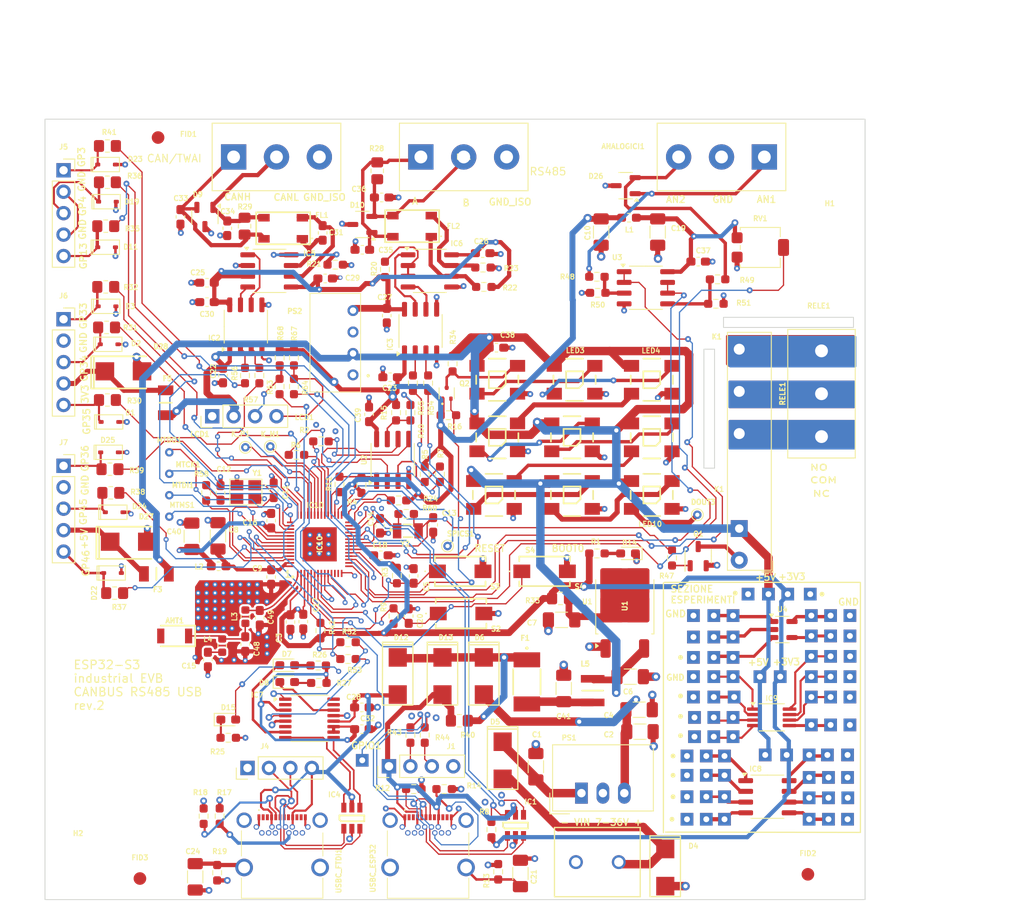
<source format=kicad_pcb>
(kicad_pcb (version 20241229) (generator "pcbnew") (generator_version "9.0")
  (layers (0 "F.Cu" signal) (4 "In1.Cu" signal) (6 "In2.Cu" signal) (2 "B.Cu" signal) (13 "F.Paste" user) (15 "B.Paste" user) (5 "F.SilkS" user "F.Silkscreen") (7 "B.SilkS" user "B.Silkscreen") (1 "F.Mask" user) (3 "B.Mask" user) (25 "Edge.Cuts" user))
  (net 0 "")
  (net 1 "/gerarchico Sheet/GPIO/AN2")
  (net 2 "GND")
  (net 3 "/gerarchico Sheet/GPIO/AN1")
  (net 4 "Net-(D2-K)")
  (net 5 "Net-(D6-A)")
  (net 6 "GNDISO")
  (net 7 "+5Viso")
  (net 8 "/gerarchico Sheet/ESP32-S3 MCU/RESET")
  (net 9 "/gerarchico Sheet/ESP32-S3 MCU/BUTTON")
  (net 10 "/gerarchico Sheet/bus/CANH_CONN")
  (net 11 "/gerarchico Sheet/bus/CANL_CONN")
  (net 13 "+5V_FTDI")
  (net 14 "+5V")
  (net 15 "+3.3VA")
  (net 16 "Net-(Q1-C)")
  (net 17 "/gerarchico Sheet/bus/A")
  (net 18 "/gerarchico Sheet/bus/B")
  (net 19 "/gerarchico Sheet/ESP32-S3 MCU/LNA_IN")
  (net 20 "Net-(IC8-GND)")
  (net 21 "Net-(IC8-TRIG)")
  (net 22 "Net-(IC8-OUT)")
  (net 23 "Net-(IC8-~{RESET})")
  (net 24 "Net-(IC8-CONT)")
  (net 25 "Net-(IC8-THRES)")
  (net 26 "Net-(IC8-DISCH)")
  (net 27 "Net-(IC8-VCC)")
  (net 28 "/gerarchico Sheet/ESP32-S3 MCU/antenna")
  (net 29 "+3V3")
  (net 30 "Net-(D5-K)")
  (net 31 "Net-(Q1-B)")
  (net 32 "Net-(C21-Pad1)")
  (net 33 "Net-(C24-Pad1)")
  (net 34 "Net-(IC5-CANL)")
  (net 35 "Net-(IC5-CANH)")
  (net 36 "Net-(IC7-3V3OUT)")
  (net 37 "/gerarchico Sheet/bus/B_INT")
  (net 38 "/gerarchico Sheet/bus/A_INT")
  (net 39 "/gerarchico Sheet/ESP32-S3 MCU/USBIN2_P")
  (net 40 "/gerarchico Sheet/ESP32-S3 MCU/USBIN2_N")
  (net 41 "Net-(D3-K)")
  (net 42 "Net-(D7-K)")
  (net 43 "Net-(D7-A)")
  (net 44 "Net-(D8-A)")
  (net 45 "Net-(D8-K)")
  (net 46 "/gerarchico Sheet/ESP32-S3 MCU/USBOUT2_P")
  (net 47 "Net-(U1-VO)")
  (net 48 "Net-(IC10-XTAL_N)")
  (net 49 "Net-(Y1-XTAL_2)")
  (net 50 "Net-(IC10-XTAL_32K_P)")
  (net 51 "/gerarchico Sheet/ESP32-S3 MCU/USBOUT2_N")
  (net 52 "/gerarchico Sheet/ESP32-S3 MCU/CAN_TX")
  (net 53 "Net-(IC2-VOB)")
  (net 54 "Net-(IC2-VIA)")
  (net 55 "Net-(IC3-VIA)")
  (net 56 "Net-(IC3-VOB)")
  (net 61 "Net-(IC9-GND)")
  (net 62 "Net-(IC9-~{RESET})")
  (net 63 "Net-(IC9-VCC)")
  (net 64 "Net-(IC9-DISCH)")
  (net 65 "Net-(IC9-CONT)")
  (net 66 "Net-(IC9-OUT)")
  (net 67 "Net-(IC9-TRIG)")
  (net 68 "Net-(IC9-THRES)")
  (net 69 "Net-(IC10-XTAL_32K_N)")
  (net 70 "/gerarchico Sheet/ESP32-S3 MCU/CAN_RX")
  (net 71 "/gerarchico Sheet/ESP32-S3 MCU/485_RX")
  (net 72 "Net-(D1-K)")
  (net 73 "Net-(D4-K)")
  (net 74 "Net-(D12-K)")
  (net 75 "Net-(IC6-~{RE})")
  (net 76 "Net-(IC5-STBY)")
  (net 77 "Net-(U3A-+)")
  (net 78 "Net-(U3B-+)")
  (net 79 "Net-(U4-IN)")
  (net 80 "Net-(U4-EN)")
  (net 81 "Net-(U4-G1)")
  (net 82 "Net-(U4-OUT)")
  (net 83 "Net-(TP61-Pad1)")
  (net 84 "Net-(D11-K)")
  (net 85 "+5V_ESP32")
  (net 86 "Net-(D14-A)")
  (net 87 "Net-(D19-K)")
  (net 88 "Net-(D22-K)")
  (net 89 "Net-(D23-K)")
  (net 90 "Net-(D24-K)")
  (net 91 "Net-(D25-K)")
  (net 92 "+5V_OUT")
  (net 93 "+3V3_OUT")
  (net 94 "/gerarchico Sheet/ESP32-S3 MCU/485_TX")
  (net 95 "/gerarchico Sheet/bus/USBOUT1_N")
  (net 96 "/gerarchico Sheet/bus/USBOUT1_P")
  (net 97 "/gerarchico Sheet/bus/USBIN1_N")
  (net 98 "/gerarchico Sheet/bus/USBIN1_P")
  (net 99 "/gerarchico Sheet/ESP32-S3 MCU/U0RXD")
  (net 100 "/gerarchico Sheet/ESP32-S3 MCU/U0TXD")
  (net 101 "/gerarchico Sheet/ESP32-S3 MCU/GPIO45")
  (net 102 "Net-(IC10-SPICLK_P)")
  (net 103 "Net-(IC10-GPIO37)")
  (net 104 "/gerarchico Sheet/ESP32-S3 MCU/SPIWP")
  (net 105 "/gerarchico Sheet/ESP32-S3 MCU/GPIO35")
  (net 106 "/gerarchico Sheet/ESP32-S3 MCU/GPIO34")
  (net 107 "Net-(IC10-MTDO)")
  (net 108 "/gerarchico Sheet/ESP32-S3 MCU/BOOT0")
  (net 109 "/gerarchico Sheet/ESP32-S3 MCU/TXD")
  (net 110 "/gerarchico Sheet/ESP32-S3 MCU/SPID")
  (net 111 "/gerarchico Sheet/ESP32-S3 MCU/GPIO3")
  (net 112 "Net-(IC10-GPIO6)")
  (net 113 "/gerarchico Sheet/ESP32-S3 MCU/I_MATRICE_LED")
  (net 114 "Net-(IC10-MTCK)")
  (net 115 "Net-(IC10-MTDI)")
  (net 116 "/gerarchico Sheet/ESP32-S3 MCU/GPIO33")
  (net 117 "/gerarchico Sheet/ESP32-S3 MCU/SCK")
  (net 118 "Net-(IC10-MTMS)")
  (net 119 "/gerarchico Sheet/ESP32-S3 MCU/GPIO4")
  (net 120 "/gerarchico Sheet/ESP32-S3 MCU/SPIHD")
  (net 121 "Net-(IC10-GPIO38)")
  (net 122 "/gerarchico Sheet/ESP32-S3 MCU/ADC2_CH1")
  (net 123 "Net-(IC10-XTAL_P)")
  (net 124 "/gerarchico Sheet/ESP32-S3 MCU/GPIO36")
  (net 125 "/gerarchico Sheet/ESP32-S3 MCU/GPIO46")
  (net 126 "/gerarchico Sheet/ESP32-S3 MCU/GPIO13")
  (net 127 "/gerarchico Sheet/ESP32-S3 MCU/RXD")
  (net 128 "/gerarchico Sheet/ESP32-S3 MCU/ADC1_CH9")
  (net 129 "/gerarchico Sheet/ESP32-S3 MCU/SPIQ")
  (net 130 "Net-(IC10-SPICLK_N)")
  (net 131 "Net-(IC10-SPICS1)")
  (net 132 "/gerarchico Sheet/ESP32-S3 MCU/ADC2_CH0")
  (net 133 "Net-(IC10-GPIO5)")
  (net 134 "/gerarchico Sheet/ESP32-S3 MCU/GPIO1")
  (net 135 "/gerarchico Sheet/ESP32-S3 MCU/RELE")
  (net 136 "/gerarchico Sheet/ESP32-S3 MCU/SPICS0")
  (net 137 "/gerarchico Sheet/GPIO/NO")
  (net 138 "Net-(LED2-DOUT)")
  (net 139 "/gerarchico Sheet/GPIO/NC")
  (net 140 "Net-(LED3-DOUT)")
  (net 141 "Net-(LED5-DOUT)")
  (net 142 "Net-(LED6-DOUT)")
  (net 143 "/gerarchico Sheet/GPIO/COM")
  (net 144 "/gerarchico Sheet/ESP32-S3 MCU/SDA")
  (net 145 "/gerarchico Sheet/ESP32-S3 MCU/SCL")
  (net 146 "/gerarchico Sheet/LED_MATRIX_WS2812B/LED_DOUT1")
  (net 147 "/gerarchico Sheet/LED_MATRIX_WS2812B/LED_DOUT2")
  (net 148 "/gerarchico Sheet/ESP32-S3 MCU/MOSI")
  (net 149 "/gerarchico Sheet/ESP32-S3 MCU/CS")
  (net 150 "/gerarchico Sheet/ESP32-S3 MCU/WP")
  (net 151 "/gerarchico Sheet/ESP32-S3 MCU/MISO")
  (net 152 "Net-(USBC_ESP32-CC1)")
  (net 153 "Net-(USBC_ESP32-CC2)")
  (net 154 "Net-(USBC_FTDI1-CC2)")
  (net 155 "Net-(USBC_FTDI1-CC1)")
  (net 181 "Net-(LED2-DIN)")
  (net 182 "Net-(LED8-DOUT)")
  (net 183 "Net-(LED10-DIN)")
  (net 184 "Net-(LED10-DOUT)")
  (net 185 "Net-(IC10-VDDA_1)")
  (net 186 "Net-(J1-Pin_2)")
  (net 187 "Net-(J1-Pin_3)")
  (net 189 "Net-(IC10-GPIO17{slash}U1TX(O))")
  (net 190 "Net-(IC10-GPIO18{slash}U1RX(I))")
  (net 191 "Net-(IC10-VDD_SPI)")
  (net 192 "Net-(C15-Pad1)")
  (net 193 "Net-(C41-Pad1)")
  (net 194 "/gerarchico Sheet/ESP32-S3 MCU/HOLD")
  (net 195 "Net-(D15-A)")
  (net 196 "Net-(D15-K)")
  (footprint "Capacitor_SMD:C_1206_3216Metric_Pad1.33x1.80mm_HandSolder" (layer "F.Cu") (at 114.9615 91.347 90)
    (property "Reference" "C40")
    (property "Value" "10uF 50V")
  )
  (footprint "scheda di sviluppo industriale:TEA10505" (layer "F.Cu") (at 134.0625 72.22 90)
    (property "Reference" "PS2")
    (property "Value" "TEA_1-0505" (hide yes))
  )
  (footprint "libraryloader:TestPoint_Pad_through hole 1.5mm" (layer "F.Cu") (at 173.6355 119.668)
    (property "Reference" "TP68" (hide yes))
    (property "Value" "TestPoint")
  )
  (footprint "libraryloader:TestPoint_Pad_through hole 1.5mm" (layer "F.Cu") (at 188.3675 105.571)
    (property "Reference" "TP39" (hide yes))
    (property "Value" "TestPoint")
  )
  (footprint "Capacitor_SMD:C_0603_1608Metric_Pad1.08x0.95mm_HandSolder" (layer "F.Cu") (at 151.0625 69)
    (property "Reference" "C38")
    (property "Value" "100nF")
  )
  (footprint "Capacitor_SMD:C_1206_3216Metric_Pad1.33x1.80mm_HandSolder" (layer "F.Cu") (at 153.8997 131.3012 90)
    (property "Reference" "C21")
    (property "Value" "3n3F 1kV")
  )
  (footprint "libraryloader:TestPoint_Pad_through hole 1.5mm" (layer "F.Cu") (at 174.5245 112.81)
    (property "Reference" "TP46" (hide yes))
    (property "Value" "TestPoint")
  )
  (footprint "scheda di sviluppo industriale:SOD-323" (layer "F.Cu") (at 104.8625 57.1)
    (property "Reference" "D11")
    (property "Value" "ESD7351HT1G")
  )
  (footprint "libraryloader:TestPoint_Pad_through hole 1.5mm" (layer "F.Cu") (at 176.8105 115.096)
    (property "Reference" "TP26" (hide yes))
    (property "Value" "TestPoint")
  )
  (footprint "Capacitor_SMD:C_0603_1608Metric_Pad1.08x0.95mm_HandSolder" (layer "F.Cu") (at 137.3625 93.6)
    (property "Reference" "C18")
    (property "Value" "100nF")
  )
  (footprint "scheda di sviluppo industriale:SOD-323" (layer "F.Cu") (at 104.9625 51.7)
    (property "Reference" "D19")
    (property "Value" "ESD7351HT1G")
  )
  (footprint "libraryloader:TerminalBlock_bornier-3_P5.08mm" (layer "F.Cu") (at 177.725 46.4 180)
    (property "Reference" "ANALOGICI1")
    (property "Value" "282837-3")
  )
  (footprint "libraryloader:TestPoint_Pad_through hole 1.5mm" (layer "F.Cu") (at 178.0805 122.208)
    (property "Reference" "TP15" (hide yes))
    (property "Value" "TestPoint")
  )
  (footprint "libraryloader:TestPoint_Pad_through hole 1.5mm" (layer "F.Cu") (at 192.6625 124.875)
    (property "Reference" "TP69" (hide yes))
    (property "Value" "TestPoint")
  )
  (footprint "libraryloader:TestPoint_Pad_through hole 1.5mm" (layer "F.Cu") (at 192.9395 113.699)
    (property "Reference" "TP34" (hide yes))
    (property "Value" "TestPoint")
  )
  (footprint "Resistor_SMD:R_0603_1608Metric_Pad0.98x0.95mm_HandSolder" (layer "F.Cu") (at 116.3625 124.5125 -90)
    (property "Reference" "R18")
    (property "Value" "5k1")
  )
  (footprint "Resistor_SMD:R_0603_1608Metric_Pad0.98x0.95mm_HandSolder" (layer "F.Cu") (at 131.9541 59.1652)
    (property "Reference" "R21")
    (property "Value" "470R")
  )
  (footprint "Connector_PinSocket_2.54mm:PinSocket_1x05_P2.54mm_Vertical" (layer "F.Cu") (at 99.7625 65.625)
    (property "Reference" "J6")
    (property "Value" "Conn_01x05_Socket")
  )
  (footprint "libraryloader:TestPoint_Pad_through hole 1.5mm" (layer "F.Cu") (at 188.2405 98.205)
    (property "Reference" "TP71" (hide yes))
    (property "Value" "TestPoint")
  )
  (footprint "Capacitor_SMD:C_0603_1608Metric_Pad1.08x0.95mm_HandSolder" (layer "F.Cu") (at 149.425 57.8)
    (property "Reference" "C26")
    (property "Value" "100nF")
  )
  (footprint "Resistor_SMD:R_0603_1608Metric_Pad0.98x0.95mm_HandSolder" (layer "F.Cu") (at 127.3625 81.7 180)
    (property "Reference" "R6")
    (property "Value" "0R")
  )
  (footprint "libraryloader:TestPoint_Pad_through hole 1.5mm" (layer "F.Cu") (at 192.6625 119.922)
    (property "Reference" "TP55" (hide yes))
    (property "Value" "TestPoint")
  )
  (footprint "Capacitor_SMD:C_0603_1608Metric_Pad1.08x0.95mm_HandSolder" (layer "F.Cu") (at 116.8665 105.952 -90)
    (property "Reference" "C15")
    (property "Value" "1p8F")
  )
  (footprint "TestPoint:TestPoint_THTPad_D1.0mm_Drill0.5mm" (layer "F.Cu") (at 112.2945 86.48)
    (property "Reference" "MTDI1" (hide yes))
    (property "Value" "TestPoint")
  )
  (footprint "Resistor_SMD:R_0603_1608Metric_Pad0.98x0.95mm_HandSolder" (layer "F.Cu") (at 140.8625 114.9 -90)
    (property "Reference" "R43")
    (property "Value" "0R")
  )
  (footprint "Resistor_SMD:R_0603_1608Metric_Pad0.98x0.95mm_HandSolder" (layer "F.Cu") (at 127.0625 70.1888 90)
    (property "Reference" "R67")
    (property "Value" "1k5")
  )
  (footprint "scheda di sviluppo industriale:1812L010DR" (layer "F.Cu") (at 154.6625 108.6 -90)
    (property "Reference" "F1")
    (property "Value" "1812L150_24MR" (hide yes))
  )
  (footprint "Capacitor_SMD:C_1206_3216Metric_Pad1.33x1.80mm_HandSolder" (layer "F.Cu") (at 170.1625 55.3 -90)
    (property "Reference" "C19")
    (property "Value" "10uF 50V")
  )
  (footprint "scheda di sviluppo industriale:SOT23-6" (layer "F.Cu") (at 153.3155 125.6 90)
    (property "Reference" "IC1")
    (property "Value" "USBLC6-2SC6" (hide yes))
  )
  (footprint "scheda di sviluppo industriale:SOD-323" (layer "F.Cu") (at 105.1625 68.6)
    (property "Reference" "D2")
    (property "Value" "ESD7351HT1G")
  )
  (footprint "libraryloader:TestPoint_Pad_through hole 1.5mm" (layer "F.Cu") (at 180.8745 98.205)
    (property "Reference" "TP70" (hide yes))
    (property "Value" "TestPoint")
  )
  (footprint "Capacitor_SMD:C_0603_1608Metric_Pad1.08x0.95mm_HandSolder" (layer "F.Cu") (at 138.0625 65.2 -90)
    (property "Reference" "C27")
    (property "Value" "100nF")
  )
  (footprint "Resistor_SMD:R_0805_2012Metric_Pad1.20x1.40mm_HandSolder" (layer "F.Cu") (at 104.7625 54.6)
    (property "Reference" "R35")
    (property "Value" "49R9")
  )
  (footprint "libraryloader:TestPoint_Pad_through hole 1.5mm" (layer "F.Cu") (at 174.5245 115.096)
    (property "Reference" "TP36" (hide yes))
    (property "Value" "TestPoint")
  )
  (footprint "Capacitor_SMD:C_0603_1608Metric_Pad1.08x0.95mm_HandSolder" (layer "F.Cu") (at 174.9625 58.8)
    (property "Reference" "C37")
    (property "Value" "100nF")
  )
  (footprint "Resistor_SMD:R_0603_1608Metric_Pad0.98x0.95mm_HandSolder" (layer "F.Cu") (at 139.2625 96 90)
    (property "Reference" "R3")
    (property "Value" "100K")
  )
  (footprint "libraryloader:TestPoint_Pad_through hole 1.5mm" (layer "F.Cu") (at 176.8105 107.984)
    (property "Reference" "TP37" (hide yes))
    (property "Value" "TestPoint")
  )
  (footprint "libraryloader:TestPoint_Pad_through hole 1.5mm" (layer "F.Cu") (at 176.8105 103.285)
    (property "Reference" "TP58" (hide yes))
    (property "Value" "TestPoint")
  )
  (footprint "Resistor_SMD:R_0603_1608Metric_Pad0.98x0.95mm_HandSolder" (layer "F.Cu") (at 133.4725 105.89)
    (property "Reference" "R53")
    (property "Value" "0R")
  )
  (footprint "libraryloader:TestPoint_Pad_through hole 1.5mm" (layer "F.Cu") (at 192.9395 100.745)
    (property "Reference" "TP63" (hide yes))
    (property "Value" "TestPoint")
  )
  (footprint "Capacitor_SMD:C_1206_3216Metric_Pad1.33x1.80mm_HandSolder" (layer "F.Cu") (at 155.7285 118.652 90)
    (property "Reference" "C1")
    (property "Value" "10uF_50V")
  )
  (footprint "MountingHole:MountingHole_3.2mm_M3" (layer "F.Cu") (at 101.4832 130.7476)
    (property "Reference" "H2")
    (property "Value" "MountingHole")
  )
  (footprint "Resistor_SMD:R_0603_1608Metric_Pad0.98x0.95mm_HandSolder" (layer "F.Cu") (at 149.4625 59.5 180)
    (property "Reference" "R23")
    (property "Value" "1k")
  )
  (footprint "scheda di sviluppo industriale:WS2812B" (layer "F.Cu") (at 150.7625 86.45 90)
    (property "Reference" "LED8" (hide yes))
    (property "Value" "WS2812B" (hide yes))
  )
  (footprint "Package_SO:SO-8_3.9x4.9mm_P1.27mm" (layer "F.Cu") (at 143.1625 59.9)
    (property "Reference" "IC6")
    (property "Value" "MAX13488EESA+T")
  )
  (footprint "Capacitor_SMD:C_0603_1608Metric_Pad1.08x0.95mm_HandSolder" (layer "F.Cu") (at 143.5625 90 90)
    (property "Reference" "C13")
    (property "Value" "30pF")
  )
  (footprint "libraryloader:TestPoint_Pad_through hole 1.5mm" (layer "F.Cu") (at 188.1135 119.922)
    (property "Reference" "TP3" (hide yes))
    (property "Value" "TestPoint")
  )
  (footprint "Resistor_SMD:R_0805_2012Metric_Pad1.20x1.40mm_HandSolder" (layer "F.Cu") (at 104.9625 75.2)
    (property "Reference" "R30")
    (property "Value" "49R9")
  )
  (footprint "Package_TO_SOT_SMD:SOT-23-5" (layer "F.Cu") (at 184.9385 102.396)
    (property "Reference" "U4")
    (property "Value" "NCP718xSN180")
  )
  (footprint "Package_TO_SOT_SMD:SOT-23-3" (layer "F.Cu") (at 135.1625 54.4 180)
    (property "Reference" "D10")
    (property "Value" "PESD2CANFD27L-TR")
  )
  (footprint "Connector_PinHeader_2.54mm:PinHeader_1x04_P2.54mm_Vertical" (layer "F.Cu") (at 138.3225 118.6 90)
    (property "Reference" "J1")
    (property "Value" "Conn_01x04_Pin")
  )
  (footprint "libraryloader:TestPoint_Pad_through hole 1.5mm" (layer "F.Cu") (at 192.9395 110.397)
    (property "Reference" "TP54" (hide yes))
    (property "Value" "TestPoint")
  )
  (footprint "libraryloader:TestPoint_Pad_through hole 1.5mm" (layer "F.Cu") (at 188.3675 103.158)
    (property "Reference" "TP61" (hide yes))
    (property "Value" "TestPoint")
  )
  (footprint "libraryloader:TestPoint_Pad_through hole 1.5mm" (layer "F.Cu") (at 192.6855 122.335)
    (property "Reference" "TP43" (hide yes))
    (property "Value" "TestPoint")
  )
  (footprint "Resistor_SMD:R_0603_1608Metric_Pad0.98x0.95mm_HandSolder" (layer "F.Cu") (at 130.0125 108.725)
    (property "Reference" "R27")
    (property "Value" "470R")
  )
  (footprint "Resistor_SMD:R_0805_2012Metric_Pad1.20x1.40mm_HandSolder" (layer "F.Cu") (at 105.8175 98.078)
    (property "Reference" "R37")
    (property "Value" "49R9")
  )
  (footprint "libraryloader:TestPoint_Pad_through hole 1.5mm" (layer "F.Cu") (at 174.3975 103.285)
    (property "Reference" "TP50" (hide yes))
    (property "Value" "TestPoint")
  )
  (footprint "Resistor_SMD:R_0603_1608Metric_Pad0.98x0.95mm_HandSolder" (layer "F.Cu") (at 142.5625 84 90)
    (property "Reference" "R5")
    (property "Value" "100K")
  )
  (footprint "scheda di sviluppo industriale:WS2812B" (layer "F.Cu") (at 151.1565 72.8 90)
    (property "Reference" "LED2" (hide yes))
    (property "Value" "WS2812B" (hide yes))
  )
  (footprint "TestPoint:TestPoint_THTPad_D1.0mm_Drill0.5mm" (layer "F.Cu") (at 112.2945 83.94)
    (property "Reference" "MTCK1" (hide yes))
    (property "Value" "TestPoint")
  )
  (footprint "Resistor_SMD:R_0603_1608Metric_Pad0.98x0.95mm_HandSolder" (layer "F.Cu") (at 135.0625 85.3 -90)
    (property "Reference" "R4")
    (property "Value" "100K")
  )
  (footprint "Fiducial:Fiducial_1.5mm_Mask3mm" (layer "F.Cu") (at 108.8125 131.9)
    (property "Reference" "FID3")
    (property "Value" "Fiducial")
  )
  (footprint "scheda di sviluppo industriale:WS2812B" (layer "F.Cu") (at 160.0125 86.45 90)
    (property "Reference" "LED9" (hide yes))
    (property "Value" "WS2812B" (hide yes))
  )
  (footprint "Capacitor_SMD:C_1206_3216Metric_Pad1.33x1.80mm_HandSolder" (layer "F.Cu") (at 168.0625 114.5)
    (property "Reference" "C2")
    (property "Value" "10uF_50V")
  )
  (footprint "Resistor_SMD:R_0805_2012Metric_Pad1.20x1.40mm_HandSolder" (layer "F.Cu") (at 104.7625 61.8)
    (property "Reference" "R32")
    (property "Value" "49R9")
  )
  (footprint "Resistor_SMD:R_0805_2012Metric_Pad1.20x1.40mm_HandSolder" (layer "F.Cu") (at 146.6625 113.2)
    (property "Reference" "R40")
    (property "Value" "0R 0.5W 0805")
  )
  (footprint "Capacitor_SMD:C_1206_3216Metric_Pad1.33x1.80mm_HandSolder" (layer "F.Cu") (at 167.9625 111.9)
    (property "Reference" "C4")
    (property "Value" "10uF_50V")
  )
  (footprint "Resistor_SMD:R_0603_1608Metric_Pad0.98x0.95mm_HandSolder" (layer "F.Cu") (at 141.1625 73.2 -90)
    (property "Reference" "R55")
    (property "Value" "0R")
  )
  (footprint "libraryloader:TestPoint_Pad_through hole 1.5mm" (layer "F.Cu") (at 182.2715 107.984)
    (property "Reference" "TP18" (hide yes))
    (property "Value" "TestPoint")
  )
  (footprint "Resistor_SMD:R_0805_2012Metric_Pad1.20x1.40mm_HandSolder" (layer "F.Cu") (at 136.9325 48.04 90)
    (property "Reference" "R28")
    (property "Value" "120R")
  )
  (footprint "libraryloader:TestPoint_Pad_through hole 1.5mm" (layer "F.Cu") (at 174.3975 105.698)
    (property "Reference" "TP57" (hide yes))
    (property "Value" "TestPoint")
  )
  (footprint "Capacitor_SMD:C_1206_3216Metric_Pad1.33x1.80mm_HandSolder" (layer "F.Cu") (at 115.3625 131.7 -90)
    (property "Reference" "C24")
    (property "Value" "3n3F 1kV")
  )
  (footprint "libraryloader:ACT45B1012PTL003" (layer "F.Cu") (at 125.7875 54.85 180)
    (property "Reference" "FL1")
    (property "Value" "ACT45B-101-2P-TL003" (hide yes))
  )
  (footprint "Connector_PinSocket_2.54mm:PinSocket_1x05_P2.54mm_Vertical" (layer "F.Cu") (at 99.7625 83)
    (property "Reference" "J7")
    (property "Value" "Conn_01x05_Socket")
  )
  (footprint "libraryloader:TestPoint_Pad_through hole 1.5mm" (layer "F.Cu") (at 192.9395 103.158)
    (property "Reference" "TP56" (hide yes))
    (property "Value" "TestPoint")
  )
  (footprint "libraryloader:TestPoint_Pad_through hole 1.5mm" (layer "F.Cu") (at 174.3975 107.984)
    (property "Reference" "TP41" (hide yes))
    (property "Value" "TestPoint")
  )
  (footprint "Package_TO_SOT_SMD:SOT-523" (layer "F.Cu") (at 145.1625 74.4 90)
    (property "Reference" "Q2")
    (property "Value" "DMG1012T")
  )
  (footprint "Capacitor_SMD:C_0603_1608Metric_Pad1.08x0.95mm_HandSolder" (layer "F.Cu") (at 140.6625 100.8 90)
    (property "Reference" "C20")
    (property "Value" "100nF")
  )
  (footprint "libraryloader:TestPoint_Pad_through hole 1.5mm" (layer "F.Cu") (at 188.3675 113.699)
    (property "Reference" "TP31" (hide yes))
    (property "Value" "TestPoint")
  )
  (footprint "libraryloader:TestPoint_Pad_through hole 1.5mm" (layer "F.Cu") (at 190.6535 107.984)
    (property "Reference" "TP22" (hide yes))
    (property "Value" "TestPoint")
  )
  (footprint "scheda di sviluppo industriale:FL4000157Z" (layer "F.Cu") (at 121.3625 86.1 180)
    (property "Reference" "Y1")
    (property "Value" "FL4000157Z" (hide yes))
  )
  (footprint "libraryloader:TestPoint_Pad_through hole 1.5mm" (layer "F.Cu") (at 178.0805 117.382)
    (property "Reference" "TP13" (hide yes))
    (property "Value" "TestPoint")
  )
  (footprint "Resistor_SMD:R_0603_1608Metric_Pad0.98x0.95mm_HandSolder" (layer "F.Cu") (at 117.9625 131.2125 90)
    (property "Reference" "R19")
    (property "Value" "1M")
  )
  (footprint "Package_SO:SO-8_3.9x4.9mm_P1.27mm" (layer "F.Cu") (at 168.7625 61.9)
    (property "Reference" "U3")
    (property "Value" "LMV358IDR")
  )
  (footprint "libraryloader:TestPoint_Pad_through hole 1.5mm" (layer "F.Cu") (at 178.0805 119.668)
    (property "Reference" "TP5" (hide yes))
    (property "Value" "TestPoint")
  )
  (footprint "scheda di sviluppo industriale:SOD-323" (layer "F.Cu") (at 104.9125 64.1)
    (property "Reference" "D3")
    (property "Value" "ESD7351HT1G")
  )
  (footprint "Inductor_SMD:L_0603_1608Metric" (layer "F.Cu") (at 121.3115 100.872 -90)
    (property "Reference" "L3")
    (property "Value" "2n4H")
  )
  (footprint "libraryloader:SMA" (layer "F.Cu") (at 144.6625 107.9 -90)
    (property "Reference" "D13")
    (property "Value" "CDBA340-HF" (hide yes))
  )
  (footprint "scheda di sviluppo industriale:EVQPE104K" (layer "F.Cu") (at 156.7625 95.5)
    (property "Reference" "S4")
    (property "Value" "EVQ-PE104K" (hide yes))
  )
  (footprint "Capacitor_SMD:C_0603_1608Metric_Pad1.08x0.95mm_HandSolder" (layer "F.Cu") (at 116.7625 63.6 180)
    (property "Reference" "C30")
    (property "Value" "100nF")
  )
  (footprint "Potentiometer_SMD:Potentiometer_Bourns_3314G_Vertical" (layer "F.Cu") (at 182.323 57.122 90)
    (property "Reference" "RV1")
    (property "Value" "10k")
  )
  (footprint "Capacitor_SMD:C_0603_1608Metric_Pad1.08x0.95mm_HandSolder" (layer "F.Cu") (at 135.1625 57.4)
    (property "Reference" "C35")
    (property "Value" "100PF")
  )
  (footprint "libraryloader:TestPoint_Pad_through hole 1.5mm" (layer "F.Cu") (at 178.0805 124.875)
    (property "Reference" "TP6" (hide yes))
    (property "Value" "TestPoint")
  )
  (footprint "Resistor_SMD:R_0805_2012Metric_Pad1.20x1.40mm_HandSolder" (layer "F.Cu") (at 104.9625 49.4)
    (property "Reference" "R36")
    (property "Value" "49R9")
  )
  (footprint "Package_SO:SO-8_3.9x4.9mm_P1.27mm" (layer "F.Cu") (at 183.1625 122.208)
    (property "Reference" "IC8")
    (property "Value" "NE555DR")
  )
  (footprint "Package_SO:TSSOP-16_4.4x5mm_P0.65mm" (layer "F.Cu") (at 128.9 112.925)
    (property "Reference" "IC7")
    (property "Value" "FT230XS-R")
  )
  (footprint "libraryloader:TestPoint_Pad_through hole 1.5mm" (layer "F.Cu") (at 190.3995 122.335)
    (property "Reference" "TP1" (hide yes))
    (property "Value" "TestPoint")
  )
  (footprint "Capacitor_SMD:C_0603_1608Metric_Pad1.08x0.95mm_HandSolder" (layer "F.Cu") (at 138.4625 72.5 180)
    (property "Reference" "C23")
    (property "Value" "100nF")
  )
  (footprint "Fiducial:Fiducial_1.5mm_Mask3mm" (layer "F.Cu") (at 187.9625 131.4)
    (property "Reference" "FID2")
    (property "Value" "Fiducial")
  )
  (footprint "Resistor_SMD:R_0603_1608Metric_Pad0.98x0.95mm_HandSolder" (layer "F.Cu") (at 149.5625 61.8)
    (property "Reference" "R22")
    (property "Value" "1k")
  )
  (footprint "libraryloader:TestPoint_Pad_through hole 1.5mm" (layer "F.Cu") (at 179.0965 112.81)
    (property "Reference" "TP44" (hide yes))
    (property "Value" "TestPoint")
  )
  (footprint "Package_TO_SOT_SMD:SOT-23-3" (layer "F.Cu") (at 174.9625 93.7 90)
    (property "Reference" "Q1")
    (property "Value" "DRDC3105F-7")
  )
  (footprint "Capacitor_SMD:C_0603_1608Metric_Pad1.08x0.95mm_HandSolder" (layer "F.Cu") (at 135.1125 111.625)
    (property "Reference" "C28")
    (property "Value" "100nF")
  )
  (footprint "Relay_THT:Relay_SPDT_Finder_34.51_Vertical" (layer "F.Cu") (at 179.827 90.43 90)
    (property "Reference" "K1")
    (property "Value" "FINDER-34.51" (hide yes))
  )
  (footprint "scheda di sviluppo industriale:DIOM5436X244N" (layer "F.Cu") (at 107.4875 91.9924)
    (property "Reference" "D27")
    (property "Value" "SMBJ5.0A" (hide yes))
  )
  (footprint "Package_SO:SO-8_3.9x4.9mm_P1.27mm" (layer "F.Cu") (at 142.0675 67.025 90)
    (property "Reference" "IC3")
    (property "Value" "ADUM3201ARZ-RL7")
  )
  (footprint "libraryloader:TestPoint_Pad_through hole 1.5mm" (layer "F.Cu") (at 182.9065 117.255)
    (property "Reference" "TP17" (hide yes))
    (property "Value" "TestPoint")
  )
  (footprint "libraryloader:TestPoint_Pad_through hole 1.5mm" (layer "F.Cu") (at 190.3995 119.922)
    (property "Reference" "TP4" (hide yes))
    (property "Value" "TestPoint")
  )
  (footprint "libraryloader:UJ31CHG2SMTTR" (layer "F.Cu") (at 142.9565 130.59)
    (property "Reference" "USBC_ESP32")
    (property "Value" "UJ31-CH-G2-SMT-TR" (hide yes))
  )
  (footprint "Library loader:2828372" (layer "F.Cu") (at 160.4735 129.955)
    (property "Reference" "EXT_POWER1" (hide yes))
    (property "Value" "282837-2" (hide yes))
  )
  (footprint "libraryloader:TestPoint_Pad_through hole 1.5mm" (layer "F.Cu") (at 188.3675 110.397)
    (property "Reference" "TP20" (hide yes))
    (property "Value" "TestPoint")
  )
  (footprint "libraryloader:TestPoint_Pad_through hole 1.5mm" (layer "F.Cu") (at 179.0965 103.285)
    (property "Reference" "TP62" (hide yes))
    (property "Value" "TestPoint")
  )
  (footprint "libraryloader:TestPoint_Pad_through hole 1.5mm" (layer "F.Cu") (at 173.6355 124.875)
    (property "Reference" "TP45" (hide yes))
    (property "Value" "TestPoint")
  )
  (footprint "Resistor_SMD:R_0603_1608Metric_Pad0.98x0.95mm_HandSolder" (layer "F.Cu") (at 144.3625 84 90)
    (property "Reference" "R7")
    (property "Value" "0R")
  )
  (footprint "Inductor_SMD:L_0603_1608Metric_Pad1.05x0.95mm_HandSolder" (layer "F.Cu") (at 118.1365 94.903 180)
    (property "Reference" "L2")
    (property "Value" "BLM18AG102SN1D")
  )
  (footprint "Capacitor_SMD:C_0603_1608Metric_Pad1.08x0.95mm_HandSolder" (layer "F.Cu") (at 124.6625 85.9 -90)
    (property "Reference" "C11")
    (property "Value" "20pF")
  )
  (footprint "Resistor_SMD:R_0603_1608Metric_Pad0.98x0.95mm_HandSolder" (layer "F.Cu") (at 151.2625 131.1 -90)
    (property "Reference" "R13")
    (property "Value" "1M")
  )
  (footprint "libraryloader:TestPoint_Pad_through hole 1.5mm" (layer "F.Cu") (at 190.6535 100.745)
    (property "Reference" "TP60" (hide yes))
    (property "Value" "TestPoint")
  )
  (footprint "Resistor_SMD:R_0603_1608Metric_Pad0.98x0.95mm_HandSolder" (layer "F.Cu") (at 144.8625 121.3)
    (property "Reference" "R14")
    (property "Value" "5k1")
  )
  (footprint "LED_SMD:LED_0603_1608Metric_Pad1.05x0.95mm_HandSolder" (layer "F.Cu") (at 166.6505 93.379 180)
    (property "Reference" "D14")
    (property "Value" "LED")
  )
  (footprint "scheda di sviluppo industriale:WS2812B" (layer "F.Cu") (at 169.4625 79.625 90)
    (property "Reference" "LED7" (hide yes))
    (property "Value" "WS2812B" (hide yes))
  )
  (footprint "scheda di sviluppo industriale:EVQPE104K" (layer "F.Cu") (at 146.8625 100.5)
    (property "Reference" "S2")
    (property "Value" "EVQ-PE104K" (hide yes))
  )
  (footprint "Resistor_SMD:R_0603_1608Metric_Pad0.98x0.95mm_HandSolder" (layer "F.Cu") (at 162.9625 60.6)
    (property "Reference" "R48")
    (property "Value" "47k")
  )
  (footprint "Capacitor_SMD:C_0603_1608Metric_Pad1.08x0.95mm_HandSolder" (layer "F.Cu") (at 118.3625 86.2 90)
    (property "Reference" "C12")
    (property "Value" "20pF")
  )
  (footprint "TestPoint:TestPoint_THTPad_D1.0mm_Drill0.5mm" (layer "F.Cu") (at 112.2945 81.4)
    (property "Reference" "MTDO1")
    (property "Value" "TestPoint")
  )
  (footprint "Converter_DCDC:Converter_DCDC_TRACO_TSR-1_THT" (layer "F.Cu") (at 161.13 121.7825)
    (property "Reference" "PS1")
    (property "Value" "TSR_1-2450")
  )
  (footprint "Resistor_SMD:R_0603_1608Metric_Pad0.98x0.95mm_HandSolder" (layer "F.Cu") (at 139.1625 76.7 90)
    (property "Reference" "R15")
    (property "Value" "100K")
  )
  (footprint "Resistor_SMD:R_0603_1608Metric_Pad0.98x0.95mm_HandSolder" (layer "F.Cu") (at 133.4725 103.9)
    (property "Reference" "R52")
    (property "Value" "0R")
  )
  (footprint "TestPoint:TestPoint_THTPad_D1.0mm_Drill0.5mm" (layer "F.Cu") (at 124.2625 80.7)
    (property "Reference" "K_N1" (hide yes))
    (property "Value" "TestPoint")
  )
  (footprint "libraryloader:TestPoint_Pad_through hole 1.5mm" (layer "F.Cu") (at 179.0965 100.745)
    (property "Reference" "TP48" (hide yes))
    (property "Value" "TestPoint")
  )
  (footprint "libraryloader:TestPoint_Pad_through hole 1.5mm" (layer "F.Cu") (at 183.2875 98.205)
    (property "Reference" "TP19" (hide yes))
    (property "Value" "TestPoint")
  )
  (footprint "libraryloader:TestPoint_Pad_through hole 1.5mm" (layer "F.Cu") (at 174.3975 100.745)
    (property "Reference" "TP51" (hide yes))
    (property "Value" "TestPoint")
  )
  (footprint "Capacitor_SMD:C_0603_1608Metric_Pad1.08x0.95mm_HandSolder" (layer "F.Cu") (at 123.0133 100.999 -90)
    (property "Reference" "C49")
    (property "Value" "1p8F")
  )
  (footprint "libraryloader:TestPoint_Pad_through hole 1.5mm" (layer "F.Cu") (at 188.1135 122.335)
    (property "Reference" "TP2" (hide yes))
    (property "Value" "TestPoint")
  )
  (footprint "TestPoint:TestPoint_THTPad_D1.0mm_Drill0.5mm" (layer "F.Cu") (at 121.3115 80.806)
    (property "Reference" "K_P1")
    (property "Value" "TestPoint")
  )
  (footprint "Package_TO_SOT_SMD:SOT-23-3" (layer "F.Cu") (at 166.3625 49.8 180)
    (property "Reference" "D26")
    (property "Value" "PESD2CANFD27L-TR")
  )
  (footprint "libraryloader:TestPoint_Pad_through hole 1.5mm" (layer "F.Cu") (at 190.6535 113.699)
    (property "Reference" "TP32" (hide yes))
    (property "Value" "TestPoint")
  )
  (footprint "scheda di sviluppo industriale:1206L05015YR" (layer "F.Cu") (at 111.8625 75.525 90)
    (property "Reference" "F5")
    (property "Value" "1206L050_15YR" (hide yes))
  )
  (footprint "Capacitor_SMD:C_0603_1608Metric_Pad1.08x0.95mm_HandSolder" (layer "F.Cu") (at 113.6125 53.5 -90)
    (property "Reference" "C33")
    (property "Value" "100PF")
  )
  (footprint "scheda di sviluppo industriale:SOD-323" (layer "F.Cu") (at 104.8625 47.3)
    (property "Reference" "D23")
    (property "Value" "ESD7351HT1G")
  )
  (footprint "Resistor_SMD:R_0805_2012Metric_Pad1.20x1.40mm_HandSolder" (layer "F.Cu") (at 105.2625 83.4)
    (property "Reference" "R39")
    (property "Value" "49R9")
  )
  (footprint "libraryloader:TestPoint_Pad_through hole 1.5mm" (layer "F.Cu") (at 192.6625 117.255)
    (property "Reference" "TP67" (hide yes))
    (property "Value" "TestPoint")
  )
  (footprint "Resistor_SMD:R_0603_1608Metric_Pad0.98x0.95mm_HandSolder" (layer "F.Cu") (at 125.3755 70.1888 90)
    (property "Reference" "R68")
    (property "Value" "1k5")
  )
  (footprint "libraryloader:TestPoint_Pad_through hole 1.5mm" (layer "F.Cu") (at 175.9215 124.875)
    (property "Reference" "TP8" (hide yes))
    (property "Value" "TestPoint")
  )
  (footprint "Resistor_SMD:R_0603_1608Metric_Pad0.98x0.95mm_HandSolder" (layer "F.Cu") (at 145.3625 77 180)
    (property "Reference" "R16")
    (property "Value" "2k2")
  )
  (footprint "Resistor_SMD:R_0603_1608Metric_Pad0.98x0.95mm_HandSolder" (layer "F.Cu") (at 125.3625 73.6 90)
    (property "Reference" "R63")
    (property "Value" "0R")
  )
  (footprint "Inductor_SMD:L_0603_1608Metric_Pad1.05x0.95mm_HandSolder" (layer "F.Cu") (at 166.7625 53.6)
    (property "Reference" "L1")
    (property "Value" "BLM18AG102SN1D")
  )
  (footprint "Resistor_SMD:R_0805_2012Metric_Pad1.20x1.40mm_HandSolder" (layer "F.Cu") (at 158.6495 98.713 180)
    (property "Reference" "R33")
    (property "Value" "0R 0.5W 0805")
  )
  (footprint "TestPoint:TestPoint_THTPad_D1.0mm_Drill0.5mm" (layer "F.Cu") (at 174.8625 88.8)
    (property "Reference" "DOUT3" (hide yes))
    (property "Value" "TestPoint")
  )
  (footprint "Resistor_SMD:R_0603_1608Metric_Pad0.98x0.95mm_HandSolder" (layer "F.Cu") (at 130.2015 102.523 90)
    (property "Reference" "R42")
    (property "Value" "100K")
  )
  (footprint "libraryloader:TestPoint_Pad_through hole 1.5mm" (layer "F.Cu") (at 184.6845 107.984)
    (property "Reference" "TP29" (hide yes))
    (property "Value" "TestPoint")
  )
  (footprint "Resistor_SMD:R_0603_1608Metric_Pad0.98x0.95mm_HandSolder" (layer "F.Cu") (at 116.6625 86.2 90)
    (property "Reference" "R58")
    (property "Value" "0R")
  )
  (footprint "Resistor_SMD:R_0603_1608Metric_Pad0.98x0.95mm_HandSolder" (layer "F.Cu") (at 142.5625 114.9 -90)
    (property "Reference" "R44")
    (property "Value" "0R")
  )
  (footprint "libraryloader:TestPoint_Pad_through hole 1.5mm" (layer "F.Cu") (at 190.6535 110.397)
    (property "Reference" "TP21" (hide yes))
    (property "Value" "TestPoint")
  )
  (footprint "libraryloader:TestPoint_Pad_through hole 1.5mm" (layer "F.Cu") (at 190.6535 105.571)
    (property "Reference" "TP35" (hide yes))
    (property "Value" "TestPoint")
  )
  (footprint "scheda di sviluppo industriale:WS2812B" (layer "F.Cu") (at 151.1565 79.625 90)
    (property "Reference" "LED5" (hide yes))
    (property "Value" "WS2812B" (hide yes))
  )
  (footprint "libraryloader:TestPoint_Pad_through hole 1.5mm" (layer "F.Cu") (at 188.1135 124.875)
    (property "Reference" "TP10" (hide yes))
    (property "Value" "TestPoint")
  )
  (footprint "Resistor_SMD:R_0603_1608Metric_Pad0.98x0.95mm_HandSolder" (layer "F.Cu") (at 163.0625 62.5 180)
    (property "Reference" "R50")
    (property "Value" "4k7")
  )
  (footprint "scheda di sviluppo industriale:SOT23-6" (layer "F.Cu") (at 133.925 124.75 90)
    (property "Reference" "IC4")
    (property "Value" "USBLC6-2SC6" (hide yes))
  )
  (footprint "Resistor_SMD:R_0603_1608Metric_Pad0.98x0.95mm_HandSolder" (layer "F.Cu") (at 132.4625 85.2 90)
    (property "Reference" "R11")
    (property "Value" "0R")
  )
  (footprint "scheda di sviluppo industriale:WS2812B" (layer "F.Cu") (at 169.4625 72.8 90)
    (property "Reference" "LED4")
    (property "Value" "WS2812B" (hide yes))
  )
  (footprint "libraryloader:TestPoint_Pad_through hole 1.5mm" (layer "F.Cu") (at 185.4465 117.255)
    (property "Reference" "TP25" (hide yes))
    (property "Value" "TestPoint")
  )
  (footprint "Resistor_SMD:R_0603_1608Metric_Pad0.98x0.95mm_HandSolder" (layer "F.Cu") (at 171.8625 93.9 -90)
    (property "Reference" "R47")
    (property "Value" "0R")
  )
  (footprint "Resistor_SMD:R_0603_1608Metric_Pad0.98x0.95mm_HandSolder" (layer "F.Cu") (at 145.8625 70.9 -90)
    (property "Reference" "R34")
    (property "Value" "4k7")
  )
  (footprint "libraryloader:TestPoint_Pad_through hole 1.5mm" (layer "F.Cu") (at 179.0965 115.096)
    (property "Reference" "TP28" (hide yes))
    (property "Value" "TestPoint")
  )
  (footprint "libraryloader:TerminalBlock_bornier-3_P5.08mm" (layer "F.Cu") (at 189.575 74.456 -90)
    (property "Reference" "RELE1")
    (property "Value" "282837-3" (hide yes))
  )
  (footprint "Inductor_SMD:L_0603_1608Metric" (layer "F.Cu") (at 118.5625 104.3 -90)
    (property "Reference" "L4")
    (property "Value" "2n4H")
  )
  (footprint "libraryloader:TestPoint_Pad_through hole 1.5mm" (layer "F.Cu") (at 173.6355 117.382)
    (property "Reference" "TP38" (hide yes))
    (property "Value" "TestPoint")
  )
  (footprint "Resistor_SMD:R_0603_1608Metric_Pad0.98x0.95mm_HandSolder" (layer "F.Cu") (at 177.0625 63.8)
    (property "Reference" "R51")
    (property "Value" "4k7")
  )
  (footprint "scheda di sviluppo industriale:SOD-323" (layer "F.Cu") (at 105.2625 77.8)
    (property "Reference" "D1")
    (property "Value" "ESD7351HT1G")
  )
  (footprint "Resistor_SMD:R_0805_2012Metric_Pad1.20x1.40mm_HandSolder" (layer "F.Cu") (at 105.3625 86.2)
    (property "Reference" "R38")
    (property "Value" "49R9")
  )
  (footprint "Capacitor_SMD:C_1206_3216Metric_Pad1.33x1.80mm_HandSolder" (layer "F.Cu") (at 118.0625 91.3 90)
    (property "Reference" "C8")
    (property "Value" "10uF 50V")
  )
  (footprint "libraryloader:SMA" (layer "F.Cu") (at 149.5625 107.9 -90)
    (property "Reference" "D6")
    (property "Value" "CDBA340-HF" (hide yes))
  )
  (footprint "Resistor_SMD:R_0603_1608Metric_Pad0.98x0.95mm_HandSolder" (layer "F.Cu") (at 122.9625 72.3 90)
    (property "Reference" "R57")
    (property "Value" "0R")
  )
  (footprint "Capacitor_SMD:C_0603_1608Metric_Pad1.08x0.95mm_HandSolder" (layer "F.Cu") (at 116.7625 61.3 180)
    (property "Reference" "C25")
    (property "Value" "100nF")
  )
  (footprint "libraryloader:TestPoint_Pad_through hole 1.5mm" (layer "F.Cu") (at 135.1545 117.89)
    (property "Reference" "TP72" (hide yes))
    (property "Value" "TestPoint")
  )
  (footprint "Resistor_SMD:R_0805_2012Metric_Pad1.20x1.40mm_HandSolder" (layer "F.Cu") (at 104.8625 66.6)
    (property "Reference" "R31")
    (property "Value" "49R9")
  )
  (footprint "libraryloader:TestPoint_Pad_through hole 1.5mm" (layer "F.Cu") (at 175.9215 117.382)
    (property "Reference" "TP11" (hide yes))
    (property "Value" "TestPoint")
  )
  (footprint "Resistor_SMD:R_0603_1608Metric_Pad0.98x0.95mm_HandSolder" (layer "F.Cu") (at 140.3625 88.7 180)
    (property "Reference" "R60")
    (property "Value" "5M")
  )
  (footprint "Resistor_SMD:R_0603_1608Metric_Pad0.98x0.95mm_HandSolder" (layer "F.Cu") (at 127.0625 73.6 90)
    (property "Reference" "R64")
    (property "Value" "0R")
  )
  (footprint "libraryloader:TestPoint_Pad_through hole 1.5mm" (layer "F.Cu") (at 179.0965 107.984)
    (property "Reference" "TP33" (hide yes))
    (property "Value" "TestPoint")
  )
  (footprint "Resistor_SMD:R_0805_2012Metric_Pad1.20x1.40mm_HandSolder" (layer "F.Cu") (at 121.2125 54.6 -90)
    (property "Reference" "R29")
    (property "Value" "120R")
  )
  (footprint "LED_SMD:LED_0603_1608Metric_Pad1.05x0.95mm_HandSolder" (layer "F.Cu") (at 119.2795 113.064)
    (property "Reference" "D15")
    (property "Value" "LED")
  )
  (footprint "libraryloader:TestPoint_Pad_through hole 1.5mm" (layer "F.Cu") (at 176.8105 105.698)
    (property "Reference" "TP49" (hide yes))
    (property "Value" "TestPoint")
  )
  (footprint "scheda di sviluppo industriale:SOD-323" (layer "F.Cu") (at 105.7625 88.5)
    (property "Reference" "D24")
    (property "Value" "ESD7351HT1G")
  )
  (footprint "Resistor_SMD:R_0603_1608Metric_Pad0.98x0.95mm_HandSolder" (layer "F.Cu") (at 121.2625 72.3 90)
    (property "Reference" "R56")
    (property "Value" "0R")
  )
  (footprint "Connector_PinHeader_2.54mm:PinHeader_1x04_P2.54mm_Vertical" (layer "F.Cu") (at 117.3745 77.123 90)
    (property "Reference" "LCD1")
    (property "Value" "SSD1306")
  )
  (footprint "libraryloader:TestPoint_Pad_through hole 1.5mm" (layer "F.Cu") (at 188.3675 107.984)
    (property "Reference" "TP23" (hide yes))
    (property "Value" "TestPoint")
  )
  (footprint "Capacitor_SMD:C_0603_1608Metric_Pad1.08x0.95mm_HandSolder" (layer "F.Cu") (at 118.6625 72.3 -90)
    (property "Reference" "C22")
    (property "Value" "100nF")
  )
  (footprint "Resistor_SMD:R_0603_1608Metric_Pad0.98x0.95mm_HandSolder" (layer "F.Cu") (at 129.9425 106.655)
    (property "Reference" "R26")
    (property "Value" "470R")
  )
  (footprint "Resistor_SMD:R_0603_1608Metric_Pad0.98x0.95mm_HandSolder" (layer "F.Cu") (at 139.4625 87.1 180)
    (property "Reference" "R24")
    (property "Value" "0R")
  )
  (footprint "libraryloader:TestPoint_Pad_through hole 1.5mm" (layer "F.Cu") (at 176.8105 100.745)
    (property "Reference" "TP52" (hide yes))
    (property "Value" "TestPoint")
  )
  (footprint "MountingHole:MountingHole_3.2mm_M3" (layer "F.Cu") (at 190.876 47.463)
    (property "Reference" "H1")
    (property "Value" "MountingHole")
  )
  (footprint "Connector_PinSocket_2.54mm:PinSocket_1x05_P2.54mm_Vertical" (layer "F.Cu") (at 99.7625 47.98)
    (property "Reference" "J5")
    (property "Value" "Conn_01x05_Socket")
  )
  (footprint "scheda di sviluppo industriale:WS2812B" (layer "F.Cu") (at 160.0125 79.625 90)
    (property "Reference" "LED6" (hide yes))
    (property "Value" "WS2812B" (hide yes))
  )
  (footprint "Fiducial:Fiducial_1.5mm_Mask3mm" (layer "F.Cu") (at 110.9625 44.1)
    (property "Reference" "FID1")
    (property "Value" "Fiducial")
  )
  (footprint "Resistor_SMD:R_0603_1608Metric_Pad0.98x0.95mm_HandSolder" (layer "F.Cu") (at 150.4625 126.1 -90)
    (property "Reference" "R8")
    (property "Value" "1k5")
  )
  (footprint "Capacitor_SMD:C_0603_1608Metric_Pad1.08x0.95mm_HandSolder" (layer "F.Cu") (at 130.4625 55.4 90)
    (property "Reference" "C31")
    (property "Value" "100PF")
  )
  (footprint "Capacitor_SMD:C_0603_1608Metric_Pad1.08x0.95mm_HandSolder" (layer "F.Cu") (at 135.1125 114.2)
    (property "Reference" "C32")
    (property "Value" "100nF")
  )
  (footprint "scheda di sviluppo industriale:WS2812B" (layer "F.Cu") (at 169.4625 86.45 90)
    (property "Reference" "LED10")
    (property "Value" "WS2812B" (hide yes))
  )
  (footprint "Capacitor_SMD:C_0603_1608Metric_Pad1.08x0.95mm_HandSolder" (layer "F.Cu") (at 126.6455 101.507 -90)
    (property "Reference" "C3")
    (property "Value" "100nF")
  )
  (footprint "Connector_PinHeader_2.54mm:PinHeader_1x04_P2.54mm_Vertical" (layer "F.Cu") (at 121.5625 118.8 90)
    (property "Reference" "J4")
    (property "Value" "Conn_01x04_Pin")
  )
  (footprint "Resistor_SMD:R_0603_1608Metric_Pad0.98x0.95mm_HandSolder" (layer "F.Cu") (at 141.2625 121.3)
    (property "Reference" "R12")
    (property "Value" "5k1")
  )
  (footprint "Package_SO:MSOP-8_3x3mm_P0.65mm" (layer "F.Cu") (at 183.675 112.8)
    (property "Reference" "IC9" (hide yes))
    (property "Value" "NE555DR")
  )
  (footprint "Resistor_SMD:R_0603_1608Metric_Pad0.98x0.95mm_HandSolder" (layer "F.Cu") (at 138.8625 100.8 -90)
    (property "Reference" "R9")
    (property "Value" "100K")
  )
  (footprint "scheda di sviluppo industriale:1277ASH100MP2" (layer "F.Cu") (at 162.4595 109.635 90)
    (property "Reference" "L5")
    (property "Value" "DFE322512F-4R7M=P2" (hide yes))
  )
  (footprint "libraryloader:TestPoint_Pad_through hole 1.5mm" (layer "F.Cu") (at 176.8105 112.81)
    (property "Reference" "TP42" (hide yes))
    (property "Value" "TestPoint")
  )
  (footprint "libraryloader:TestPoint_Pad_through hole 1.5mm" (layer "F.Cu") (at 175.9215 122.208)
    (property "Reference" "TP16" (hide yes))
    (property "Value" "TestPoint")
  )
  (footprint "Package_SO:SO-8_3.9x4.9mm_P1.27mm" (layer "F.Cu") (at 124.1625 59.9)
    (property "Reference" "IC5")
    (property "Value" "MCP2562-E_SN")
  )
  (footprint "libraryloader:TestPoint_Pad_through hole 1.5mm" (layer "F.Cu") (at 179.0965 105.698)
    (property "Reference" "TP53" (hide yes))
    (property "Value" "TestPoint")
  )
  (footprint "scheda di sviluppo industriale:WS2812B" (layer "F.Cu") (at 160.3095 72.8 90)
    (property "Reference" "LED3")
    (property "Value" "WS2812B" (hide yes))
  )
  (footprint "Resistor_SMD:R_0603_1608Metric_Pad0.98x0.95mm_HandSolder" (layer "F.Cu") (at 130.2625 80.1)
    (property "Reference" "R2")
    (property "Value" "0R")
  )
  (footprint "Resistor_SMD:R_0603_1608Metric_Pad0.98x0.95mm_HandSolder" (layer "F.Cu") (at 140.8625 76.7 -90)
    (property "Reference" "R10")
    (property "Value" "0R")
  )
  (footprint "libraryloader:TestPoint_Pad_through hole 1.5mm" (layer "F.Cu") (at 190.3995 124.875)
    (property "Reference" "TP9" (hide yes))
    (property "Value" "TestPoint")
  )
  (footprint "libraryloader:TestPoint_Pad_through hole 1.5mm" (layer "F.Cu") (at 174.3975 110.397)
    (property "Reference" "TP40" (hide yes))
    (property "Value" "TestPoint")
  )
  (footprint "Capacitor_SMD:C_0603_1608Metric_Pad1.08x0.95mm_HandSolder" (layer "F.Cu") (at 121.2905 104.118 -90)
    (property "Reference" "C48")
    (property "Value" "1p8F")
  )
  (footprint "scheda di sviluppo industriale:SOD-323" (layer "F.Cu") (at 105.5625 95.7)
    (property "Reference" "D22")
    (property "Value" "ESD7351HT1G")
  )
  (footprint "Capacitor_SMD:C_0603_1608Metric_Pad1.08x0.95mm_HandSolder" (layer "F.Cu") (at 124.3625 89.5 90)
    (property "Reference" "C16")
    (property "Value" "100nF")
  )
  (footprint "Resistor_SMD:R_0603_1608Metric_Pad0.98x0.95mm_HandSolder" (layer "F.Cu") (at 162.9675 93.379 180)
    (property "Reference" "R1")
    (property "Value" "1K")
  )
  (footprint "libraryloader:TestPoint_Pad_through hole 1.5mm" (layer "F.Cu") (at 190.6535 103.158)
    (property "Reference" "TP65" (hide yes))
    (property "Value" "TestPoint")
  )
  (footprint "TestPoint:TestPoint_THTPad_D1.0mm_Drill0.5mm" (layer "F.Cu") (at 112.2945 89.02)
    (property "Reference" "MTMS1")
    (property "Value" "TestPoint")
  )
  (footprint "Capacitor_SMD:C_0603_1608Metric_Pad1.08x0.95mm_HandSolder" (layer "F.Cu") (at 135.9625 76.9 90)
    (property "Reference" "C39")
    (property "Value" "100nF")
  )
  (footprint "scheda di sviluppo industriale:DIOM5436X261N" (layer "F.Cu") (at 171.0625 130.6 -90)
    (property "Reference" "D4")
    (property "Value" "SMBJ36CA" (hide yes))
  )
  (footprint "scheda di sviluppo industriale:ABS07AIG" (layer "F.Cu") (at 140.5625 90.7)
    (property "Reference" "Y2")
    (property "Value" "ABS07AIG-32.768KHZ-D-T" (hide yes))
  )
  (footprint "libraryloader:TestPoint_Pad_through hole 1.5mm" (layer "F.Cu") (at 175.9215 119.668)
    (property "Reference" "TP7" (hide yes))
    (property "Value" "TestPoint")
  )
  (footprint "libraryloader:TestPoint_Pad_through hole 1.5mm" (layer "F.Cu") (at 176.8105 110.397)
    (property "Reference" "TP27" (hide yes))
    (property "Value" "TestPoint")
  )
  (footprint "libraryloader:UJ31CHG2SMTTR" (layer "F.Cu") (at 125.6625 130.59)
    (property "Reference" "USBC_FTDI1")
    (property "Value" "UJ31-CH-G2-SMT-TR" (hide yes))
  )
  (footprint "Resistor_SMD:R_0603_1608Metric_Pad0.98x0.95mm_HandSolder" (layer "F.Cu") (at 142.9625 73.2 -90)
    (property "Reference" "R54")
    (property "Value" "0R")
  )
  (footprint "libraryloader:TestPoint_Pad_through hole 1.5mm" (layer "F.Cu") (at 185.5735 98.205)
    (property "Reference" "TP30" (hide yes))
    (property "Value" "TestPoint")
  )
  (footprint "Capacitor_SMD:C_1206_3216Metric_Pad1.33x1.80mm_HandSolder" (layer "F.Cu") (at 163.4625 55.3 -90)
    (property "Reference" "C10")
    (property "Value" "10uF 50V")
  )
  (footprint "scheda di sviluppo industriale:DIOM5436X244N" (layer "F.Cu") (at 106.8625 71.8)
    (property "Reference" "D28")
    (property "Value" "SMBJ3V3-E3/5B" (hide yes))
  )
  (footprint "Package_TO_SOT_SMD:SOT-23-3" (layer "F.Cu") (at 116.5125 53.5125 -90)
    (property "Reference" "D9")
    (property "Value" "PESD2CANFD27L-TR")
  )
  (footprint "Package_SO:SOIC-8_3.9x4.9mm_P1.27mm" (layer "F.Cu") (at 138.7625 82.3 90)
    (property "Reference" "U2")
    (property "Value" "W25Q80DVSNIG")
  )
  (footprint "libraryloader:TestPoint_Pad_through hole 1.5mm" (layer "F.Cu") (at 173.6355 122.208)
    (property "Reference" "TP47" (hide yes))
    (property "Value" "TestPoint")
  )
  (footprint "libraryloader:TerminalBlock_bornier-3_P5.08mm" (layer "F.Cu") (at 147.1825 46.4)
    (property "Reference" "RS1" (hide yes))
    (property "Value" "282837-3")
  )
  (footprint "libraryloader:TestPoint_Pad_through hole 1.5mm" (layer "F.Cu") (at 192.9395 107.984)
    (property "Reference" "TP59" (hide yes))
    (property "Value" "TestPoint")
  )
  (footprint "libraryloader:TestPoint_Pad_through hole 1.5mm" (layer "F.Cu") (at 192.9625 105.571)
    (property "Reference" "TP66" (hide yes))
    (property "Value" "TestPoint")
  )
  (footprint "Capacitor_SMD:C_0603_1608Metric_Pad1.08x0.95mm_HandSolder" (layer "F.Cu") (at 119.1625 54.85 -90)
    (property "Reference" "C34")
    (property "Value" "100PF")
  )
  (footprint "Capacitor_SMD:C_1206_3216Metric_Pad1.33x1.80mm_HandSolder" (layer "F.Cu") (at 166.9045 107.984)
    (property "Reference" "C6")
    (property "Value" "10uF 50V")
  )
  (footprint "libraryloader:TestPoint_Pad_through hole 1.5mm" (layer "F.Cu") (at 179.2235 110.397)
    (property "Reference" "TP24" (hide yes))
    (property "Value" "TestPoint")
  )
  (footprint "libraryloader:SMA" (layer "F.Cu") (at 151.7915 117.89 -90)
    (property "Reference" "D5")
    (property "Value" "CDBA340-HF" (hide yes))
  )
  (footprint "scheda di sviluppo industriale:1206L05015YR" (layer "F.Cu") (at 110.7625 95.8 180)
    (property "Reference" "F3")
    (property "Value" "1206L050_15YR" (hide yes))
  )
  (footprint "LED_SMD:LED_0603_1608Metric_Pad1.05x0.95mm_HandSolder" (layer "F.Cu") (at 126.2645 106.625)
    (property "Reference" "D7")
    (property "Value" "LED")
  )
  (footprint "libraryloader:TestPoint_Pad_through hole 1.5mm" (layer "F.Cu") (at 188.3675 100.745)
    (property "Reference" "TP64" (hide yes))
    (property "Value" "TestPoint")
  )
  (footprint "Capacitor_SMD:C_0603_1608Metric_Pad1.08x0.95mm_HandSolder" (layer "F.Cu") (at 137.2625 90.1 -90)
    (property "Reference" "C14")
    (property "Value" "30pF")
  )
  (footprint "libraryloader:SMA" (layer "F.Cu") (at 139.3625 107.9 -90)
    (property "Reference" "D12")
    (property "Value" "CDBA340-HF" (hide yes))
  )
  (footprint "LED_SMD:LED_0603_1608Metric_Pad1.05x0.95mm_HandSolder" (layer "F.Cu") (at 126.2645 108.619)
    (property "Reference" "D8")
    (property "Value" "LED")
  )
  (footprint "libraryloader:TestPoint_Pad_through hole 1.5mm" (layer "F.Cu") (at 190.2725 117.255)
    (property "Reference" "TP14" (hide yes))
    (property "Value" "TestPoint")
  )
  (footprint "libraryloader:ACT45B1012PTL003" (layer "F.Cu") (at 141.0625 54.6 180)
    (property "Reference" "FL2")
    (property "Value" "ACT45B-101-2P-TL003" (hide yes))
  )
  (footprint "Capacitor_SMD:C_0603_1608Metric_Pad1.08x0.95mm_HandSolder" (layer "F.Cu") (at 141.2505 96.046 90)
    (property "Reference" "C5")
    (property "Value" "1uF")
  )
  (footprint "Capacitor_SMD:C_0603_1608Metric_Pad1.08x0.95mm_HandSolder" (layer "F.Cu") (at 137.4625 51.2)
    (property "Reference" "C36")
    (property "Value" "100PF")
  )
  (footprint "scheda di sviluppo industriale:SOD-323" (layer "F.Cu") (at 105.2125 81.4)
    (property "Reference" "D25")
    (property "Value" "ESD7351HT1G")
  )
  (footprint "Capacitor_SMD:C_1206_3216Metric_Pad1.33x1.80mm_HandSolder" (layer "F.Cu") (at 158.7765 101.253 180)
    (property "Reference" "C7")
    (property "Value" "10uF 50V")
  )
  (footprint "Capacitor_SMD:C_0603_1608Metric_Pad1.08x0.95mm_HandSolder" (layer "F.Cu") (at 130.7625 60.8)
    (property "Reference" "C29")
    (property "Value" "100nF")
  )
  (footprint "Capacitor_SMD:C_0603_1608Metric_Pad1.08x0.95mm_HandSolder" (layer "F.Cu") (at 128.1695 101.454 -90)
    (property "Reference" "C17")
    (property "Value" "100nF")
  )
  (footprint "Resistor_SMD:R_0603_1608Metric_Pad0.98x0.95mm_HandSolder" (layer "F.Cu") (at 118.2625 124.5 -90)
    (property "Reference" "R17")
    (property "Value" "5k1")
  )
  (footprint "Resistor_SMD:R_0603_1608Metric_Pad0.98x0.95mm_HandSolder" (layer "F.Cu") (at 177.2625 60.9 180)
    (property "Reference" "R49")
    (property "Value" "47k")
  )
  (footprint "scheda di sviluppo industriale:EVQPE104K" (layer "F.Cu") (at 146.7625 95.5)
    (property "Reference" "S3")
    (property "Value" "EVQ-PE104K" (hide yes))
  )
  (footprint "Resistor_SMD:R_0603_1608Metric_Pad0.98x0.95mm_HandSolder" (layer "F.Cu") (at 137.8469 59.724 90)
    (property "Reference" "R20")
    (property "Value" "1k")
  )
  (footprint "scheda di sviluppo industriale:QFN40P700X700X90-57N-D" (layer "F.Cu") (at 130.1125 92.3 90)
    (property "Reference" "IC10")
    (property "Value" "ESP32-S3FN8" (hide yes))
  )
  (footprint "Capacitor_SMD:C_0603_1608Metric_Pad1.08x0.95mm_HandSolder" (layer "F.Cu") (at 124.3595 96.173 -90)
    (property "Reference" "C9")
    (property "Value" "100nF")
  )
  (footprint "TestPoint:TestPoint_THTPad_D1.0mm_Drill0.5mm" (layer "F.Cu") (at 145.2625 92.5)
    (property "Reference" "SPICS1" (hide yes))
    (property "Value" "TestPoint")
  )
  (footprint "libraryloader:TestPoint_Pad_through hole 1.5mm" (layer "F.Cu") (at 188.1135 117.255)
    (property "Reference" "TP12" (hide yes))
    (property "Value" "TestPoint")
  )
  (footprint "Package_SO:SO-8_3.9x4.9mm_P1.27mm" (layer "F.Cu") (at 121.3625 66.5 90)
    (property "Reference" "IC2")
    (property "Value" "ADUM3201ARZ-RL7")
  )
  (footprint "scheda di sviluppo industriale:ANTC3216X130N" (layer "F.Cu") (at 112.9305 103.158 180)
    (property "Reference" "ANT1" (hide yes))
    (property "Value" "RFANT3216120A5T" (hide yes))
  )
  (footprint "Resistor_SMD:R_0603_1608Metric_Pad0.98x0.95mm_HandSolder" (layer "F.Cu") (at 119.2795 115.223 180)
    (property "Reference" "R25")
    (property "Value" "470R")
  )
  (footprint "libraryloader:TerminalBlock_bornier-3_P5.08mm" (layer "F.Cu") (at 124.9945 46.4)
    (property "Reference" "CAN1" (hide yes))
    (property "Value" "282837-3")
  )
  (footprint "Resistor_SMD:R_0805_2012Metric_Pad1.20x1.40mm_HandSolder" (layer "F.Cu") (at 104.9625 45.1)
    (property "Reference" "R41")
    (property "Value" "49R9")
  )
  (footprint "Capacitor_SMD:C_1206_3216Metric_Pad1.33x1.80mm_HandSolder" (layer "F.Cu") (at 159.0305 109.381 90)
    (property "Reference" "C41")
    (property "Value" "10uF 50V")
  )
  (footprint "Package_TO_SOT_SMD:TO-252-2" (layer "F.Cu") (at 166.2695 99.602 90)
    (property "Reference" "U1")
    (property "Value" "NCP1117-3.3_TO252")
  )
  (gr_circle (center 189.6375 98.205) (end 189.817105 98.205) (stroke (width 0.2)) (fill yes) (layer "F.SilkS"))
  (gr_circle (center 172.8735 105.698) (end 173.053105 105.698) (stroke (width 0.2)) (fill yes) (layer "F.SilkS"))
  (gr_circle (center 171.9845 117.382) (end 172.164105 117.382) (stroke (width 0.2)) (fill yes) (layer "F.SilkS"))
  (gr_line (start 170.9625 96.808) (end 194.1625 96.808) (stroke (width 0.15)) (layer "F.SilkS"))
  (gr_circle (center 171.9845 119.668) (end 172.164105 119.668) (stroke (width 0.2)) (fill yes) (layer "F.SilkS"))
  (gr_line (start 170.8415 126.4625) (end 170.8415 96.8715) (stroke (width 0.15)) (layer "F.SilkS"))
  (gr_circle (center 171.9845 122.208) (end 172.164105 122.208) (stroke (width 0.2)) (fill yes) (layer "F.SilkS"))
  (gr_circle (center 171.8575 124.875) (end 172.037105 124.875) (stroke (width 0.2)) (fill yes) (layer "F.SilkS"))
  (gr_line (start 194.1841 126.4371) (end 171.0955 126.399) (stroke (width 0.15)) (layer "F.SilkS"))
  (gr_circle (center 179.3505 98.078) (end 179.530105 98.078) (stroke (width 0.2)) (fill yes) (layer "F.SilkS"))
  (gr_line (start 194.1841 96.8461) (end 194.1841 126.4371) (stroke (width 0.15)) (layer "F.SilkS"))
  (gr_circle (center 172.8735 110.27) (end 173.053105 110.27) (stroke (width 0.2)) (fill yes) (layer "F.SilkS"))
  (gr_circle (center 172.8735 112.683) (end 173.053105 112.683) (stroke (width 0.2)) (fill yes) (layer "F.SilkS"))
  (gr_circle (center 172.8735 114.969) (end 173.053105 114.969) (stroke (width 0.2)) (fill yes) (layer "F.SilkS"))
  (gr_rect (start 177.9625 65.4) (end 193.3625 66.6) (stroke (width 0.1)) (fill no) (layer "Edge.Cuts"))
  (gr_rect (start 175.636 69.18) (end 176.906 83.277) (stroke (width 0.1)) (fill no) (layer "Edge.Cuts"))
  (gr_rect (start 97.5625 41.925) (end 194.7375 134.4) (stroke (width 0.1)) (fill no) (layer "Edge.Cuts"))
  (gr_text "GP35\n\n" (at 104.2625 79.4 90) (layer "F.SilkS") (effects (font (size 0.8 0.8) (thickness 0.15) (bold yes)) (justify left bottom)))
  (gr_text "GP4\n\n" (at 103.7625 53.5 90) (layer "F.SilkS") (effects (font (size 0.8 0.8) (thickness 0.15) (bold yes)) (justify left bottom)))
  (gr_text "GP33\n\n" (at 103.8625 66.9 90) (layer "F.SilkS") (effects (font (size 0.8 0.8) (thickness 0.15) (bold yes)) (justify left bottom)))
  (gr_text "RESET" (at 148.3625 93.252 0) (layer "F.SilkS") (effects (font (size 0.8 0.8) (thickness 0.15) (bold yes)) (justify left bottom)))
  (gr_text "3V3\n\n" (at 104.0625 75.7 90) (layer "F.SilkS") (effects (font (size 0.8 0.8) (thickness 0.15) (bold yes)) (justify left bottom)))
  (gr_text "CANH\n" (at 118.7125 51.6 0) (layer "F.SilkS") (effects (font (size 0.8 0.8) (thickness 0.15) (bold yes)) (justify left bottom)))
  (gr_text "GP36\n\n" (at 104.0625 83.775 90) (layer "F.SilkS") (effects (font (size 0.8 0.8) (thickness 0.15) (bold yes)) (justify left bottom)))
  (gr_text "GND\n\n" (at 103.7625 56.3 90) (layer "F.SilkS") (effects (font (size 0.8 0.8) (thickness 0.15) (bold yes)) (justify left bottom)))
  (gr_text "AN1\n" (at 181.8125 51.9 0) (layer "F.SilkS") (effects (font (size 0.8 0.8) (thickness 0.15) (bold yes)) (justify left bottom)))
  (gr_text "A\n" (at 140.9625 52.1 0) (layer "F.SilkS") (effects (font (size 0.8 0.8) (thickness 0.15) (bold yes)) (justify left bottom)))
  (gr_text "NC" (at 189.5625 86.3 0) (layer "F.SilkS") (effects (font (size 0.7 1))))
  (gr_text "SEZIONE \nESPERIMENTI\n" (at 171.6035 99.348 0) (layer "F.SilkS") (effects (font (size 0.8 0.8) (thickness 0.15) (bold yes)) (justify left bottom)))
  (gr_text "+3V3\n" (at 183.7125 106.7 0) (layer "F.SilkS") (effects (font (size 0.8 0.8) (thickness 0.15) (bold yes)) (justify left bottom)))
  (gr_text "COM" (at 189.8125 84.7 0) (layer "F.SilkS") (effects (font (size 0.7 1))))
  (gr_text "BOOT0" (at 157.5065 93.252 0) (layer "F.SilkS") (effects (font (size 0.8 0.8) (thickness 0.15) (bold yes)) (justify left bottom)))
  (gr_text "+3V3" (at 184.3625 96.6 0) (layer "F.SilkS") (effects (font (size 0.8 0.8) (thickness 0.15) (bold yes)) (justify left bottom)))
  (gr_text "GND\n\n" (at 103.6625 50.6 90) (layer "F.SilkS") (effects (font (size 0.8 0.8) (thickness 0.15) (bold yes)) (justify left bottom)))
  (gr_text "GND\n" (at 176.5625 51.9 0) (layer "F.SilkS") (effects (font (size 0.8 0.8) (thickness 0.15) (bold yes)) (justify left bottom)))
  (gr_text "+5V" (at 181.6365 96.681 0) (layer "F.SilkS") (effects (font (size 0.8 0.8) (thickness 0.15) (bold yes)) (justify left bottom)))
  (gr_text "AN2\n" (at 171.0625 51.9 0) (layer "F.SilkS") (effects (font (size 0.8 0.8) (thickness 0.15) (bold yes)) (justify left bottom)))
  (gr_text "NO" (at 189.2625 83.2 0) (layer "F.SilkS") (effects (font (size 0.7 1))))
  (gr_text "+5V\n\n" (at 103.9625 93 90) (layer "F.SilkS") (effects (font (size 0.8 0.8) (thickness 0.15) (bold yes)) (justify left bottom)))
  (gr_text "GP45\n\n" (at 103.8625 90.1 90) (layer "F.SilkS") (effects (font (size 0.8 0.8) (thickness 0.15) (bold yes)) (justify left bottom)))
  (gr_text "GPIO1" (at 133.7575 116.62 0) (layer "F.SilkS") (effects (font (size 0.8 0.8)) (justify left bottom)))
  (gr_text "GND" (at 171.0955 108.492 0) (layer "F.SilkS") (effects (font (size 0.7 0.7) (thickness 0.15) (bold yes)) (justify left bottom)))
  (gr_text "B\n" (at 146.9625 52.3 0) (layer "F.SilkS") (effects (font (size 0.8 0.8) (thickness 0.15) (bold yes)) (justify left bottom)))
  (gr_text "GP3\n" (at 102.3625 47.7 90) (layer "F.SilkS") (effects (font (size 0.8 0.8) (thickness 0.15) (bold yes)) (justify left bottom)))
  (gr_text "GND" (at 170.9685 100.999 0) (layer "F.SilkS") (effects (font (size 0.8 0.8) (thickness 0.15) (bold yes)) (justify left bottom)))
  (gr_text "CAN/TWAI" (at 109.5625 47.1 0) (layer "F.SilkS") (effects (font (size 0.9 0.9) (thickness 0.127)) (justify left bottom)))
  (gr_text "GP34\n\n" (at 103.9625 73.1 90) (layer "F.SilkS") (effects (font (size 0.8 0.8) (thickness 0.15) (bold yes)) (justify left bottom)))
  (gr_text "GND_ISO\n" (at 150.0625 52.2 0) (layer "F.SilkS") (effects (font (size 0.8 0.8) (thickness 0.15) (bold yes)) (justify left bottom)))
  (gr_text "ESP32-S3 \nindustrial EVB\nCANBUS RS485 USB\nrev.2\n\n" (at 100.8625 113.6 0) (layer "F.SilkS") (effects (font (size 1 1) (thickness 0.14)) (justify left bottom)))
  (gr_text "RS485" (at 154.9125 48.65 0) (layer "F.SilkS") (effects (font (size 0.9 0.9) (thickness 0.127)) (justify left bottom)))
  (gr_text "- VIN 7-36V +" (at 158.5625 125.7 0) (layer "F.SilkS") (effects (font (size 0.8 0.8) (thickness 0.15) (bold yes)) (justify left bottom)))
  (gr_text "+5V" (at 180.7625 106.75 0) (layer "F.SilkS") (effects (font (size 0.8 0.8) (thickness 0.15) (bold yes)) (justify left bottom)))
  (gr_text "CANL\n" (at 124.5625 51.65 0) (layer "F.SilkS") (effects (font (size 0.8 0.8) (thickness 0.15) (bold yes)) (justify left bottom)))
  (gr_text "GP46\n\n" (at 104.1625 96.2 90) (layer "F.SilkS") (effects (font (size 0.8 0.8) (thickness 0.15) (bold yes)) (justify left bottom)))
  (gr_text "GND" (at 191.4625 99.6 0) (layer "F.SilkS") (effects (font (size 0.8 0.8) (thickness 0.15) (bold yes)) (justify left bottom)))
  (gr_text "GND\n\n" (at 104.0625 86.6 90) (layer "F.SilkS") (effects (font (size 0.8 0.8) (thickness 0.15) (bold yes)) (justify left bottom)))
  (gr_text "GND_ISO\n" (at 128.0625 51.65 0) (layer "F.SilkS") (effects (font (size 0.8 0.8) (thickness 0.15) (bold yes)) (justify left bottom)))
  (gr_text "1\n" (at 125.8625 96.3 0) (layer "F.SilkS") (effects (font (size 0.8 0.8) (thickness 0.15) (bold yes)) (justify left bottom)))
  (gr_text "GND\n\n" (at 103.8625 69.7 90) (layer "F.SilkS") (effects (font (size 0.8 0.8) (thickness 0.15) (bold yes)) (justify left bottom)))
  (gr_text "GP13\n\n" (at 103.8625 59.8 90) (layer "F.SilkS") (effects (font (size 0.8 0.8) (thickness 0.15) (bold yes)) (justify left bottom)))
  (segment (start 179.405 50.75) (end 182.805 47.35) (width 0.4) (layer "F.Cu") (net 1))
  (segment (start 162.05 59.6) (end 162.05 60.6) (width 0.4) (layer "F.Cu") (net 1))
  (segment (start 167.5 50.75) (end 179.405 50.75) (width 0.4) (layer "F.Cu") (net 1))
  (via (at 162.05 59.6) (size 0.7) (drill 0.3) (layers "F.Cu" "B.Cu") (net 1))
  (via (at 169.4625 50.75) (size 0.7) (drill 0.3) (layers "F.Cu" "B.Cu") (net 1))
  (segment (start 168.9125 50.75) (end 169.4625 50.75) (width 0.4) (layer "B.Cu") (net 1))
  (segment (start 162.05 57.6125) (end 168.9125 50.75) (width 0.4) (layer "B.Cu") (net 1))
  (segment (start 162.05 59.6) (end 162.05 57.6125) (width 0.4) (layer "B.Cu") (net 1))
  (segment (start 108.4125 70.673866) (end 109.0625 71.323866) (width 0.8) (layer "F.Cu") (net 2))
  (segment (start 117.7 73.1625) (end 117.6625 73.2) (width 0.25) (layer "F.Cu") (net 2))
  (segment (start 107.0985 68.6) (end 106.2125 68.6) (width 0.3) (layer "F.Cu") (net 2))
  (segment (start 169.9525 107.984) (end 168.467 107.984) (width 1) (layer "F.Cu") (net 2))
  (segment (start 137.0595 113.699) (end 136.4585 114.3) (width 0.5) (layer "F.Cu") (net 2))
  (segment (start 107.1125 68.614) (end 107.0985 68.6) (width 0.3) (layer "F.Cu") (net 2))
  (segment (start 140.3625 95) (end 140.4 95.0375) (width 0.5) (layer "F.Cu") (net 2))
  (segment (start 170.0625 58.1) (end 170.1625 58) (width 0.6) (layer "F.Cu") (net 2))
  (segment (start 128.4125 125.6) (end 128.7125 125.9) (width 0.25) (layer "F.Cu") (net 2))
  (segment (start 123.6705 88.6) (end 124.325 88.6) (width 0.5) (layer "F.Cu") (net 2))
  (segment (start 101.4625 54.7) (end 100.5625 55.6) (width 0.25) (layer "F.Cu") (net 2))
  (segment (start 179.573 59.5895) (end 179.573 58.272) (width 0.6) (layer "F.Cu") (net 2))
  (segment (start 175.825 58.8) (end 176.6625 58.8) (width 0.6) (layer "F.Cu") (net 2))
  (segment (start 162.4125 81.0336) (end 163.3789 82) (width 0.6) (layer "F.Cu") (net 2))
  (segment (start 177.975 63.8) (end 177.975 62.8) (width 0.4) (layer "F.Cu") (net 2))
  (segment (start 163.4625 58.2) (end 163.4625 56.8625) (width 0.6) (layer "F.Cu") (net 2))
  (segment (start 171.1463 82.6094) (end 171.8625 81.8932) (width 0.6) (layer "F.Cu") (net 2))
  (segment (start 133.657845 127.195909) (end 133.666591 127.195909) (width 0.25) (layer "F.Cu") (net 2))
  (segment (start 169.525 111.9) (end 169.525 110.143) (width 0.6) (layer "F.Cu") (net 2))
  (segment (start 143.9725 69.6) (end 143.9725 71.09) (width 0.4) (layer "F.Cu") (net 2))
  (segment (start 101.4625 52.22) (end 101.4625 54.7) (width 0.25) (layer "F.Cu") (net 2))
  (segment (start 124.1055 70.392) (end 124.1055 70.5) (width 0.25) (layer "F.Cu") (net 2))
  (segment (start 167.6665 94.268) (end 167.6665 93.52) (width 0.8) (layer "F.Cu") (net 2))
  (segment (start 173.4365 88.1) (end 171.8625 88.1) (width 0.6) (layer "F.Cu") (net 2))
  (segment (start 123.2675 69.075) (end 123.2675 70.189) (width 0.25) (layer "F.Cu") (net 2))
  (segment (start 149.4625 94) (end 149.4625 95.6) (width 0.8) (layer "F.Cu") (net 2))
  (segment (start 146.5845 123.859) (end 145.7125 124.731) (width 0.2) (layer "F.Cu") (net 2))
  (segment (start 123.4705 88.8) (end 123.6705 88.6) (width 0.5) (layer "F.Cu") (net 2))
  (segment (start 113.526 89.7845) (end 114.9615 89.7845) (width 0.6) (layer "F.Cu") (net 2))
  (segment (start 100.5625 55.6) (end 99.7625 55.6) (width 0.25) (layer "F.Cu") (net 2))
  (segment (start 145.7125 125.7) (end 146.0125 126) (width 0.2) (layer "F.Cu") (net 2))
  (segment (start 140.2125 125.7) (end 139.9125 126) (width 0.2) (layer "F.Cu") (net 2))
  (segment (start 154.8141 81.275) (end 153.6875 81.275) (width 0.6) (layer "F.Cu") (net 2))
  (segment (start 179.5625 59.6) (end 179.573 59.5895) (width 0.6) (layer "F.Cu") (net 2))
  (segment (start 150.0625 130.289404) (end 151.160596 130.289404) (width 0.5) (layer "F.Cu") (net 2))
  (segment (start 107.7625 88.7) (end 107.5625 88.5) (width 0.4) (layer "F.Cu") (net 2))
  (segment (start 151.27465 100.48785) (end 151.2625 100.5) (width 0.4) (layer "F.Cu") (net 2))
  (segment (start 170.1625 56.8625) (end 170.1625 58) (width 0.6) (layer "F.Cu") (net 2))
  (segment (start 138.2625 91) (end 138.225 90.9625) (width 0.5) (layer "F.Cu") (net 2))
  (segment (start 118.6625 73.1625) (end 117.7 73.1625) (width 0.5) (layer "F.Cu") (net 2))
  (segment (start 137.9485 123.605) (end 138.9675 123.605) (width 0.2) (layer "F.Cu") (net 2))
  (segment (start 108.4125 70.1) (end 108.4125 70.673866) (width 0.8) (layer "F.Cu") (net 2))
  (segment (start 116.9935 133.3) (end 115.4 133.3) (width 0.5) (layer "F.Cu") (net 2))
  (segment (start 140.2125 124.85) (end 140.2125 125.7) (width 0.2) (layer "F.Cu") (net 2))
  (segment (start 177.1915 94.776) (end 175.974 94.776) (width 0.6) (layer "F.Cu") (net 2))
  (segment (start 128.4125 124.75) (end 128.4125 125.6) (width 0.25) (layer "F.Cu") (net 2))
  (segment (start 122.9125 125.6) (end 122.6125 125.9) (width 0.25) (layer "F.Cu") (net 2))
  (segment (start 170.1811 74.9386) (end 170.6697 74.45) (width 0.6) (layer "F.Cu") (net 2))
  (segment (start 163.3789 82) (end 163.8625 82) (width 0.6) (layer "F.Cu") (net 2))
  (segment (start 122.8355 102.0393) (end 122.8355 102.904) (width 0.5) (layer "F.Cu") (net 2))
  (segment (start 141.725 99.9375) (end 140.6625 99.9375) (width 0.4) (layer "F.Cu") (net 2))
  (segment (start 140.6675 83.305) (end 140.6675 84.775) (width 0.5) (layer "F.Cu") (net 2))
  (segment (start 153.0361 89.2) (end 153.0361 88.1736) (width 0.6) (layer "F.Cu") (net 2))
  (segment (start 154.1009 129.5375) (end 155.6 129.5375) (width 0.5) (layer "F.Cu") (net 2))
  (segment (start 140.4 95.0375) (end 141.1625 95.0375) (width 0.5) (layer "F.Cu") (net 2))
  (segment (start 133.666591 127.195909) (end 133.925 126.9375) (width 0.25) (layer "F.Cu") (net 2))
  (segment (start 120.192 115.223) (end 121.3115 115.223) (width 0.25) (layer "F.Cu") (net 2))
  (segment (start 151.925 69) (end 152.9625 69) (width 0.5) (layer "F.Cu") (net 2))
  (segment (start 140.6625 83.3) (end 140.6675 83.305) (width 0.5) (layer "F.Cu") (net 2))
  (segment (start 116.8665 107.857) (end 116.8665 106.8145) (width 0.508) (layer "F.Cu") (net 2))
  (segment (start 124.9115 113.25) (end 126.0375 113.25) (width 0.3) (layer "F.Cu") (net 2))
  (segment (start 118.3625 85.3375) (end 118.3625 84.3) (width 0.5) (layer "F.Cu") (net 2))
  (segment (start 124.5625 84.342464) (end 124.5625 85.0375) (width 0.5) (layer "F.Cu") (net 2))
  (segment (start 153.3125 127.649999) (end 153.3125 126.853) (width 0.5) (layer "F.Cu") (net 2))
  (segment (start 136.4585 114.3) (end 136.075 114.3) (width 0.5) (layer "F.Cu") (net 2))
  (segment (start 162.0785 104.428) (end 163.7755 104.428) (width 1) (layer "F.Cu") (net 2))
  (segment (start 123.4705 70.392) (end 124.1055 70.392) (width 0.25) (layer "F.Cu") (net 2))
  (segment (start 153.1625 74.45) (end 155.0125 74.45) (width 0.6) (layer "F.Cu") (net 2))
  (segment (start 171.0625 132.8) (end 173.4625 132.8) (width 1) (layer "F.Cu") (net 2))
  (segment (start 105.9125 47.3) (end 107.0625 47.3) (width 0.4) (layer "F.Cu") (net 2))
  (segment (start 153.3125 126.853) (end 153.3155 126.85) (width 0.5) (layer "F.Cu") (net 2))
  (segment (start 133.925 126.9375) (end 133.925 126) (width 0.25) (layer "F.Cu") (net 2))
  (segment (start 159.4115 93.887) (end 159.4115 95.449) (width 0.7) (layer "F.Cu") (net 2))
  (segment (start 167.6665 93.52) (end 167.5255 93.379) (width 0.8) (layer "F.Cu") (net 2))
  (segment (start 139.3625 93.6) (end 138.025 93.6) (width 0.5) (layer "F.Cu") (net 2))
  (segment (start 107.2625 77.8) (end 106.3125 77.8) (width 0.4) (layer "F.Cu") (net 2))
  (segment (start 99.7625 50.52) (end 101.4625 52.22) (width 0.25) (layer "F.Cu") (net 2))
  (segment (start 145.775 121.3) (end 146.8625 121.3) (width 0.5) (layer "F.Cu") (net 2))
  (segment (start 109.6875 91.9924) (end 109.6875 90.4) (width 0.8) (layer "F.Cu") (net 2))
  (segment (start 152.9917 127.970801) (end 152.9917 127.970799) (width 0.5) (layer "F.Cu") (net 2))
  (segment (start 164.0625 74.5) (end 164.0125 74.45) (width 0.6) (layer "F.Cu") (net 2))
  (segment (start 143.9725 71.09) (end 143.9625 71.1) (width 0.4) (layer "F.Cu") (net 2))
  (segment (start 166.1875 63.805) (end 166.1875 64.6) (width 0.4) (layer "F.Cu") (net 2))
  (segment (start 126.6455 103.285) (end 126.6455 102.3695) (width 0.6) (layer "F.Cu") (net 2))
  (segment (start 151.2625 100.5) (end 149.5625 100.5) (width 0.6) (layer "F.Cu") (net 2))
  (segment (start 152.9917 127.970799) (end 153.3125 127.649999) (width 0.5) (layer "F.Cu") (net 2))
  (segment (start 116.835 89.5375) (end 117.9625 89.5375) (width 0.6) (layer "F.Cu") (net 2))
  (segment (start 124.400768 84.180732) (end 124.5625 84.342464) (width 0.5) (layer "F.Cu") (net 2))
  (segment (start 159.0305 107.8185) (end 159.0305 106.587) (width 1) (layer "F.Cu") (net 2))
  (segment (start 171.8625 81.8932) (end 171.8625 81.275) (width 0.6) (layer "F.Cu") (net 2))
  (segment (start 165.225 49.8) (end 163.9625 49.8) (width 0.5) (layer "F.Cu") (net 2))
  (segment (start 107.5625 88.5) (end 106.8125 88.5) (width 0.4) (layer "F.Cu") (net 2))
  (segment (start 170.6697 74.45) (end 172.0625 74.45) (width 0.6) (layer "F.Cu") (net 2))
  (segment (start 155.0125 74.45) (end 155.0625 74.5) (width 0.6) (layer "F.Cu") (net 2))
  (segment (start 120.3125 84.3) (end 120.3125 85.3) (width 0.5) (layer "F.Cu") (net 2))
  (segment (start 143.5625 91.9) (end 143.5625 90.8625) (width 0.5) (layer "F.Cu") (net 2))
  (segment (start 169.625 116.1655) (end 169.6985 116.239) (width 0.6) (layer "F.Cu") (net 2))
  (segment (start 122.9125 124.75) (end 122.9125 125.6) (width 0.25) (layer "F.Cu") (net 2))
  (segment (start 135.975 111.625) (end 136.9375 111.625) (width 0.5) (layer "F.Cu") (net 2))
  (segment (start 137.6 71.4625) (end 137.6 72.5) (width 0.5) (layer "F.Cu") (net 2))
  (segment (start 145.7125 124.85) (end 145.7125 125.7) (width 0.2) (layer "F.Cu") (net 2))
  (segment (start 128.1695 103.285) (end 128.1695 102.3165) (width 0.6) (layer "F.Cu") (net 2))
  (segment (start 169.625 114.5) (end 169.625 116.1655) (width 0.6) (layer "F.Cu") (net 2))
  (segment (start 105.9125 57.1) (end 105.9125 58.15) (width 0.3) (layer "F.Cu") (net 2))
  (segment (start 124.4625 113.699) (end 124.9115 113.25) (width 0.3) (layer "F.Cu") (net 2))
  (segment (start 118.2625 123.5875) (end 118.2625 122.6) (width 0.4) (layer "F.Cu") (net 2))
  (segment (start 163.7755 104.428) (end 163.9895 104.642) (width 1) (layer "F.Cu") (net 2))
  (segment (start 164.0125 74.45) (end 162.6125 74.45) (width 0.6) (layer "F.Cu") (net 2))
  (segment (start 142.175 121.3) (end 142.175 120.2125) (width 0.5) (layer "F.Cu") (net 2))
  (segment (start 162.15 62.5) (end 161.1625 62.5) (width 0.4) (layer "F.Cu") (net 2))
  (segment (start 106.2625 81.4) (end 107.2625 81.4) (width 0.4) (layer "F.Cu") (net 2))
  (segment (start 138.9675 123.605) (end 140.2125 124.85) (width 0.2) (layer "F.Cu") (net 2))
  (segment (start 119.1635 132.125) (end 117.9625 132.125) (width 0.5) (layer "F.Cu") (net 2))
  (segment (start 106.6125 94.85) (end 106.6125 95.7) (width 0.3) (layer "F.Cu") (net 2))
  (segment (start 121.2905 106.079) (end 121.2905 104.9805) (width 0.5) (layer "F.Cu") (net 2))
  (segment (start 146.5845 123.605) (end 146.5845 123.859) (width 0.2) (layer "F.Cu") (net 2))
  (segment (start 105.9625 51.75) (end 106.0125 51.7) (width 0.4) (layer "F.Cu") (net 2))
  (segment (start 173.4577 88.1212) (end 173.4365 88.1) (width 0.6) (layer "F.Cu") (net 2))
  (segment (start 105.9625 52.7) (end 105.9625 51.75) (width 0.4) (layer "F.Cu") (net 2))
  (segment (start 135.9625 76.0375) (end 135.9625 74.9) (width 0.5) (layer "F.Cu") (net 2))
  (segment (start 122.4125 86.9) (end 123.5625 86.9) (width 0.5) (layer "F.Cu") (net 2))
  (segment (start 155.7285 115.985) (end 155.7285 117.0895) (width 1) (layer "F.Cu") (net 2))
  (segment (start 157.214 102.5615) (end 157.214 101.253) (width 1) (layer "F.Cu") (net 2))
  (segment (start 136.9375 111.625) (end 136.9625 111.6) (width 0.5) (layer "F.Cu") (net 2))
  (segment (start 123.2675 70.189) (end 123.4705 70.392) (width 0.25) (layer "F.Cu") (net 2))
  (segment (start 133.3625 112.6) (end 131.7625 112.6) (width 0.25) (layer "F.Cu") (net 2))
  (segment (start 105.9625 64.1) (end 105.9625 65) (width 0.3) (layer "F.Cu") (net 2))
  (segment (start 175.974 94.776) (end 175.9125 94.8375) (width 0.5) (layer "F.Cu") (net 2))
  (segment (start 138.225 90.9625) (end 137.2625 90.9625) (width 0.5) (layer "F.Cu") (net 2))
  (segment (start 116.3625 123.6) (end 116.3625 122.7) (width 0.4) (layer "F.Cu") (net 2))
  (segment (start 162.4125 88.1) (end 163.8625 88.1) (width 0.6) (layer "F.Cu") (net 2))
  (via (at 167.6665 94.268) (size 0.7) (drill 0.3) (layers "F.Cu" "B.Cu") (net 2))
  (via (at 140.3625 95) (size 0.6) (drill 0.3) (layers "F.Cu" "B.Cu") (net 2))
  (via (at 117.7085 99.062) (size 0.6) (drill 0.3) (layers "F.Cu" "B.Cu") (net 2))
  (via (at 155.0625 74.5) (size 0.7) (drill 0.3) (layers "F.Cu" "B.Cu") (net 2))
  (via (at 118.2625 122.6) (size 0.8) (drill 0.4) (layers "F.Cu" "B.Cu") (net 2))
  (via (at 173.4625 132.8) (size 1) (drill 0.5) (layers "F.Cu" "B.Cu") (net 2))
  (via (at 119.1635 132.125) (size 0.8) (drill 0.4) (layers "F.Cu" "B.Cu") (net 2))
  (via (at 130.0625 92.3) (size 0.6) (drill 0.3) (layers "F.Cu" "B.Cu") (net 2))
  (via (at 129.6935 78.139) (size 0.7) (drill 0.3) (layers "F.Cu" "B.Cu") (net 2))
  (via (at 131.1625 92.3) (size 0.6) (drill 0.3) (layers "F.Cu" "B.Cu") (net 2))
  (via (at 163.8625 88.1) (size 0.7) (drill 0.3) (layers "F.Cu" "B.Cu") (net 2))
  (via (at 119.7235 102.253) (size 0.6) (drill 0.3) (layers "F.Cu" "B.Cu") (net 2))
  (via (at 169.6985 116.239) (size 1) (drill 0.5) (layers "F.Cu" "B.Cu") (net 2))
  (via (at 140.6625 83.3) (size 0.6) (drill 0.3) (layers "F.Cu" "B.Cu") (net 2))
  (via (at 143.9125 112.85) (size 0.8) (drill 0.4) (layers "F.Cu" "B.Cu") (net 2))
  (via (at 120.3125 84.3) (size 0.6) (drill 0.3) (layers "F.Cu" "B.Cu") (net 2))
  (via (at 128.1695 103.285) (size 0.6) (drill 0.3) (layers "F.Cu" "B.Cu") (net 2))
  (via (at 146.8625 121.3) (size 0.8) (drill 0.4) (layers "F.Cu" "B.Cu") (net 2))
  (via (at 121.7085 99.062) (size 0.6) (drill 0.3) (layers "F.Cu" "B.Cu") (net 2))
  (via (at 149.4625 94) (size 0.8) (drill 0.4) (layers "F.Cu" "B.Cu") (net 2))
  (via (at 131.1625 91.2) (size 0.6) (drill 0.3) (layers "F.Cu" "B.Cu") (net 2))
  (via (at 166.1875 64.6) (size 0.7) (drill 0.3) (layers "F.Cu" "B.Cu") (net 2))
  (via (at 119.7085 99.062) (size 0.6) (drill 0.3) (layers "F.Cu" "B.Cu") (net 2))
  (via (at 116.7085 97.062) (size 0.6) (drill 0.3) (layers "F.Cu" "B.Cu") (net 2))
  (via (at 126.6455 103.285) (size 0.6) (drill 0.3) (layers "F.Cu" "B.Cu") (net 2))
  (via (at 152.9625 69) (size 0.7) (drill 0.3) (layers "F.Cu" "B.Cu") (net 2))
  (via (at 121.2905 106.079) (size 0.6) (drill 0.3) (layers "F.Cu" "B.Cu") (net 2))
  (via (at 116.7075 99.983) (size 0.6) (drill 0.3) (layers "F.Cu" "B.Cu") (net 2))
  (via (at 120.7085 98.062) (size 0.6) (drill 0.3) (layers "F.Cu" "B.Cu") (net 2))
  (via (at 105.9625 65) (size 0.7) (drill 0.3) (layers "F.Cu" "B.Cu") (net 2))
  (via (at 133.3625 112.6) (size 0.8) (drill 0.4) (layers "F.Cu" "B.Cu") (net 2))
  (via (at 122.7085 98.062) (size 0.6) (drill 0.3) (layers "F.Cu" "B.Cu") (net 2))
  (via (at 107.7625 88.7) (size 0.6) (drill 0.3) (layers "F.Cu" "B.Cu") (net 2))
  (via (at 170.2065 58.454) (size 1) (drill 0.5) (layers "F.Cu" "B.Cu") (net 2))
  (via (at 117.7085 98.062) (size 0.6) (drill 0.3) (layers "F.Cu" "B.Cu") (net 2))
  (via (at 105.9125 58.15) (size 0.7) (drill 0.3) (layers "F.Cu" "B.Cu") (net 2))
  (via (at 122.7085 97.062) (size 0.6) (drill 0.3) (layers "F.Cu" "B.Cu") (net 2))
  (via (at 143.9625 71.1) (size 0.7) (drill 0.3) (layers "F.Cu" "B.Cu") (net 2))
  (via (at 141.0125 112.65) (size 0.8) (drill 0.4) (layers "F.Cu" "B.Cu") (net 2))
  (via (at 116.8665 107.857) (size 0.6) (drill 0.3) (layers "F.Cu" "B.Cu") (net 2))
  (via (at 117.6625 73.2) (size 0.7) (drill 0.3) (layers "F.Cu" "B.Cu") (net 2))
  (via (at 115.3425 105.698) (size 0.6) (drill 0.3) (layers "F.Cu" "B.Cu") (net 2))
  (via (at 105.9625 52.7) (size 0.7) (drill 0.3) (layers "F.Cu" "B.Cu") (net 2))
  (via (at 137.0595 113.699) (size 0.8) (drill 0.4) (layers "F.Cu" "B.Cu") (net 2))
  (via (at 122.8355 102.904) (size 0.6) (drill 0.3) (layers "F.Cu" "B.Cu") (net 2))
  (via (at 121.3115 115.223) (size 0.7) (drill 0.3) (layers "F.Cu" "B.Cu") (net 2))
  (via (at 137.6 71.4625) (size 0.7) (drill 0.3) (layers "F.Cu" "B.Cu") (net 2))
  (via (at 115.7235 102.253) (size 0.6) (drill 0.3) (layers "F.Cu" "B.Cu") (net 2))
  (via (at 151.6645 122.019997) (size 0.8) (drill 0.4) (layers "F.Cu" "B.Cu") (net 2))
  (via (at 157.214 102.5615) (size 1) (drill 0.5) (layers "F.Cu" "B.Cu") (net 2))
  (via (at 163.4625 58.2) (size 1) (drill 0.5) (layers "F.Cu" "B.Cu") (net 2))
  (via (at 137.9485 123.605) (size 0.7) (drill 0.3) (layers "F.Cu" "B.Cu") (net 2))
  (via (at 123.8515 104.301) (size 0.6) (drill 0.3) (layers "F.Cu" "B.Cu") (net 2))
  (via (at 116.9935 133.3) (size 0.8) (drill 0.4) (layers "F.Cu" "B.Cu") (net 2))
  (via (at 118.4625 106.025) (size 0.6) (drill 0.3) (layers "F.Cu" "B.Cu") (net 2))
  (via (at 115.7075 99.983) (size 0.6) (drill 0.3) (layers "F.Cu" "B.Cu") (net 2))
  (via (at 119.7085 98.062) (size 0.6) (drill 0.3) (layers "F.Cu" "B.Cu") (net 2))
  (via (at 123.4705 88.8) (size 0.6) (drill 0.3) (layers "F.Cu" "B.Cu") (net 2))
  (via (at 123.8515 103.285) (size 0.6) (drill 0.3) (layers "F.Cu" "B.Cu") (net 2))
  (via (at 137.4405 88.045) (size 0.6) (drill 0.3) (layers "F.Cu" "B.Cu") (net 2))
  (via (at 116.7235 102.253) (size 0.6) (drill 0.3) (layers "F.Cu" "B.Cu") (net 2))
  (via (at 115.7075 100.983) (size 0.6) (drill 0.3) (layers "F.Cu" "B.Cu") (net 2))
  (via (at 138.2625 91) (size 0.6) (drill 0.3) (layers "F.Cu" "B.Cu") (net 2))
  (via (at 119.9625 106) (size 0.6) (drill 0.3) (layers "F.Cu" "B.Cu") (net 2))
  (via (at 142.175 120.2125) (size 0.8) (drill 0.4) (layers "F.Cu" "B.Cu") (net 2))
  (via (at 118.7085 99.062) (size 0.6) (drill 0.3) (layers "F.Cu" "B.Cu") (net 2))
  (via (at 106.6125 94.85) (size 0.6) (drill 0.3) (layers "F.Cu" "B.Cu") (net 2))
  (via (at 118.7085 98.062) (size 0.6) (drill 0.3) (layers "F.Cu" "B.Cu") (net 2))
  (via (at 169.9525 107.984) (size 1) (drill 0.5) (layers "F.Cu" "B.Cu") (net 2))
  (via (at 133.657845 127.195909) (size 0.8) (drill 0.4) (layers "F.Cu" "B.Cu") (net 2))
  (via (at 119.7085 97.062) (size 0.6) (drill 0.3) (layers "F.Cu" "B.Cu") (net 2))
  (via (at 115.7085 98.062) (size 0.6) (drill 0.3) (layers "F.Cu" "B.Cu") (net 2))
  (via (at 131.1625 93.4) (size 0.6) (drill 0.3) (layers "F.Cu" "B.Cu") (net 2))
  (via (at 124.400768 84.180732) (size 0.6) (drill 0.3) (layers "F.Cu" "B.Cu") (net 2))
  (via (at 128.9625 92.3) (size 0.6) (drill 0.3) (layers "F.Cu" "B.Cu") (net 2))
  (via (at 155.7285 115.985) (size 1) (drill 0.5) (layers "F.Cu" "B.Cu") (net 2))
  (via (at 152.9917 127.970801) (size 0.8) (drill 0.4) (layers "F.Cu" "B.Cu") (net 2))
  (via (at 113.5645 89.696) (size 0.8) (drill 0.4) (layers "F.Cu" "B.Cu") (net 2))
  (via (at 117.7235 102.253) (size 0.6) (drill 0.3) (layers "F.Cu" "B.Cu") (net 2))
  (via (at 134.9005 88.68) (size 0.6) (drill 0.3) (layers "F.Cu" "B.Cu") (net 2))
  (via (at 176.6625 58.8) (size 0.7) (drill 0.3) (layers "F.Cu" "B.Cu") (net 2))
  (via (at 121.7085 98.062) (size 0.6) (drill 0.3) (layers "F.Cu" "B.Cu") (net 2))
  (via (at 179.5625 59.6) (size 0.7) (drill 0.3) (layers "F.Cu" "B.Cu") (net 2))
  (via (at 170.1811 74.9386) (size 0.7) (drill 0.3) (layers "F.Cu" "B.Cu") (net 2))
  (via (at 123.8515 99.094) (size 0.6) (drill 0.3) (layers "F.Cu" "B.Cu") (net 2))
  (via (at 117.7085 97.062) (size 0.6) (drill 0.3) (layers "F.Cu" "B.Cu") (net 2))
  (via (at 164.0625 74.5) (size 0.7) (drill 0.3) (layers "F.Cu" "B.Cu") (net 2))
  (via (at 130.0625 91.2) (size 0.6) (drill 0.3) (layers "F.Cu" "B.Cu") (net 2))
  (via (at 123.8769 105.2408) (size 0.6) (drill 0.3) (layers "F.Cu" "B.Cu") (net 2))
  (via (at 163.8625 82) (size 0.7) (drill 0.3) (layers "F.Cu" "B.Cu") (net 2))
  (via (at 124.4625 113.699) (size 0.8) (drill 0.4) (layers "F.Cu" "B.Cu") (net 2))
  (via (at 155.6 129.5375) (size 0.8) (drill 0.4) (layers "F.Cu" "B.Cu") (net 2))
  (via (at 116.8665 89.442) (size 0.8) (drill 0.4) (layers "F.Cu" "B.Cu") (net 2))
  (via (at 150.0625 130.289404) (size 0.8) (drill 0.4) (layers "F.Cu" "B.Cu") (net 2))
  (via (at 117.7075 100.983) (size 0.6) (drill 0.3) (layers "F.Cu" "B.Cu") (net 2))
  (via (at 141.725 99.9375) (size 0.6) (drill 0.3) (layers "F.Cu" "B.Cu") (net 2))
  (via (at 115.7085 99.062) (size 0.6) (drill 0.3) (layers "F.Cu" "B.Cu") (net 2))
  (via (at 118.3625 84.3) (size 0.6) (drill 0.3) (layers "F.Cu" "B.Cu") (net 2))
  (via (at 107.2625 77.8) (size 0.7) (drill 0.3) (layers "F.Cu" "B.Cu") (net 2))
  (via (at 161.1625 62.5) (size 0.7) (drill 0.3) (layers "F.Cu" "B.Cu") (net 2))
  (via (at 159.4115 93.887) (size 0.8) (drill 0.4) (layers "F.Cu" "B.Cu") (net 2))
  (via (at 169.525 110.143) (size 1) (drill 0.5) (layers "F.Cu" "B.Cu") (net 2))
  (via (at 107.0625 47.3) (size 0.7) (drill 0.3) (layers "F.Cu" "B.Cu") (net 2))
  (via (at 135.9625 74.9) (size 0.7) (drill 0.3) (layers "F.Cu" "B.Cu") (net 2))
  (via (at 122.7085 99.062) (size 0.6) (drill 0.3) (layers "F.Cu" "B.Cu") (net 2))
  (via (at 118.7075 99.983) (size 0.6) (drill 0.3) (layers "F.Cu" "B.Cu") (net 2))
  (via (at 108.4125 70.1) (size 1) (drill 0.5) (layers "F.Cu" "B.Cu") (net 2))
  (via (at 177.1915 94.776) (size 0.8) (drill 0.4) (layers "F.Cu" "B.Cu") (net 2))
  (via (at 139.3625 93.6) (size 0.6) (drill 0.3) (layers "F.Cu" "B.Cu") (net 2))
  (via (at 146.5845 123.605) (size 0.7) (drill 0.3) (layers "F.Cu" "B.Cu") (net 2))
  (via (at 177.975 62.8) (size 0.7) (drill 0.3) (layers "F.Cu" "B.Cu") (net 2))
  (via (at 116.7075 100.983) (size 0.6) (drill 0.3) (layers "F.Cu" "B.Cu") (net 2))
  (via (at 151.27465 100.48785) (size 0.8) (drill 0.4) (layers "F.Cu" "B.Cu") (net 2))
  (via (at 116.7085 99.062) (size 0.6) (drill 0.3) (layers "F.Cu" "B.Cu") (net 2))
  (via (at 149.7125 122.85) (size 0.8) (drill 0.4) (layers "F.Cu" "B.Cu") (net 2))
  (via (at 171.1463 82.6094) (size 0.7) (drill 0.3) (layers "F.Cu" "B.Cu") (net 2))
  (via (at 153.0361 89.2) (size 0.7) (drill 0.3) (layers "F.Cu" "B.Cu") (net 2))
  (via (at 124.1055 70.5) (size 0.7) (drill 0.3) (layers "F.Cu" "B.Cu") (net 2))
  (via (at 116.3625 122.7) (size 0.8) (drill 0.4) (layers "F.Cu" "B.Cu") (net 2))
  (via (at 120.7085 99.062) (size 0.6) (drill 0.3) (layers "F.Cu" "B.Cu") (net 2))
  (via (at 116.7085 98.062) (size 0.6) (drill 0.3) (layers "F.Cu" "B.Cu") (net 2))
  (via (at 143.5625 91.9) (size 0.6) (drill 0.3) (layers "F.Cu" "B.Cu") (net 2))
  (via (at 131.9795 78.901) (size 0.7) (drill 0.3) (layers "F.Cu" "B.Cu") (net 2))
  (via (at 173.4577 88.1212) (size 0.7) (drill 0.3) (layers "F.Cu" "B.Cu") (net 2))
  (via (at 120.7085 97.062) (size 0.6) (drill 0.3) (layers "F.Cu" "B.Cu") (net 2))
  (via (at 121.7085 97.062) (size 0.6) (drill 0.3) (layers "F.Cu" "B.Cu") (net 2))
  (via (at 109.6875 90.4) (size 0.8) (drill 0.4) (layers "F.Cu" "B.Cu") (net 2))
  (via (at 136.9625 111.6) (size 0.8) (drill 0.4) (layers "F.Cu" "B.Cu") (net 2))
  (via (at 128.9625 93.4) (size 0.6) (drill 0.3) (layers "F.Cu" "B.Cu") (net 2))
  (via (at 118.7075 100.983) (size 0.6) (drill 0.3) (layers "F.Cu" "B.Cu") (net 2))
  (via (at 123.5625 86.9) (size 0.6) (drill 0.3) (layers "F.Cu" "B.Cu") (net 2))
  (via (at 159.0305 106.587) (size 1) (drill 0.5) (layers "F.Cu" "B.Cu") (net 2))
  (via (at 128.9625 91.2) (size 0.6) (drill 0.3) (layers "F.Cu" "B.Cu") (net 2))
  (via (at 117.7075 99.983) (size 0.6) (drill 0.3) (layers "F.Cu" "B.Cu") (net 2))
  (via (at 107.1125 68.614) (size 0.7) (drill 0.3) (layers "F.Cu" "B.Cu") (net 2))
  (via (at 107.2625 81.4) (size 0.6) (drill 0.3) (layers "F.Cu" "B.Cu") (net 2))
  (via (at 162.0785 104.428) (size 1) (drill 0.5) (layers "F.Cu" "B.Cu") (net 2))
  (via (at 154.8141 81.275) (size 0.7) (drill 0.3) (layers "F.Cu" "B.Cu") (net 2))
  (via (at 118.7085 97.062) (size 0.6) (drill 0.3) (layers "F.Cu" "B.Cu") (net 2))
  (via (at 130.0625 93.4) (size 0.6) (drill 0.3) (layers "F.Cu" "B.Cu") (net 2))
  (via (at 118.7235 102.253) (size 0.6) (drill 0.3) (layers "F.Cu" "B.Cu") (net 2))
  (via (at 163.9625 49.8) (size 0.7) (drill 0.3) (layers "F.Cu" "B.Cu") (net 2))
  (segment (start 174.0625 52.5) (end 166.7625 52.5) (width 0.4) (layer "F.Cu") (net 3))
  (segment (start 178.175 60.9) (end 178.175 56.6125) (width 0.4) (layer "F.Cu") (net 3))
  (segment (start 167.5 48.85) (end 171.145 48.85) (width 0.4) (layer "F.Cu") (net 3))
  (segment (start 166.3625 49.9875) (end 167.5 48.85) (width 0.4) (layer "F.Cu") (net 3))
  (segment (start 166.3625 52.1) (end 166.3625 49.9875) (width 0.4) (layer "F.Cu") (net 3))
  (segment (start 171.145 48.85) (end 172.645 47.35) (width 0.4) (layer "F.Cu") (net 3))
  (segment (start 178.175 56.6125) (end 174.0625 52.5) (width 0.4) (layer "F.Cu") (net 3))
  (segment (start 166.7625 52.5) (end 166.3625 52.1) (width 0.4) (layer "F.Cu") (net 3))
  (segment (start 99.7625 70.705) (end 102.0075 70.705) (width 0.25) (layer "F.Cu") (net 4))
  (segment (start 102.0075 70.705) (end 104.1125 68.6) (width 0.25) (layer "F.Cu") (net 4))
  (segment (start 104.1125 68.6) (end 104.1125 66.85) (width 0.25) (layer "F.Cu") (net 4))
  (segment (start 166.5 114.5) (end 166.5 112) (width 1) (layer "F.Cu") (net 5))
  (segment (start 166.2625 114.7375) (end 166.5 114.5) (width 1) (layer "F.Cu") (net 5))
  (segment (start 167.58125 110.71875) (end 166.4 111.9) (width 1) (layer "F.Cu") (net 5))
  (segment (start 160.8445 113.3) (end 152.5625 113.3) (width 1) (layer "F.Cu") (net 5))
  (segment (start 166.2625 121.73) (end 166.2625 114.7375) (width 1) (layer "F.Cu") (net 5))
  (segment (start 166.3 114.5) (end 166.5 114.5) (width 1) (layer "F.Cu") (net 5))
  (segment (start 152.5625 113.3) (end 149.5625 110.3) (width 1) (layer "F.Cu") (net 5))
  (segment (start 160.8625 113.318) (end 160.8445 113.3) (width 1) (layer "F.Cu") (net 5))
  (via (at 167.58125 110.71875) (size 1) (drill 0.5) (layers "F.Cu" "B.Cu") (net 5))
  (via (at 160.8625 113.318) (size 1) (drill 0.5) (layers "F.Cu" "B.Cu") (net 5))
  (segment (start 164.95 113.35) (end 167.58125 110.71875) (width 1) (layer "B.Cu") (net 5))
  (segment (start 160.8625 113.318) (end 160.8945 113.35) (width 1) (layer "B.Cu") (net 5))
  (segment (start 160.8945 113.35) (end 164.95 113.35) (width 1) (layer "B.Cu") (net 5))
  (segment (start 124.0625 63.925) (end 123.2675 63.925) (width 0.5) (layer "F.Cu") (net 6))
  (segment (start 134.3 57.4) (end 134.3 56.4625) (width 0.5) (layer "F.Cu") (net 6))
  (segment (start 118.325 55.7125) (end 119.1625 55.7125) (width 0.5) (layer "F.Cu") (net 6))
  (segment (start 150.525 57.9) (end 151.5625 57.9) (width 0.5) (layer "F.Cu") (net 6))
  (segment (start 117.2625 55.4) (end 116.5125 54.65) (width 0.5) (layer "F.Cu") (net 6))
  (segment (start 150.375 59.5) (end 151.2625 59.5) (width 0.5) (layer "F.Cu") (net 6))
  (segment (start 147.0575 61.805) (end 145.7375 61.805) (width 0.4) (layer "F.Cu") (net 6))
  (segment (start 133.8689 59.216) (end 132.959 59.216) (width 0.5) (layer "F.Cu") (net 6))
  (segment (start 138.325 51.2) (end 139.4625 51.2) (width 0.6) (layer "F.Cu") (net 6))
  (segment (start 151.2625 59.5) (end 151.3625 59.6) (width 0.5) (layer "F.Cu") (net 6))
  (segment (start 118.3125 55.7) (end 118.325 55.7125) (width 0.5) (layer "F.Cu") (net 6))
  (segment (start 115.9 63.6) (end 115.0225 63.6) (width 0.6) (layer "F.Cu") (net 6))
  (segment (start 117.2625 55.45) (end 117.2625 55.4) (width 0.5) (layer "F.Cu") (net 6))
  (segment (start 134.025 54.4) (end 132.8625 54.4) (width 0.5) (layer "F.Cu") (net 6))
  (segment (start 134.3 56.4625) (end 134.3625 56.4) (width 0.5) (layer "F.Cu") (net 6))
  (segment (start 121.5875 59.265) (end 120.1625 59.265) (width 0.4) (layer "F.Cu") (net 6))
  (segment (start 115.9 61.3) (end 114.8865 61.3) (width 0.6) (layer "F.Cu") (net 6))
  (segment (start 113.6125 54.3625) (end 113.6125 55.4) (width 0.5) (layer "F.Cu") (net 6))
  (segment (start 143.9725 63) (end 143.9725 64.45) (width 0.4) (layer "F.Cu") (net 6))
  (segment (start 132.8625 54.4) (end 132.7625 54.3) (width 0.5) (layer "F.Cu") (net 6))
  (segment (start 113.6125 55.4) (end 113.6625 55.4) (width 0.5) (layer "F.Cu") (net 6))
  (segment (start 138.0625 66.849) (end 138.0625 66.0625) (width 0.6) (layer "F.Cu") (net 6))
  (segment (start 147.1625 61.7) (end 147.0575 61.805) (width 0.4) (layer "F.Cu") (net 6))
  (segment (start 131.825 60.7) (end 132.5625 60.7) (width 0.5) (layer "F.Cu") (net 6))
  (via (at 132.7625 54.3) (size 0.7) (drill 0.3) (layers "F.Cu" "B.Cu") (net 6))
  (via (at 134.3625 56.4) (size 0.7) (drill 0.3) (layers "F.Cu" "B.Cu") (net 6))
  (via (at 132.5625 60.7) (size 0.5) (drill 0.3) (layers "F.Cu" "B.Cu") (net 6))
  (via (at 118.3125 55.7) (size 0.7) (drill 0.3) (layers "F.Cu" "B.Cu") (net 6))
  (via (at 151.3625 59.6) (size 0.7) (drill 0.3) (layers "F.Cu" "B.Cu") (net 6))
  (via (at 117.2625 55.45) (size 0.7) (drill 0.3) (layers "F.Cu" "B.Cu") (net 6))
  (via (at 151.5625 57.9) (size 0.7) (drill 0.3) (layers "F.Cu" "B.Cu") (net 6))
  (via (at 139.4625 51.2) (size 0.7) (drill 0.3) (layers "F.Cu" "B.Cu") (net 6))
  (via (at 138.0625 66.849) (size 0.7) (drill 0.3) (layers "F.Cu" "B.Cu") (net 6))
  (via (at 120.1625 59.265) (size 0.7) (drill 0.3) (layers "F.Cu" "B.Cu") (net 6))
  (via (at 115.0225 63.6) (size 0.7) (drill 0.3) (layers "F.Cu" "B.Cu") (net 6))
  (via (at 133.8689 59.216) (size 0.7) (drill 0.3) (layers "F.Cu" "B.Cu") (net 6))
  (via (at 124.0625 63.925) (size 0.7) (drill 0.3) (layers "F.Cu" "B.Cu") (net 6))
  (via (at 114.8865 61.3) (size 0.7) (drill 0.3) (layers "F.Cu" "B.Cu") (net 6))
  (via (at 113.6625 55.4) (size 0.7) (drill 0.3) (layers "F.Cu" "B.Cu") (net 6))
  (via (at 147.1625 61.7) (size 0.7) (drill 0.3) (layers "F.Cu" "B.Cu") (net 6))
  (via (at 143.9725 63) (size 0.7) (drill 0.3) (layers "F.Cu" "B.Cu") (net 6))
  (segment (start 113.6625 55.4) (end 113.6625 55.45) (width 0.5) (layer "B.Cu") (net 6))
  (segment (start 117.625 61.3) (end 117.625 63.6) (width 0.5) (layer "F.Cu") (net 7))
  (segment (start 129.9 60.8) (end 129.9 61.9375) (width 0.5) (layer "F.Cu") (net 7))
  (segment (start 135.5875 61.4) (end 134.8875 62.1) (width 0.6) (layer "F.Cu") (net 7))
  (segment (start 136.375 61.4) (end 135.5875 61.4) (width 0.6) (layer "F.Cu") (net 7))
  (segment (start 150.475 61.8) (end 151.2625 61.8) (width 0.5) (layer "F.Cu") (net 7))
  (segment (start 134.8875 62.1) (end 130.0625 62.1) (width 0.6) (layer "F.Cu") (net 7))
  (segment (start 140.1625 64.45) (end 138.175 64.45) (width 0.5) (layer "F.Cu") (net 7))
  (segment (start 138.2025 64.1975) (end 138.2025 60.9921) (width 0.6) (layer "F.Cu") (net 7))
  (segment (start 129.9 61.9375) (end 130.0625 62.1) (width 0.5) (layer "F.Cu") (net 7))
  (segment (start 128.995 61.805) (end 130.1 60.7) (width 0.5) (layer "F.Cu") (net 7))
  (segment (start 151.5625 56.5) (end 149.8625 56.5) (width 0.5) (layer "F.Cu") (net 7))
  (segment (start 118.4625 59.9) (end 117.3625 61) (width 0.5) (layer "F.Cu") (net 7))
  (segment (start 138.0625 64.3375) (end 134.325 64.3375) (width 0.8) (layer "F.Cu") (net 7))
  (segment (start 137.8229 60.6125) (end 137.1625 60.6125) (width 0.6) (layer "F.Cu") (net 7))
  (segment (start 117.625 63.6) (end 119.1325 63.6) (width 0.6) (layer "F.Cu") (net 7))
  (segment (start 152.5625 57.5) (end 151.5625 56.5) (width 0.5) (layer "F.Cu") (net 7))
  (segment (start 145.7375 57.995) (end 148.405 57.995) (width 0.4) (layer "F.Cu") (net 7))
  (segment (start 149.8625 56.5) (end 148.5625 57.8) (width 0.5) (layer "F.Cu") (net 7))
  (segment (start 138.2025 60.9921) (end 137.8469 60.6365) (width 0.6) (layer "F.Cu") (net 7))
  (segment (start 152.5625 60.5) (end 152.5625 57.5) (width 0.5) (layer "F.Cu") (net 7))
  (segment (start 118.39 60.535) (end 117.625 61.3) (width 0.5) (layer "F.Cu") (net 7))
  (segment (start 138.0625 64.3375) (end 138.2025 64.1975) (width 0.8) (layer "F.Cu") (net 7))
  (segment (start 119.1325 63.6) (end 119.4575 63.925) (width 0.6) (layer "F.Cu") (net 7))
  (segment (start 126.7375 61.805) (end 128.995 61.805) (width 0.5) (layer "F.Cu") (net 7))
  (segment (start 137.1625 60.6125) (end 136.375 61.4) (width 0.6) (layer "F.Cu") (net 7))
  (segment (start 121.5875 60.535) (end 118.39 60.535) (width 0.5) (layer "F.Cu") (net 7))
  (segment (start 151.2625 61.8) (end 152.5625 60.5) (width 0.5) (layer "F.Cu") (net 7))
  (via (at 118.4625 59.9) (size 0.7) (drill 0.3) (layers "F.Cu" "B.Cu") (net 7))
  (via (at 136.375 61.4) (size 0.7) (drill 0.3) (layers "F.Cu" "B.Cu") (net 7))
  (via (at 130.0625 62.1) (size 0.7) (drill 0.3) (layers "F.Cu" "B.Cu") (net 7))
  (via (at 150.9625 56.5) (size 0.7) (drill 0.3) (layers "F.Cu" "B.Cu") (net 7))
  (segment (start 118.4625 59.9) (end 118.6275 60.065) (width 0.6) (layer "B.Cu") (net 7))
  (segment (start 149.6625 56.5) (end 150.9625 56.5) (width 0.5) (layer "B.Cu") (net 7))
  (segment (start 118.6275 60.065) (end 126.9865 60.065) (width 0.6) (layer "B.Cu") (net 7))
  (segment (start 136.375 61.4) (end 137.1625 60.6125) (width 0.5) (layer "B.Cu") (net 7))
  (segment (start 129.0215 62.1) (end 130.0625 62.1) (width 0.6) (layer "B.Cu") (net 7))
  (segment (start 145.55 60.6125) (end 149.6625 56.5) (width 0.5) (layer "B.Cu") (net 7))
  (segment (start 126.9865 60.065) (end 129.0215 62.1) (width 0.6) (layer "B.Cu") (net 7))
  (segment (start 137.1625 60.6125) (end 145.55 60.6125) (width 0.5) (layer "B.Cu") (net 7))
  (segment (start 138.611 96.9125) (end 139.2625 96.9125) (width 0.15) (layer "F.Cu") (net 8))
  (segment (start 141.8 96.9625) (end 143.1625 95.6) (width 0.15) (layer "F.Cu") (net 8))
  (segment (start 129.0585 100.4675) (end 129.0585 99.587358) (width 0.15) (layer "F.Cu") (net 8))
  (segment (start 141.1625 96.9625) (end 141.8 96.9625) (width 0.15) (layer "F.Cu") (net 8))
  (segment (start 139.2625 96.9125) (end 141.1125 96.9125) (width 0.15) (layer "F.Cu") (net 8))
  (segment (start 129.0585 99.587358) (end 128.7125 99.241358) (width 0.15) (layer "F.Cu") (net 8))
  (segment (start 136.742 101.6205) (end 136.0625 102.3) (width 0.15) (layer "F.Cu") (net 8))
  (segment (start 130.891 102.3) (end 130.2015 101.6105) (width 0.15) (layer "F.Cu") (net 8))
  (segment (start 136.742 100.0465) (end 136.742 101.6205) (width 0.15) (layer "F.Cu") (net 8))
  (segment (start 138.2525 96.554) (end 138.611 96.9125) (width 0.15) (layer "F.Cu") (net 8))
  (segment (start 128.7125 99.241358) (end 128.7125 95.75) (width 0.15) (layer "F.Cu") (net 8))
  (segment (start 136.0625 102.3) (end 130.891 102.3) (width 0.15) (layer "F.Cu") (net 8))
  (segment (start 130.2015 101.6105) (end 129.0585 100.4675) (width 0.15) (layer "F.Cu") (net 8))
  (via (at 136.742 100.0465) (size 0.6) (drill 0.3) (layers "F.Cu" "B.Cu") (net 8))
  (via (at 138.2525 96.554) (size 0.6) (drill 0.3) (layers "F.Cu" "B.Cu") (net 8))
  (segment (start 138.2525 98.536) (end 138.2525 96.554) (width 0.15) (layer "B.Cu") (net 8))
  (segment (start 136.742 100.0465) (end 138.2525 98.536) (width 0.15) (layer "B.Cu") (net 8))
  (segment (start 137.4405 101.022) (end 138.525 99.9375) (width 0.15) (layer "F.Cu") (net 9))
  (segment (start 138.9375 99.9375) (end 140.6625 101.6625) (width 0.15) (layer "F.Cu") (net 9))
  (segment (start 143.7625 100.5) (end 142.6 101.6625) (width 0.15) (layer "F.Cu") (net 9))
  (segment (start 142.6 101.6625) (end 140.6625 101.6625) (width 0.15) (layer "F.Cu") (net 9))
  (segment (start 129.9125 98.75) (end 129.9125 95.75) (width 0.15) (layer "F.Cu") (net 9))
  (segment (start 137.4405 101.634) (end 137.4405 101.022) (width 0.15) (layer "F.Cu") (net 9))
  (segment (start 135.5355 100.364) (end 131.5265 100.364) (width 0.15) (layer "F.Cu") (net 9))
  (segment (start 131.5265 100.364) (end 129.9125 98.75) (width 0.15) (layer "F.Cu") (net 9))
  (via (at 135.5355 100.364) (size 0.6) (drill 0.3) (layers "F.Cu" "B.Cu") (net 9))
  (via (at 137.4405 101.634) (size 0.6) (drill 0.3) (layers "F.Cu" "B.Cu") (net 9))
  (segment (start 135.5355 100.364) (end 135.5355 100.618) (width 0.15) (layer "B.Cu") (net 9))
  (segment (start 136.5515 101.634) (end 137.4405 101.634) (width 0.15) (layer "B.Cu") (net 9))
  (segment (start 135.5355 100.618) (end 136.5515 101.634) (width 0.15) (layer "B.Cu") (net 9))
  (segment (start 115.3625 54.4) (end 115.3625 54.945888) (width 0.5) (layer "F.Cu") (net 10))
  (segment (start 113.5625 52.65) (end 113.5625 52.7) (width 0.4) (layer "F.Cu") (net 10))
  (segment (start 119.9825 46.6) (end 119.6125 46.6) (width 0.4) (layer "F.Cu") (net 10))
  (segment (start 120.5625 56.85) (end 120.7625 56.85) (width 0.5) (layer "F.Cu") (net 10))
  (segment (start 115.3625 54.945888) (end 117.266612 56.85) (width 0.5) (layer "F.Cu") (net 10))
  (segment (start 113.7625 52.55) (end 115.6125 52.55) (width 0.4) (layer "F.Cu") (net 10))
  (segment (start 123.6625 56.15) (end 123.6625 56.05) (width 0.5) (layer "F.Cu") (net 10))
  (segment (start 120.7625 56.85) (end 121.4125 56.2) (width 0.5) (layer "F.Cu") (net 10))
  (segment (start 121.4125 56.2) (end 121.4125 55.95) (width 0.5) (layer "F.Cu") (net 10))
  (segment (start 114.0625 52.15) (end 113.5625 52.65) (width 0.4) (layer "F.Cu") (net 10))
  (segment (start 119.6125 46.6) (end 114.0625 52.15) (width 0.4) (layer "F.Cu") (net 10))
  (segment (start 113.6125 52.65) (end 115.3625 54.4) (width 0.5) (layer "F.Cu") (net 10))
  (segment (start 121.2125 55.6) (end 123.1125 55.6) (width 0.5) (layer "F.Cu") (net 10))
  (segment (start 117.266612 56.85) (end 120.5625 56.85) (width 0.5) (layer "F.Cu") (net 10))
  (segment (start 123.1125 55.6) (end 123.6625 56.15) (width 0.5) (layer "F.Cu") (net 10))
  (segment (start 113.6125 52.6375) (end 113.6125 52.65) (width 0.5) (layer "F.Cu") (net 10))
  (segment (start 121.0125 48.55) (end 117.4125 52.15) (width 0.5) (layer "F.Cu") (net 11))
  (segment (start 117.4625 52.375) (end 118.8875 53.8) (width 0.5) (layer "F.Cu") (net 11))
  (segment (start 118.8875 53.8) (end 119.1625 53.8) (width 0.5) (layer "F.Cu") (net 11))
  (segment (start 120.625 53.9875) (end 121.1625 53.45) (width 0.5) (layer "F.Cu") (net 11))
  (segment (start 124.9125 46.4) (end 122.7625 48.55) (width 0.5) (layer "F.Cu") (net 11))
  (segment (start 124.9945 46.4) (end 124.9125 46.4) (width 0.5) (layer "F.Cu") (net 11))
  (segment (start 123.0875 53.55) (end 120.7625 53.55) (width 0.5) (layer "F.Cu") (net 11))
  (segment (start 119.1625 53.8) (end 119.1625 54) (width 0.5) (layer "F.Cu") (net 11))
  (segment (start 119.1625 53.9875) (end 120.625 53.9875) (width 0.5) (layer "F.Cu") (net 11))
  (segment (start 122.7375 53.55) (end 123.0875 53.55) (width 0.5) (layer "F.Cu") (net 11))
  (segment (start 122.7625 48.55) (end 121.0125 48.55) (width 0.5) (layer "F.Cu") (net 11))
  (segment (start 123.1625 123.424) (end 123.1625 121.8) (width 0.25) (layer "F.Cu") (net 13))
  (segment (start 131.8125 113.3) (end 133.6625 113.3) (width 0.25) (layer "F.Cu") (net 13))
  (segment (start 126.9125 125.85) (end 126.9125 124.127854) (width 0.25) (layer "F.Cu") (net 13))
  (segment (start 133.6625 113.3) (end 134.25 112.7125) (width 0.25) (layer "F.Cu") (net 13))
  (segment (start 128.4235 123.859) (end 129.1825 123.1) (width 0.25) (layer "F.Cu") (net 13))
  (segment (start 124.4125 124.166) (end 123.9785 123.732) (width 0.25) (layer "F.Cu") (net 13))
  (segment (start 134.9705 110.2) (end 139.3625 110.2) (width 0.5) (layer "F.Cu") (net 13))
  (segment (start 123.9785 123.732) (end 123.4705 123.732) (width 0.25) (layer "F.Cu") (net 13))
  (segment (start 127.181354 123.859) (end 128.4235 123.859) (width 0.25) (layer "F.Cu") (net 13))
  (segment (start 129.1825 123.1) (end 129.1825 118.8) (width 0.25) (layer "F.Cu") (net 13))
  (segment (start 133.925 123.5) (end 133.925 122.2375) (width 0.5) (layer "F.Cu") (net 13))
  (segment (start 123.1625 121.8) (end 123.5625 121.4) (width 0.25) (layer "F.Cu") (net 13))
  (segment (start 123.4705 123.732) (end 123.1625 123.424) (width 0.25) (layer "F.Cu") (net 13))
  (segment (start 134.25 111.625) (end 134.25 110.9205) (width 0.5) (layer "F.Cu") (net 13))
  (segment (start 126.9125 124.127854) (end 127.181354 123.859) (width 0.25) (layer "F.Cu") (net 13))
  (segment (start 123.5625 121.4) (end 124.8625 121.4) (width 0.25) (layer "F.Cu") (net 13))
  (segment (start 134.25 112.7125) (end 134.25 111.625) (width 0.25) (layer "F.Cu") (net 13))
  (segment (start 124.4125 125.85) (end 124.4125 124.166) (width 0.25) (layer "F.Cu") (net 13))
  (segment (start 134.25 110.9205) (end 134.9705 110.2) (width 0.5) (layer "F.Cu") (net 13))
  (via (at 124.8625 121.4) (size 0.8) (drill 0.4) (layers "F.Cu" "B.Cu") (net 13))
  (via (at 133.925 122.2375) (size 0.8) (drill 0.4) (layers "F.Cu" "B.Cu") (net 13))
  (via (at 135.7895 110.27) (size 0.7) (drill 0.3) (layers "F.Cu" "B.Cu") (net 13))
  (segment (start 130.969 119.2815) (end 133.925 122.2375) (width 0.5) (layer "B.Cu") (net 13))
  (segment (start 135.9165 110.397) (end 135.9165 114.334) (width 0.5) (layer "B.Cu") (net 13))
  (segment (start 135.9165 114.334) (end 130.969 119.2815) (width 0.5) (layer "B.Cu") (net 13))
  (segment (start 135.7895 110.27) (end 135.9165 110.397) (width 0.5) (layer "B.Cu") (net 13))
  (segment (start 129.664 119.2815) (end 130.969 119.2815) (width 0.5) (layer "B.Cu") (net 13))
  (segment (start 124.8625 121.4) (end 126.5825 121.4) (width 0.25) (layer "B.Cu") (net 13))
  (segment (start 129.1825 118.8) (end 129.664 119.2815) (width 0.5) (layer "B.Cu") (net 13))
  (segment (start 126.5825 121.4) (end 129.1825 118.8) (width 0.25) (layer "B.Cu") (net 13))
  (segment (start 159.5625 69.4) (end 164.4661 69.4) (width 1) (layer "F.Cu") (net 14))
  (segment (start 112.2375 95.227) (end 112.2375 95.8) (width 0.8) (layer "F.Cu") (net 14))
  (segment (start 165.1265 108.1995) (end 165.342 107.984) (width 1) (layer "F.Cu") (net 14))
  (segment (start 162.4595 108.235) (end 162.5895 108.365) (width 0.8) (layer "F.Cu") (net 14))
  (segment (start 173.8895 75.563) (end 173.1677 76.2848) (width 1) (layer "F.Cu") (net 14))
  (segment (start 166.2161 71.15) (end 164.4661 69.4) (width 0.8) (layer "F.Cu") (net 14))
  (segment (start 148.4625 76.5) (end 148.4625 77.681) (width 1) (layer "F.Cu") (net 14))
  (segment (start 111.1515 94.141) (end 112.2375 95.227) (width 0.8) (layer "F.Cu") (net 14))
  (segment (start 154.4625 67.8) (end 157.8125 71.15) (width 1) (layer "F.Cu") (net 14))
  (segment (start 156.0471 77.975) (end 157.6125 77.975) (width 1) (layer "F.Cu") (net 14))
  (segment (start 155.8809 77.8088) (end 155.8809 78.5506) (width 1) (layer "F.Cu") (net 14))
  (segment (start 156.2625 85.1) (end 157.3125 85.1) (width 1) (layer "F.Cu") (net 14))
  (segment (start 150.2 67.8) (end 150.2 69) (width 1) (layer "F.Cu") (net 14))
  (segment (start 167.7777 76.2848) (end 165.2625 78.8) (width 1) (layer "F.Cu") (net 14))
  (segment (start 148.3625 71.15) (end 148.3625 70.8375) (width 1) (layer "F.Cu") (net 14))
  (segment (start 173.4625 69.4) (end 173.8895 69.827) (width 1) (layer "F.Cu") (net 14))
  (segment (start 165.8625 84.8) (end 165.5625 85.1) (width 0.6) (layer "F.Cu") (net 14))
  (segment (start 148.05 67.8) (end 145.8625 69.9875) (width 1) (layer "F.Cu") (net 14))
  (segment (start 168.5495 104.7765) (end 165.342 107.984) (width 1) (layer "F.Cu") (net 14))
  (segment (start 150.2 67.8) (end 154.4625 67.8) (width 1) (layer "F.Cu") (net 14))
  (segment (start 155.1065 79.325) (end 150.1065 79.325) (width 1) (layer "F.Cu") (net 14))
  (segment (start 164.4661 69.4) (end 173.4625 69.4) (width 1) (layer "F.Cu") (net 14))
  (segment (start 155.8809 78.5506) (end 155.1065 79.325) (width 1) (layer "F.Cu") (net 14))
  (segment (start 165.2535 108.0725) (end 165.2535 109.712) (width 1) (layer "F.Cu") (net 14))
  (segment (start 179.827 90.43) (end 183.2875 93.8905) (width 1) (layer "F.Cu") (net 14))
  (segment (start 150.1065 79.325) (end 148.7565 77.975) (width 1) (layer "F.Cu") (net 14))
  (segment (start 173.8895 69.827) (end 173.8895 75.563) (width 1) (layer "F.Cu") (net 14))
  (segment (start 148.3625 70.8375) (end 150.2 69) (width 1) (layer "F.Cu") (net 14))
  (segment (start 167.0625 84.8) (end 165.8625 84.8) (width 0.6) (layer "F.Cu") (net 14))
  (segment (start 162.5895 108.365) (end 164.961 108.365) (width 0.8) (layer "F.Cu") (net 14))
  (segment (start 148.0625 83.5) (end 148.0625 84.7) (width 0.6) (layer "F.Cu") (net 14))
  (segment (start 157.3125 85.1) (end 157.6125 84.8) (width 1) (layer "F.Cu") (net 14))
  (segment (start 148.4625 77.681) (end 148.7565 77.975) (width 1) (layer "F.Cu") (net 14))
  (segment (start 150.2 67.8) (end 148.05 67.8) (width 1) (layer "F.Cu") (net 14))
  (segment (start 173.1677 76.2848) (end 167.7777 76.2848) (width 1) (layer "F.Cu") (net 14))
  (segment (start 183.2875 93.8905) (end 183.2875 98.205) (width 1) (layer "F.Cu") (net 14))
  (segment (start 155.8809 77.8088) (end 156.0471 77.975) (width 1) (layer "F.Cu") (net 14))
  (segment (start 157.8125 71.15) (end 159.5625 69.4) (width 1) (layer "F.Cu") (net 14))
  (segment (start 167.0625 71.15) (end 166.2161 71.15) (width 0.8) (layer "F.Cu") (net 14))
  (via (at 155.8809 77.8088) (size 1) (drill 0.5) (layers "F.Cu" "B.Cu") (net 14))
  (via (at 165.5625 85.1) (size 1) (drill 0.5) (layers "F.Cu" "B.Cu") (net 14))
  (via (at 148.4625 76.5) (size 1) (drill 0.5) (layers "F.Cu" "B.Cu") (net 14))
  (via (at 150.2 67.8) (size 1) (drill 0.5) (layers "F.Cu" "B.Cu") (net 14))
  (via (at 165.2625 78.8) (size 1) (drill 0.5) (layers "F.Cu" "B.Cu") (net 14))
  (via (at 111.1515 94.141) (size 0.8) (drill 0.4) (layers "F.Cu" "B.Cu") (net 14))
  (via (at 156.2625 85.1) (size 1) (drill 0.5) (layers "F.Cu" "B.Cu") (net 14))
  (via (at 165.2535 109.889) (size 1) (drill 0.5) (layers "F.Cu" "B.Cu") (net 14))
  (via (at 148.0625 83.5) (size 1) (drill 0.5) (layers "F.Cu" "B.Cu") (net 14))
  (segment (start 149.1625 67.8) (end 146.8625 70.1) (width 0.8) (layer "B.Cu") (net 14))
  (segment (start 165.2625 84.8) (end 165.5625 85.1) (width 1) (layer "B.Cu") (net 14))
  (segment (start 183.2875 117.382) (end 183.2875 115.35) (width 0.5) (layer "B.Cu") (net 14))
  (segment (start 148.5149 69.4851) (end 150.2 67.8) (width 1) (layer "B.Cu") (net 14))
  (segment (start 113.2625 68.55) (end 128.4125 68.55) (width 0.8) (layer "B.Cu") (net 14))
  (segment (start 165.2535 103.793) (end 165.2535 109.889) (width 1) (layer "B.Cu") (net 14))
  (segment (start 148.5149 74.9132) (end 148.5149 69.4851) (width 1) (layer "B.Cu") (net 14))
  (segment (start 146.8625 70.1) (end 134.4825 70.1) (width 0.8) (layer "B.Cu") (net 14))
  (segment (start 156.8721 78.8) (end 165.2625 78.8) (width 1) (layer "B.Cu") (net 14))
  (segment (start 149.6625 85.1) (end 156.2625 85.1) (width 1) (layer "B.Cu") (net 14))
  (segment (start 179.827 90.43) (end 170.8925 90.43) (width 1) (layer "B.Cu") (net 14))
  (segment (start 148.0625 83.5) (end 149.6625 85.1) (width 1) (layer "B.Cu") (net 14))
  (segment (start 133.4925 70.25) (end 133.9925 69.75) (width 0.8) (layer "B.Cu") (net 14))
  (segment (start 128.4125 68.55) (end 130.1125 70.25) (width 0.8) (layer "B.Cu") (net 14))
  (segment (start 150.2 67.8) (end 149.1625 67.8) (width 0.8) (layer "B.Cu") (net 14))
  (segment (start 183.2875 115.35) (end 182.2715 114.334) (width 0.5) (layer "B.Cu") (net 14))
  (segment (start 165.2625 78.8) (end 165.2625 84.8) (width 1) (layer "B.Cu") (net 14))
  (segment (start 109.1195 72.693) (end 113.2625 68.55) (width 0.8) (layer "B.Cu") (net 14))
  (segment (start 134.4825 70.1) (end 134.0625 69.68) (width 0.8) (layer "B.Cu") (net 14))
  (segment (start 110.7705 93.76) (end 110.7705 88.68) (width 0.8) (layer "B.Cu") (net 14))
  (segment (start 156.2625 85.1) (end 165.5625 85.1) (width 1) (layer "B.Cu") (net 14))
  (segment (start 156.2625 94.802) (end 165.2535 103.793) (width 1) (layer "B.Cu") (net 14))
  (segment (start 148.4625 74.9656) (end 148.5149 74.9132) (width 1) (layer "B.Cu") (net 14))
  (segment (start 183.2875 98.205) (end 183.2875 106.6886) (width 0.5) (layer "B.Cu") (net 14))
  (segment (start 155.8809 77.8088) (end 156.8721 78.8) (width 1) (layer "B.Cu") (net 14))
  (segment (start 130.1125 70.25) (end 133.4925 70.25) (width 0.8) (layer "B.Cu") (net 14))
  (segment (start 182.2715 114.334) (end 182.2715 107.984) (width 0.5) (layer "B.Cu") (net 14))
  (segment (start 111.1515 94.141) (end 110.7705 93.76) (width 0.8) (layer "B.Cu") (net 14))
  (segment (start 109.1195 87.029) (end 109.1195 72.693) (width 0.8) (layer "B.Cu") (net 14))
  (segment (start 110.7705 88.68) (end 109.1195 87.029) (width 0.8) (layer "B.Cu") (net 14))
  (segment (start 148.4625 76.5) (end 148.4625 74.9656) (width 1) (layer "B.Cu") (net 14))
  (segment (start 183.2875 106.6886) (end 182.2715 107.7046) (width 0.5) (layer "B.Cu") (net 14))
  (segment (start 156.2625 85.1) (end 156.2625 94.802) (width 1) (layer "B.Cu") (net 14))
  (segment (start 170.8925 90.43) (end 165.5625 85.1) (width 1) (layer "B.Cu") (net 14))
  (segment (start 174.1 58.8) (end 174.1 56.1625) (width 0.5) (layer "F.Cu") (net 15))
  (segment (start 179.319 54.194) (end 179.319 55.718) (width 0.5) (layer "F.Cu") (net 15))
  (segment (start 172.905 59.995) (end 174.1 58.8) (width 0.5) (layer "F.Cu") (net 15))
  (segment (start 174.1 56.1625) (end 174.4625 55.8) (width 0.5) (layer "F.Cu") (net 15))
  (segment (start 171.3375 59.995) (end 172.905 59.995) (width 0.5) (layer "F.Cu") (net 15))
  (segment (start 172.4 53.7375) (end 174.4625 55.8) (width 0.6) (layer "F.Cu") (net 15))
  (segment (start 167.6375 53.6) (end 170.025 53.6) (width 0.6) (layer "F.Cu") (net 15))
  (segment (start 170.1625 53.7375) (end 172.4 53.7375) (width 0.6) (layer "F.Cu") (net 15))
  (via (at 179.319 54.194) (size 0.8) (drill 0.4) (layers "F.Cu" "B.Cu") (net 15))
  (via (at 174.4625 55.8) (size 0.7) (drill 0.3) (layers "F.Cu" "B.Cu") (net 15))
  (segment (start 177.713 55.8) (end 179.319 54.194) (width 0.5) (layer "B.Cu") (net 15))
  (segment (start 174.4625 55.8) (end 177.713 55.8) (width 0.5) (layer "B.Cu") (net 15))
  (segment (start 178.2095 92.5625) (end 179.827 94.18) (width 0.5) (layer "F.Cu") (net 16))
  (segment (start 174.9625 92.5625) (end 178.2095 92.5625) (width 0.5) (layer "F.Cu") (net 16))
  (segment (start 135.2175 54.2675) (end 135.2175 47.977) (width 0.4) (layer "F.Cu") (net 17))
  (segment (start 138.8625 55.8) (end 136.75 55.8) (width 0.4) (layer "F.Cu") (net 17))
  (segment (start 135.2175 47.977) (end 136.1545 47.04) (width 0.4) (layer "F.Cu") (net 17))
  (segment (start 138.3625 46.8) (end 138.1225 47.04) (width 0.4) (layer "F.Cu") (net 17))
  (segment (start 136.50625 55.55625) (end 136.3 55.35) (width 0.4) (layer "F.Cu") (net 17))
  (segment (start 136.025 55.625) (end 136.3 55.35) (width 0.4) (layer "F.Cu") (net 17))
  (segment (start 136.1545 47.04) (end 136.9325 47.04) (width 0.4) (layer "F.Cu") (net 17))
  (segment (start 136.50625 55.55625) (end 135.2175 54.2675) (width 0.4) (layer "F.Cu") (net 17))
  (segment (start 138.1225 47.04) (end 136.9325 47.04) (width 0.4) (layer "F.Cu") (net 17))
  (segment (start 136.025 57.4) (end 136.025 55.625) (width 0.4) (layer "F.Cu") (net 17))
  (segment (start 136.75 55.8) (end 136.50625 55.55625) (width 0.4) (layer "F.Cu") (net 17))
  (segment (start 142.1025 46.8) (end 138.3625 46.8) (width 0.4) (layer "F.Cu") (net 17))
  (segment (start 136.6 51.2) (end 136.6 49.3725) (width 0.4) (layer "F.Cu") (net 18))
  (segment (start 140.7425 51.596) (end 142.3865 51.596) (width 0.4) (layer "F.Cu") (net 18))
  (segment (start 138.8885 53.45) (end 140.7425 51.596) (width 0.4) (layer "F.Cu") (net 18))
  (segment (start 136.6 51.2) (end 136.6 53.15) (width 0.4) (layer "F.Cu") (net 18))
  (segment (start 136.6 53.15) (end 136.3 53.45) (width 0.4) (layer "F.Cu") (net 18))
  (segment (start 142.3865 51.596) (end 147.1825 46.8) (width 0.4) (layer "F.Cu") (net 18))
  (segment (start 136.3 53.45) (end 138.8885 53.45) (width 0.4) (layer "F.Cu") (net 18))
  (segment (start 124.8675 99.344651) (end 124.8675 99.348) (width 0.17) (layer "F.Cu") (net 19))
  (segment (start 124.846302 99.348) (end 124.699693 99.494609) (width 0.17) (layer "F.Cu") (net 19))
  (segment (start 126.943474 97.268677) (end 124.8675 99.344651) (width 0.17) (layer "F.Cu") (net 19))
  (segment (start 124.8675 99.348) (end 124.846302 99.348) (width 0.17) (layer "F.Cu") (net 19))
  (segment (start 123.0133 100.1365) (end 121.437039 100.1365) (width 0.17) (layer "F.Cu") (net 19))
  (arc (start 127.5125 95.75) (mid 127.365034 96.560436) (end 126.943474 97.268677) (width 0.17) (layer "F.Cu") (net 19))
  (arc (start 124.699693 99.494609) (mid 124.055339 99.880905) (end 123.335815 100.098077) (width 0.17) (layer "F.Cu") (net 19))
  (segment (start 178.2075 117.382) (end 176.0625 117.382) (width 0.4) (layer "F.Cu") (net 20))
  (segment (start 180.5875 120.303) (end 180.5875 119.508) (width 0.4) (layer "F.Cu") (net 20))
  (segment (start 180.5875 119.508) (end 178.4615 117.382) (width 0.4) (layer "F.Cu") (net 20))
  (segment (start 178.0805 119.668) (end 175.9215 119.668) (width 0.4) (layer "F.Cu") (net 21))
  (segment (start 179.9855 121.573) (end 178.0805 119.668) (width 0.4) (layer "F.Cu") (net 21))
  (segment (start 178.4615 122.843) (end 178.0805 122.462) (width 0.3) (layer "F.Cu") (net 22))
  (segment (start 180.5875 122.843) (end 178.4615 122.843) (width 0.4) (layer "F.Cu") (net 22))
  (segment (start 178.0805 122.208) (end 175.9215 122.208) (width 0.3) (layer "F.Cu") (net 22))
  (segment (start 175.9215 124.875) (end 178.2075 124.875) (width 0.5) (layer "F.Cu") (net 23))
  (segment (start 180.5875 124.113) (end 178.9695 124.113) (width 0.4) (layer "F.Cu") (net 23))
  (segment (start 178.9695 124.113) (end 178.2075 124.875) (width 0.3) (layer "F.Cu") (net 23))
  (segment (start 188.1135 124.875) (end 190.3995 124.875) (width 0.4) (layer "F.Cu") (net 24))
  (segment (start 185.7375 124.113) (end 187.3515 124.113) (width 0.4) (layer "F.Cu") (net 24))
  (segment (start 187.3515 124.113) (end 188.1135 124.875) (width 0.4) (layer "F.Cu") (net 24))
  (segment (start 185.7375 122.843) (end 187.4785 122.843) (width 0.4) (layer "F.Cu") (net 25))
  (segment (start 188.6723 122.1572) (end 190.0947 122.1572) (width 0.25) (layer "F.Cu") (net 25))
  (segment (start 187.4785 122.843) (end 188.1135 122.208) (width 0.4) (layer "F.Cu") (net 25))
  (segment (start 188.1135 119.668) (end 186.2085 121.573) (width 0.4) (layer "F.Cu") (net 26))
  (segment (start 190.3995 119.668) (end 188.1135 119.668) (width 0.4) (layer "F.Cu") (net 26))
  (segment (start 185.7375 119.758) (end 188.1135 117.382) (width 0.4) (layer "F.Cu") (net 27))
  (segment (start 185.7375 120.303) (end 185.7375 119.758) (width 0.4) (layer "F.Cu") (net 27))
  (segment (start 188.1135 117.382) (end 190.3995 117.382) (width 0.4) (layer "F.Cu") (net 27))
  (segment (start 121.2905 101.6805) (end 121.2905 103.2555) (width 0.1778) (layer "F.Cu") (net 28))
  (segment (start 121.0335 103.5125) (end 118.5625 103.5125) (width 0.1778) (layer "F.Cu") (net 28))
  (segment (start 118.208 103.158) (end 118.5625 103.5125) (width 0.1778) (layer "F.Cu") (net 28))
  (segment (start 114.5805 103.158) (end 118.208 103.158) (width 0.1778) (layer "F.Cu") (net 28))
  (segment (start 140.1625 72.0625) (end 139.725 72.5) (width 0.5) (layer "F.Cu") (net 29))
  (segment (start 139.325 74.2375) (end 139.325 72.5) (width 0.5) (layer "F.Cu") (net 29))
  (segment (start 135.0625 86.111055) (end 134.151445 85.2) (width 0.5) (layer "F.Cu") (net 29))
  (segment (start 117.3745 74.964) (end 119.2795 74.964) (width 0.8) (layer "F.Cu") (net 29))
  (segment (start 141.815 86.195) (end 142.92 87.3) (width 0.6) (layer "F.Cu") (net 29))
  (segment (start 118.6625 71.1) (end 118.6625 71.4375) (width 0.6) (layer "F.Cu") (net 29))
  (segment (start 119.4575 69.075) (end 119.4575 70.6425) (width 0.5) (layer "F.Cu") (net 29))
  (segment (start 117.7625 70.2) (end 118.6625 71.1) (width 0.6) (layer "F.Cu") (net 29))
  (segment (start 127.5345 99.9565) (end 128.1695 100.5915) (width 0.5) (layer "F.Cu") (net 29))
  (segment (start 113.4735 93.034) (end 113.598 92.9095) (width 0.6) (layer "F.Cu") (net 29))
  (segment (start 144.6625 75.045) (end 144.6625 76.7875) (width 0.5) (layer "F.Cu") (net 29))
  (segment (start 127.3335 99.9565) (end 126.6455 100.6445) (width 0.5) (layer "F.Cu") (net 29))
  (segment (start 136.025 77.7625) (end 136.8575 78.595) (width 0.5) (layer "F.Cu") (net 29))
  (segment (start 128.9315 104.301) (end 126.3915 104.301) (width 0.6) (layer "F.Cu") (net 29))
  (segment (start 157.6495 98.062) (end 158.5225 97.189) (width 0.8) (layer "F.Cu") (net 29))
  (segment (start 139.1625 75.2) (end 139.1625 75.7875) (width 0.5) (layer "F.Cu") (net 29))
  (segment (start 130.7745 102.8625) (end 130.2015 103.4355) (width 0.6) (layer "F.Cu") (net 29))
  (segment (start 157.6495 98.713) (end 157.6495 98.062) (width 0.8) (layer "F.Cu") (net 29))
  (segment (start 137.725 102.8) (end 138.8625 101.6625) (width 0.4) (layer "F.Cu") (net 29))
  (segment (start 152.5605 102.77) (end 156.6175 98.713) (width 0.8) (layer "F.Cu") (net 29))
  (segment (start 125.6295 101.126) (end 126.111 100.6445) (width 0.6) (layer "F.Cu") (net 29))
  (segment (start 116.7425 72.04) (end 116.7425 74.332) (width 0.8) (layer "F.Cu") (net 29))
  (segment (start 131.8271 73.059) (end 131.8271 73.1606) (width 0.6) (layer "F.Cu") (net 29))
  (segment (start 150.4625 127.3) (end 151.0625 127.9) (width 0.5) (layer "F.Cu") (net 29))
  (segment (start 116.7425 74.332) (end 117.3745 74.964) (width 0.8) (layer "F.Cu") (net 29))
  (segment (start 118.6625 71.4375) (end 117.345 71.4375) (width 0.8) (layer "F.Cu") (net 29))
  (segment (start 137.7625 102.8) (end 137.8125 102.85) (width 0.6) (layer "F.Cu") (net 29))
  (segment (start 131.8271 73.059) (end 128.1206 69.3525) (width 0.6) (layer "F.Cu") (net 29))
  (segment (start 130.2015 103.4355) (end 129.797 103.4355) (width 0.6) (layer "F.Cu") (net 29))
  (segment (start 134.151445 85.2) (end 133.9625 85.2) (width 0.5) (layer "F.Cu") (net 29))
  (segment (start 132.6665 74) (end 137.9625 74) (width 0.6) (layer "F.Cu") (net 29))
  (segment (start 111.8625 77) (end 112.6625 77) (width 0.8) (layer "F.Cu") (net 29))
  (segment (start 115.6745 92.9095) (end 117.295 94.53) (width 0.6) (layer "F.Cu") (net 29))
  (segment (start 127.5345 99.9565) (end 127.3335 99.9565) (width 0.5) (layer "F.Cu") (net 29))
  (segment (start 145.6625 85.8) (end 145.6625 81.925) (width 0.6) (layer "F.Cu") (net 29))
  (segment (start 128.1695 99.729) (end 128.1695 100.5915) (width 0.18) (layer "F.Cu") (net 29))
  (segment (start 137.9625 74) (end 138.7625 74.8) (width 0.6) (layer "F.Cu") (net 29))
  (segment (start 142.3625 83.0875) (end 142.3625 82.8) (width 0.5) (layer "F.Cu") (net 29))
  (segment (start 138.0895 102.8) (end 138.1195 102.77) (width 0.8) (layer "F.Cu") (net 29))
  (segment (start 127.9125 95.75) (end 127.9125 97.7) (width 0.18) (layer "F.Cu") (net 29))
  (segment (start 119.2795 74.964) (end 119.9145 75.599) (width 0.8) (layer "F.Cu") (net 29))
  (segment (start 135.6 92.9) (end 136.3 93.6) (width 0.18) (layer "F.Cu") (net 29))
  (segment (start 126.3915 104.301) (end 125.6295 103.539) (width 0.6) (layer "F.Cu") (net 29))
  (segment (start 165.8875 53.6) (end 163.6 53.6) (width 0.6) (layer "F.Cu") (net 29))
  (segment (start 140.375 87.1) (end 140.91 87.1) (width 0.46) (layer "F.Cu") (net 29))
  (segment (start 136.8575 78.595) (end 136.8575 79.825) (width 0.5) (layer "F.Cu") (net 29))
  (segment (start 138.1195 102.77) (end 152.5605 102.77) (width 0.8) (layer "F.Cu") (net 29))
  (segment (start 137.1205 102.85) (end 137.108 102.8625) (width 0.6) (layer "F.Cu") (net 29))
  (segment (start 161.8625 53.65) (end 161.95 53.7375) (width 0.7) (layer "F.Cu") (net 29))
  (segment (start 138.7625 74.8) (end 139.325 74.2375) (width 0.5) (layer "F.Cu") (net 29))
  (segment (start 113.598 92.9095) (end 115.6745 92.9095) (width 0.6) (layer "F.Cu") (net 29))
  (segment (start 123.8806 90.3625) (end 124.5625 90.3625) (width 0.5) (layer "F.Cu") (net 29))
  (segment (start 156.6175 98.713) (end 157.6495 98.713) (width 0.8) (layer "F.Cu") (net 29))
  (segment (start 136.3 93.6) (end 137.3 94.6) (width 0.5) (layer "F.Cu") (net 29))
  (segment (start 128.3125 99.586) (end 128.1695 99.729) (width 0.18) (layer "F.Cu") (net 29))
  (segment (start 124.9 90.9) (end 124.4625 90.4625) (width 0.18) (layer "F.Cu") (net 29))
  (segment (start 117.345 71.4375) (end 116.7425 72.04) (width 0.8) (layer "F.Cu") (net 29))
  (segment (start 125.3755 69.3525) (end 127.0625 69.3525) (width 0.6) (layer "F.Cu") (net 29))
  (segment (start 144.1625 87.3) (end 145.6625 85.8) (width 0.6) (layer "F.Cu") (net 29))
  (segment (start 142.3625 82.8) (end 144.45 80.7125) (width 0.5) (layer "F.Cu") (net 29))
  (segment (start 138.7625 74.9625) (end 135.9625 77.7625) (width 0.6) (layer "F.Cu") (net 29))
  (segment (start 140.91 87.1) (end 141.815 86.195) (width 0.46) (layer "F.Cu") (net 29))
  (segment (start 133.5625 92.9) (end 135.6 92.9) (width 0.18) (layer "F.Cu") (net 29))
  (segment (start 119.9145 75.599) (end 119.9145 76.742) (width 0.8) (layer "F.Cu") (net 29))
  (segment (start 158.5225 97.189) (end 161.3165 97.189) (width 0.8) (layer "F.Cu") (net 29))
  (segment (start 125.6295 103.539) (end 125.6295 101.126) (width 0.6) (layer "F.Cu") (net 29))
  (segment (start 138.7625 74.8) (end 139.1625 75.2) (width 0.5) (layer "F.Cu") (net 29))
  (segment (start 138.7625 74.8) (end 138.7625 74.9625) (width 0.6) (layer "F.Cu") (net 29))
  (segment (start 137.7125 102.8) (end 137.725 102.8) (width 0.4) (layer "F.Cu") (net 29))
  (segment (start 131.8271 73.1606) (end 132.6665 74) (width 0.6) (layer "F.Cu") (net 29))
  (segment (start 138.725 94.6) (end 139.2625 95.1375) (width 0.5) (layer "F.Cu") (net 29))
  (segment (start 123.3403 89.8222) (end 123.8806 90.3625) (width 0.5) (layer "F.Cu") (net 29))
  (segment (start 119.4575 70.6425) (end 118.6625 71.4375) (width 0.5) (layer "F.Cu") (net 29))
  (segment (start 162.055 93.379) (end 162.055 96.7045) (width 0.8) (layer "F.Cu") (net 29))
  (segment (start 126.6455 98.967) (end 126.6455 100.6445) (width 0.18) (layer "F.Cu") (net 29))
  (segment (start 144.45 78.2) (end 144.45 77) (width 0.5) (layer "F.Cu") (net 29))
  (segment (start 137.108 102.8625) (end 130.7745 102.8625) (width 0.6) (layer "F.Cu") (net 29))
  (segment (start 126.111 100.6445) (end 126.6455 100.6445) (width 0.6) (layer "F.Cu") (net 29))
  (segment (start 128.1206 69.3525) (end 127.0625 69.3525) (width 0.6) (layer "F.Cu") (net 29))
  (segment (start 112.6625 77) (end 113.1625 76.5) (width 0.8) (layer "F.Cu") (net 29))
  (segment (start 161.3165 97.189) (end 161.4435 97.316) (width 0.8) (layer "F.Cu") (net 29))
  (segment (start 137.7125 102.8) (end 137.7625 102.8) (width 0.6) (layer "F.Cu") (net 29))
  (segment (start 117.7625 70.1) (end 117.7625 70.2) (width 0.6) (layer "F.Cu") (net 29))
  (segment (start 140.1625 69.6) (end 140.1625 72.0625) (width 0.5) (layer "F.Cu") (net 29))
  (segment (start 129.797 103.4355) (end 128.9315 104.301) (width 0.6) (layer "F.Cu") (net 29))
  (segment (start 145.6625 81.925) (end 144.45 80.7125) (width 0.6) (layer "F.Cu") (net 29))
  (segment (start 127.9125 97.7) (end 126.6455 98.967) (width 0.18) (layer "F.Cu") (net 29))
  (segment (start 137.8125 102.85) (end 137.1205 102.85) (width 0.6) (layer "F.Cu") (net 29))
  (segment (start 128.3125 95.75) (end 128.3125 99.586) (width 0.18) (layer "F.Cu") (net 29))
  (segment (start 137.3 94.6) (end 138.725 94.6) (width 0.5) (layer "F.Cu") (net 29))
  (segment (start 142.92 87.3) (end 144.1625 87.3) (width 0.6) (layer "F.Cu") (net 29))
  (segment (start 137.7125 102.8) (end 138.0895 102.8) (width 0.8) (layer "F.Cu") (net 29))
  (segment (start 161.95 53.7375) (end 163.4625 53.7375) (width 0.7) (layer "F.Cu") (net 29))
  (segment (start 144.45 80.7125) (end 144.45 77) (width 0.6) (layer "F.Cu") (net 29))
  (segment (start 162.055 96.7045) (end 161.4435 97.316) (width 0.8) (layer "F.Cu") (net 29))
  (segment (start 126.6625 90.9) (end 124.9 90.9) (width 0.18) (layer "F.Cu") (net 29))
  (via (at 123.3403 89.8222) (size 0.6) (drill 0.3) (layers "F.Cu" "B.Cu") (net 29))
  (via (at 127.5345 99.9565) (size 0.6) (drill 0.3) (layers "F.Cu" "B.Cu") (net 29))
  (via (at 151.0625 127.9) (size 0.8) (drill 0.4) (layers "F.Cu" "B.Cu") (net 29))
  (via (at 161.8625 53.65) (size 1) (drill 0.5) (layers "F.Cu" "B.Cu") (net 29))
  (via (at 117.7625 70.1) (size 1) (drill 0.5) (layers "F.Cu" "B.Cu") (net 29))
  (via (at 141.815 86.195) (size 0.6) (drill 0.3) (layers "F.Cu" "B.Cu") (net 29))
  (via (at 137.7125 102.8) (size 0.6) (drill 0.3) (layers "F.Cu" "B.Cu") (net 29))
  (via (at 144.45 78.2) (size 1) (drill 0.5) (layers "F.Cu" "B.Cu") (net 29))
  (via (at 131.8271 73.059) (size 1) (drill 0.5) (layers "F.Cu" "B.Cu") (net 29))
  (via (at 113.1625 76.5) (size 1) (drill 0.5) (layers "F.Cu" "B.Cu") (net 29))
  (via (at 161.4435 97.316) (size 1) (drill 0.5) (layers "F.Cu" "B.Cu") (net 29))
  (via (at 133.9625 85.2) (size 0.6) (drill 0.3) (layers "F.Cu" "B.Cu") (net 29))
  (via (at 113.4735 93.034) (size 0.6) (drill 0.3) (layers "F.Cu" "B.Cu") (net 29))
  (via (at 138.338591 94.595) (size 0.6) (drill 0.3) (layers "F.Cu" "B.Cu") (net 29))
  (via (at 138.7625 74.8) (size 1) (drill 0.5) (layers "F.Cu" "B.Cu") (net 29))
  (segment (start 117.7625 70.1) (end 118.1625 69.7) (width 0.6) (layer "B.Cu") (net 29))
  (segment (start 180.7815 127) (end 185.1925 122.589) (width 0.5) (layer "B.Cu") (net 29))
  (segment (start 139.0625 73.6) (end 142.8625 73.6) (width 0.6) (layer "B.Cu") (net 29))
  (segment (start 148.0455 79.917) (end 146.167 79.917) (width 0.7) (layer "B.Cu") (net 29))
  (segment (start 141.815 86.078847) (end 140.352153 84.616) (width 0.6) (layer "B.Cu") (net 29))
  (segment (start 138.7625 73.9) (end 139.0625 73.6) (width 0.6) (layer "B.Cu") (net 29))
  (segment (start 131.8271 73.059) (end 131.4715 73.059) (width 0.5) (layer "B.Cu") (net 29))
  (segment (start 134.6625 92.1) (end 137.1575 94.595) (width 0.6) (layer "B.Cu") (net 29))
  (segment (start 133.0625 85.840344) (end 133.0625 88.7) (width 0.6) (layer "B.Cu") (net 29))
  (segment (start 185.7005 121.7) (end 185.7005 117.382) (width 0.5) (layer "B.Cu") (net 29))
  (segment (start 134.5465 84.616) (end 133.9625 85.2) (width 0.6) (layer "B.Cu") (net 29))
  (segment (start 116.1955 93.034) (end 119.4073 89.8222) (width 0.5) (layer "B.Cu") (net 29))
  (segment (start 160.0625 63.3) (end 160.1125 63.35) (width 0.7) (layer "B.Cu") (net 29))
  (segment (start 120.1685 76.107) (end 119.9145 76.361) (width 0.8) (layer "B.Cu") (net 29))
  (segment (start 185.1925 122.208) (end 185.7005 121.7) (width 0.5) (layer "B.Cu") (net 29))
  (segment (start 134.6625 90.3) (end 134.6625 92.1) (width 0.6) (layer "B.Cu") (net 29))
  (segment (start 118.1625 69.7) (end 127.7625 69.7) (width 0.6) (layer "B.Cu") (net 29))
  (segment (start 128.1125 69.7) (end 127.7625 69.7) (width 0.5) (layer "B.Cu") (net 29))
  (segment (start 161.4435 97.316) (end 172.7465 97.316) (width 0.6) (layer "B.Cu") (net 29))
  (segment (start 184.0495 113.953) (end 185.7005 115.604) (width 0.5) (layer "B.Cu") (net 29))
  (segment (start 161.8625 53.65) (end 160.0625 55.45) (width 0.7) (layer "B.Cu") (net 29))
  (segment (start 113.1625 76.5) (end 113.1715 76.5) (width 0.8) (layer "B.Cu") (net 29))
  (segment (start 131.4715 73.059) (end 128.1125 69.7) (width 0.5) (layer "B.Cu") (net 29))
  (segment (start 137.7125 102.77125) (end 140.4625 100.02125) (width 0.6) (layer "B.Cu") (net 29))
  (segment (start 160.1125 63.35) (end 160.1125 67.85) (width 0.7) (layer "B.Cu") (net 29))
  (segment (start 185.7005 115.604) (end 185.7005 117.382) (width 0.5) (layer "B.Cu") (net 29))
  (segment (start 114.2715 75.4) (end 119.4615 75.4) (width 0.8) (layer "B.Cu") (net 29))
  (segment (start 151.9625 127) (end 180.7815 127) (width 0.5) (layer "B.Cu") (net 29))
  (segment (start 173.7625 96.3) (end 183.7955 96.3) (width 0.6) (layer "B.Cu") (net 29))
  (segment (start 133.844266 85.2) (end 133.9625 85.2) (width 0.4) (layer "B.Cu") (net 29))
  (segment (start 133.702844 85.2) (end 133.0625 85.840344) (width 0.6) (layer "B.Cu") (net 29))
  (segment (start 160.1125 67.85) (end 148.0455 79.917) (width 0.7) (layer "B.Cu") (net 29))
  (segment (start 185.1925 122.589) (end 185.1925 122.208) (width 0.5) (layer "B.Cu") (net 29))
  (segment (start 183.7955 96.3) (end 185.7005 98.205) (width 0.6) (layer "B.Cu") (net 29))
  (segment (start 144.45 75.1875) (end 144.45 78.2) (width 0.6) (layer "B.Cu") (net 29))
  (segment (start 151.0625 127.9) (end 151.9625 127) (width 0.5) (layer "B.Cu") (net 29))
  (segment (start 184.8115 99.094) (end 185.7005 98.205) (width 0.5) (layer "B.Cu") (net 29))
  (segment (start 141.815 86.195) (end 141.815 86.078847) (width 0.6) (layer "B.Cu") (net 29))
  (segment (start 160.0625 55.45) (end 160.0625 63.3) (width 0.7) (layer "B.Cu") (net 29))
  (segment (start 137.1575 94.595) (end 138.338591 94.595) (width 0.6) (layer "B.Cu") (net 29))
  (segment (start 184.8115 107.984) (end 184.8115 99.094) (width 0.5) (layer "B.Cu") (net 29))
  (segment (start 119.4073 89.8222) (end 123.3403 89.8222) (width 0.5) (layer "B.Cu") (net 29))
  (segment (start 140.352153 84.616) (end 134.5465 84.616) (width 0.6) (layer "B.Cu") (net 29))
  (segment (start 133.9625 85.2) (end 133.702844 85.2) (width 0.6) (layer "B.Cu") (net 29))
  (segment (start 133.0625 88.7) (end 134.6625 90.3) (width 0.6) (layer "B.Cu") (net 29))
  (segment (start 140.4625 100.02125) (end 140.4625 96.718909) (width 0.6) (layer "B.Cu") (net 29))
  (segment (start 142.8625 73.6) (end 144.45 75.1875) (width 0.6) (layer "B.Cu") (net 29))
  (segment (start 113.1715 76.5) (end 114.2715 75.4) (width 0.8) (layer "B.Cu") (net 29))
  (segment (start 137.7125 102.8) (end 137.7125 102.77125) (width 0.6) (layer "B.Cu") (net 29))
  (segment (start 172.7465 97.316) (end 173.7625 96.3) (width 0.6) (layer "B.Cu") (net 29))
  (segment (start 140.4625 96.718909) (end 138.338591 94.595) (width 0.6) (layer "B.Cu") (net 29))
  (segment (start 138.7625 74.8) (end 138.7625 73.9) (width 0.6) (layer "B.Cu") (net 29))
  (segment (start 119.9145 76.361) (end 119.9145 77.123) (width 0.8) (layer "B.Cu") (net 29))
  (segment (start 184.8115 107.984) (end 184.0495 108.746) (width 0.5) (layer "B.Cu") (net 29))
  (segment (start 119.4615 75.4) (end 120.1685 76.107) (width 0.8) (layer "B.Cu") (net 29))
  (segment (start 113.4735 93.034) (end 116.1955 93.034) (width 0.5) (layer "B.Cu") (net 29))
  (segment (start 184.0495 108.746) (end 184.0495 113.953) (width 0.5) (layer "B.Cu") (net 29))
  (segment (start 146.167 79.917) (end 144.45 78.2) (width 0.7) (layer "B.Cu") (net 29))
  (segment (start 155.7285 119.9285) (end 151.7915 115.9915) (width 1) (layer "F.Cu") (net 30))
  (segment (start 157.2965 121.7825) (end 155.7285 120.2145) (width 1) (layer "F.Cu") (net 30))
  (segment (start 155.7285 120.2145) (end 155.7285 119.9285) (width 1) (layer "F.Cu") (net 30))
  (segment (start 161.13 121.7825) (end 157.2965 121.7825) (width 1) (layer "F.Cu") (net 30))
  (segment (start 171.8625 94.8125) (end 173.9875 94.8125) (width 0.18) (layer "F.Cu") (net 31))
  (segment (start 147.4625 130.8) (end 148.675 132.0125) (width 0.3) (layer "F.Cu") (net 32))
  (segment (start 153.0485 132.0125) (end 153.8997 132.8637) (width 0.3) (layer "F.Cu") (net 32))
  (segment (start 151.2625 132.0125) (end 153.0485 132.0125) (width 0.3) (layer "F.Cu") (net 32))
  (segment (start 148.675 132.0125) (end 151.2625 132.0125) (width 0.3) (layer "F.Cu") (net 32))
  (segment (start 115.3625 130.1375) (end 117.8 130.1375) (width 0.5) (layer "F.Cu") (net 33))
  (segment (start 117.9625 130.3) (end 120.7625 130.3) (width 0.5) (layer "F.Cu") (net 33))
  (segment (start 131.6625 55.1) (end 131.6625 56.95) (width 0.5) (layer "F.Cu") (net 34))
  (segment (start 128.0775 60.535) (end 126.7375 60.535) (width 0.5) (layer "F.Cu") (net 34))
  (segment (start 129.5125 53.55) (end 130.7 54.7375) (width 0.5) (layer "F.Cu") (net 34))
  (segment (start 131.3 54.7375) (end 131.6625 55.1) (width 0.5) (layer "F.Cu") (net 34))
  (segment (start 130.7 54.7375) (end 131.3 54.7375) (width 0.5) (layer "F.Cu") (net 34))
  (segment (start 127.6375 53.55) (end 129.5125 53.55) (width 0.5) (layer "F.Cu") (net 34))
  (segment (start 131.6625 56.95) (end 128.0775 60.535) (width 0.5) (layer "F.Cu") (net 34))
  (segment (start 128.8625 57.275) (end 127.6375 56.05) (width 0.5) (layer "F.Cu") (net 35))
  (segment (start 130.3125 56.25) (end 130.3625 56.3) (width 0.5) (layer "F.Cu") (net 35))
  (segment (start 129.8125 56.25) (end 130.3125 56.25) (width 0.5) (layer "F.Cu") (net 35))
  (segment (start 126.7375 59.265) (end 127.7975 59.265) (width 0.5) (layer "F.Cu") (net 35))
  (segment (start 127.7975 59.265) (end 128.8625 58.2) (width 0.5) (layer "F.Cu") (net 35))
  (segment (start 128.8625 58.2) (end 128.8625 57.275) (width 0.5) (layer "F.Cu") (net 35))
  (segment (start 129.6625 56.475) (end 128.8625 57.275) (width 0.5) (layer "F.Cu") (net 35))
  (segment (start 129.6625 56.4) (end 129.8125 56.25) (width 0.5) (layer "F.Cu") (net 35))
  (segment (start 129.6625 56.475) (end 129.6625 56.4) (width 0.5) (layer "F.Cu") (net 35))
  (segment (start 124.093233 111.012499) (end 125.030734 111.95) (width 0.3) (layer "F.Cu") (net 36))
  (segment (start 123.274999 111.012499) (end 124.093233 111.012499) (width 0.3) (layer "F.Cu") (net 36))
  (segment (start 123.187498 111.1) (end 123.274999 111.012499) (width 0.3) (layer "F.Cu") (net 36))
  (segment (start 123.1625 111.25) (end 123.1625 111.05) (width 0.3) (layer "F.Cu") (net 36))
  (segment (start 123.187498 111.225002) (end 123.187498 111.1) (width 0.3) (layer "F.Cu") (net 36))
  (segment (start 123.1625 111.05) (end 123.2125 111) (width 0.3) (layer "F.Cu") (net 36))
  (segment (start 131.7625 114.55) (end 131.7625 113.9) (width 0.4) (layer "F.Cu") (net 36))
  (segment (start 131.7625 113.9) (end 134.225 113.9) (width 0.25) (layer "F.Cu") (net 36))
  (segment (start 123.2125 111) (end 123.874999 111) (width 0.3) (layer "F.Cu") (net 36))
  (segment (start 134.25 114.6035) (end 134.25 114.9845) (width 0.5) (layer "F.Cu") (net 36))
  (segment (start 125.030734 111.95) (end 126.0375 111.95) (width 0.3) (layer "F.Cu") (net 36))
  (segment (start 123.1625 111.25) (end 123.187498 111.225002) (width 0.3) (layer "F.Cu") (net 36))
  (segment (start 133.7575 115.477) (end 133.3765 115.477) (width 0.5) (layer "F.Cu") (net 36))
  (segment (start 134.25 114.9845) (end 133.7575 115.477) (width 0.5) (layer "F.Cu") (net 36))
  (segment (start 130.925 108.725) (end 130.925 106.725) (width 0.4) (layer "F.Cu") (net 36))
  (via (at 123.1625 111.25) (size 0.8) (drill 0.4) (layers "F.Cu" "B.Cu") (net 36))
  (via (at 133.3765 115.477) (size 0.7) (drill 0.3) (layers "F.Cu" "B.Cu") (net 36))
  (via (at 130.8625 107.7) (size 0.6) (drill 0.3) (layers "F.Cu" "B.Cu") (net 36))
  (segment (start 123.1625 111.25) (end 123.1625 109.7) (width 0.3) (layer "B.Cu") (net 36))
  (segment (start 123.1625 113.772) (end 124.8675 115.477) (width 0.3) (layer "B.Cu") (net 36))
  (segment (start 125.1625 107.7) (end 130.8625 107.7) (width 0.3) (layer "B.Cu") (net 36))
  (segment (start 123.1625 111.25) (end 123.1625 113.772) (width 0.3) (layer "B.Cu") (net 36))
  (segment (start 124.8675 115.477) (end 133.3765 115.477) (width 0.3) (layer "B.Cu") (net 36))
  (segment (start 123.1625 109.7) (end 125.1625 107.7) (width 0.3) (layer "B.Cu") (net 36))
  (segment (start 145.7375 59.265) (end 144.862501 59.265) (width 0.5) (layer "F.Cu") (net 37))
  (segment (start 145.7375 59.265) (end 148.315 59.265) (width 0.5) (layer "F.Cu") (net 37))
  (segment (start 144.2625 58.664999) (end 144.2625 57.2) (width 0.5) (layer "F.Cu") (net 37))
  (segment (start 145.1625 55.05) (end 143.4125 53.3) (width 0.5) (layer "F.Cu") (net 37))
  (segment (start 145.1625 56.3) (end 145.1625 55.05) (width 0.5) (layer "F.Cu") (net 37))
  (segment (start 144.2625 57.2) (end 145.1625 56.3) (width 0.5) (layer "F.Cu") (net 37))
  (segment (start 144.862501 59.265) (end 144.2625 58.664999) (width 0.5) (layer "F.Cu") (net 37))
  (segment (start 148.315 59.265) (end 148.55 59.5) (width 0.5) (layer "F.Cu") (net 37))
  (segment (start 143.2625 59.2) (end 144.5975 60.535) (width 0.5) (layer "F.Cu") (net 38))
  (segment (start 145.7375 60.535) (end 147.385 60.535) (width 0.5) (layer "F.Cu") (net 38))
  (segment (start 147.385 60.535) (end 148.65 61.8) (width 0.5) (layer "F.Cu") (net 38))
  (segment (start 143.2625 55.95) (end 143.2625 59.2) (width 0.5) (layer "F.Cu") (net 38))
  (segment (start 144.5975 60.535) (end 145.7375 60.535) (width 0.5) (layer "F.Cu") (net 38))
  (segment (start 152.3655 128.175263) (end 151.931963 128.6088) (width 0.1524) (layer "F.Cu") (net 39))
  (segment (start 142.3625 123.1) (end 142.7065 123.444) (width 0.1524) (layer "F.Cu") (net 39))
  (segment (start 144.38267 128.6088) (end 143.159701 127.385831) (width 0.1524) (layer "F.Cu") (net 39))
  (segment (start 142.7745 112.667977) (end 142.7745 113.7755) (width 0.2) (layer "F.Cu") (net 39))
  (segment (start 142.7065 123.444) (end 142.7065 124.64) (width 0.1524) (layer "F.Cu") (net 39))
  (segment (start 151.931963 128.6088) (end 144.38267 128.6088) (width 0.1524) (layer "F.Cu") (net 39))
  (segment (start 143.159701 127.385831) (end 143.159701 125.986799) (width 0.1524) (layer "F.Cu") (net 39))
  (segment (start 142.887096 112.500139) (end 142.887096 112.555381) (width 0.2) (layer "F.Cu") (net 39))
  (segment (start 143.159701 125.986799) (end 143.3565 125.79) (width 0.1524) (layer "F.Cu") (net 39))
  (segment (start 152.3655 126.85) (end 152.3655 128.175263) (width 0.1524) (layer "F.Cu") (net 39))
  (segment (start 142.887096 112.555381) (end 142.7745 112.667977) (width 0.2) (layer "F.Cu") (net 39))
  (via (at 142.3625 123.1) (size 0.8) (drill 0.4) (layers "F.Cu" "B.Cu") (net 39))
  (via (at 142.887096 112.500139) (size 0.7) (drill 0.3) (layers "F.Cu" "B.Cu") (net 39))
  (segment (start 142.043501 124.464513) (end 143.049499 125.470511) (width 0.14) (layer "B.Cu") (net 39))
  (segment (start 142.666823 112.775654) (end 142.666823 113.828449) (width 0.14) (layer "B.Cu") (net 39))
  (segment (start 143.049499 125.470511) (end 143.049499 125.482999) (width 0.14) (layer "B.Cu") (net 39))
  (segment (start 142.887096 112.500139) (end 142.887096 112.555381) (width 0.14) (layer "B.Cu") (net 39))
  (segment (start 138.283272 122.14) (end 141.4025 122.14) (width 0.14) (layer "B.Cu") (net 39))
  (segment (start 142.3625 123.1) (end 142.043501 123.418999) (width 0.14) (layer "B.Cu") (net 39))
  (segment (start 136.8735 116.319772) (end 136.8735 120.730228) (width 0.14) (layer "B.Cu") (net 39))
  (segment (start 141.4025 122.14) (end 142.3625 123.1) (width 0.14) (layer "B.Cu") (net 39))
  (segment (start 141.839272 114.656) (end 138.537272 114.656) (width 0.14) (layer "B.Cu") (net 39))
  (segment (start 142.666823 113.828449) (end 141.839272 114.656) (width 0.14) (layer "B.Cu") (net 39))
  (segment (start 142.043501 123.418999) (end 142.043501 124.464513) (width 0.14) (layer "B.Cu") (net 39))
  (segment (start 138.537272 114.656) (end 136.8735 116.319772) (width 0.14) (layer "B.Cu") (net 39))
  (segment (start 143.049499 125.482999) (end 143.3565 125.79) (width 0.14) (layer "B.Cu") (net 39))
  (segment (start 136.8735 120.730228) (end 138.283272 122.14) (width 0.14) (layer "B.Cu") (net 39))
  (segment (start 142.887096 112.555381) (end 142.666823 112.775654) (width 0.14) (layer "B.Cu") (net 39))
  (segment (start 142.1395 112.4262) (end 142.1395 112.81) (width 0.2) (layer "F.Cu") (net 40))
  (segment (start 142.753299 127.554169) (end 142.753299 125.986799) (width 0.1524) (layer "F.Cu") (net 40))
  (segment (start 141.8085 122.462) (end 142.610081 122.462) (width 0.1524) (layer "F.Cu") (net 40))
  (segment (start 142.038644 112.335679) (end 142.033435 112.33047) (width 0.2) (layer "F.Cu") (net 40))
  (segment (start 142.610081 122.462) (end 143.2065 123.058419) (width 0.1524) (layer "F.Cu") (net 40))
  (segment (start 154.2045 126.911) (end 154.2045 127.643581) (width 0.1524) (layer "F.Cu") (net 40))
  (segment (start 142.033435 112.320135) (end 142.1395 112.4262) (width 0.2) (layer "F.Cu") (net 40))
  (segment (start 142.038644 112.449926) (end 142.038644 112.335679) (width 0.2) (layer "F.Cu") (net 40))
  (segment (start 142.1395 112.81) (end 140.962 113.9875) (width 0.2) (layer "F.Cu") (net 40))
  (segment (start 142.753299 125.986799) (end 142.5565 125.79) (width 0.1524) (layer "F.Cu") (net 40))
  (segment (start 144.21433 129.0152) (end 142.753299 127.554169) (width 0.1524) (layer "F.Cu") (net 40))
  (segment (start 142.033435 112.33047) (end 142.033435 112.320135) (width 0.2) (layer "F.Cu") (net 40))
  (segment (start 142.038574 112.449996) (end 142.038644 112.449926) (width 0.2) (layer "F.Cu") (net 40))
  (segment (start 154.2045 127.643581) (end 152.832881 129.0152) (width 0.1524) (layer "F.Cu") (net 40))
  (segment (start 143.2065 123.058419) (end 143.2065 124.64) (width 0.1524) (layer "F.Cu") (net 40))
  (segment (start 152.832881 129.0152) (end 144.21433 129.0152) (width 0.1524) (layer "F.Cu") (net 40))
  (segment (start 141.2505 123.02) (end 141.8085 122.462) (width 0.1524) (layer "F.Cu") (net 40))
  (via (at 141.2505 123.02) (size 0.8) (drill 0.4) (layers "F.Cu" "B.Cu") (net 40))
  (via (at 142.038574 112.449996) (size 0.7) (drill 0.3) (layers "F.Cu" "B.Cu") (net 40))
  (segment (start 136.4835 120.891772) (end 138.121728 122.53) (width 0.14) (layer "B.Cu") (net 40))
  (segment (start 142.052612 112.551443) (end 142.276823 112.775654) (width 0.14) (layer "B.Cu") (net 40))
  (segment (start 141.240956 122.53) (end 141.2505 122.539544) (width 0.14) (layer "B.Cu") (net 40))
  (segment (start 141.2505 123.02) (end 141.649499 123.418999) (width 0.14) (layer "B.Cu") (net 40))
  (segment (start 141.2505 122.539544) (end 141.2505 123.02) (width 0.14) (layer "B.Cu") (net 40))
  (segment (start 141.649499 123.418999) (end 141.649499 124.6402) (width 0.14) (layer "B.Cu") (net 40))
  (segment (start 138.375728 114.266) (end 136.4835 116.158228) (width 0.14) (layer "B.Cu") (net 40))
  (segment (start 141.649499 124.6402) (end 142.5565 125.547201) (width 0.14) (layer "B.Cu") (net 40))
  (segment (start 142.038574 112.449996) (end 142.052612 112.464034) (width 0.14) (layer "B.Cu") (net 40))
  (segment (start 142.276823 112.775654) (end 142.276823 113.666905) (width 0.14) (layer "B.Cu") (net 40))
  (segment (start 141.677728 114.266) (end 138.375728 114.266) (width 0.14) (layer "B.Cu") (net 40))
  (segment (start 138.121728 122.53) (end 141.240956 122.53) (width 0.14) (layer "B.Cu") (net 40))
  (segment (start 136.4835 116.158228) (end 136.4835 120.891772) (width 0.14) (layer "B.Cu") (net 40))
  (segment (start 142.052612 112.464034) (end 142.052612 112.551443) (width 0.14) (layer "B.Cu") (net 40))
  (segment (start 142.276823 113.666905) (end 141.677728 114.266) (width 0.14) (layer "B.Cu") (net 40))
  (segment (start 102.3375 65.625) (end 103.8625 64.1) (width 0.25) (layer "F.Cu") (net 41))
  (segment (start 103.7625 64) (end 103.8625 64.1) (width 0.3) (layer "F.Cu") (net 41))
  (segment (start 103.7625 61.8) (end 103.7625 64) (width 0.3) (layer "F.Cu") (net 41))
  (segment (start 99.7625 65.625) (end 102.3375 65.625) (width 0.25) (layer "F.Cu") (net 41))
  (segment (start 122.2125 113.076) (end 123.6865 114.55) (width 0.3) (layer "F.Cu") (net 42))
  (segment (start 123.6865 114.55) (end 126.0375 114.55) (width 0.3) (layer "F.Cu") (net 42))
  (segment (start 125.1375 106.625) (end 122.2125 109.55) (width 0.3) (layer "F.Cu") (net 42))
  (segment (start 122.2125 109.55) (end 122.2125 113.076) (width 0.3) (layer "F.Cu") (net 42))
  (segment (start 126.8875 106.625) (end 129 106.625) (width 0.3) (layer "F.Cu") (net 43))
  (segment (start 129.1 108.725) (end 126.8875 108.725) (width 0.25) (layer "F.Cu") (net 44))
  (segment (start 129.361 111.95) (end 126.906 109.495) (width 0.25) (layer "F.Cu") (net 45))
  (segment (start 131.7625 111.95) (end 129.361 111.95) (width 0.25) (layer "F.Cu") (net 45))
  (segment (start 125.9075 109.495) (end 125.1375 108.725) (width 0.25) (layer "F.Cu") (net 45))
  (segment (start 126.906 109.495) (end 125.9075 109.495) (width 0.25) (layer "F.Cu") (net 45))
  (segment (start 135.574497 88.045) (end 135.574497 89.005061) (width 0.1524) (layer "F.Cu") (net 46))
  (segment (start 134.5817 90.172974) (end 134.254674 90.5) (width 0.1524) (layer "F.Cu") (net 46))
  (segment (start 150.4625 125.1875) (end 150.4625 123.452768) (width 0.1524) (layer "F.Cu") (net 46))
  (segment (start 151.541884 124.35) (end 152.3655 124.35) (width 0.1524) (layer "F.Cu") (net 46))
  (segment (start 150.691268 123.499384) (end 150.691268 123.224) (width 0.1524) (layer "F.Cu") (net 46))
  (segment (start 135.574497 89.005061) (end 134.5817 89.997858) (width 0.1524) (layer "F.Cu") (net 46))
  (segment (start 151.541884 124.35) (end 150.691268 123.499384) (width 0.1524) (layer "F.Cu") (net 46))
  (segment (start 150.4625 123.452768) (end 150.691268 123.224) (width 0.1524) (layer "F.Cu") (net 46))
  (segment (start 134.254674 90.5) (end 133.5625 90.5) (width 0.1524) (layer "F.Cu") (net 46))
  (segment (start 134.5817 89.997858) (end 134.5817 90.172974) (width 0.1524) (layer "F.Cu") (net 46))
  (via (at 150.691268 123.224) (size 0.8) (drill 0.4) (layers "F.Cu" "B.Cu") (net 46))
  (via (at 135.574497 88.045) (size 0.6) (drill 0.3) (layers "F.Cu" "B.Cu") (net 46))
  (segment (start 150.691268 123.224) (end 150.691268 122.631768) (width 0.1524) (layer "B.Cu") (net 46))
  (segment (start 137.953297 90.4238) (end 135.574497 88.045) (width 0.1524) (layer "B.Cu") (net 46))
  (segment (start 138.50117 90.4238) (end 137.953297 90.4238) (width 0.1524) (layer "B.Cu") (net 46))
  (segment (start 140.58213 90.458) (end 138.53537 90.458) (width 0.1524) (layer "B.Cu") (net 46))
  (segment (start 150.691268 122.631768) (end 147.3465 119.287) (width 0.1524) (layer "B.Cu") (net 46))
  (segment (start 147.3465 98.61937) (end 143.2063 94.47917) (width 0.1524) (layer "B.Cu") (net 46))
  (segment (start 138.53537 90.458) (end 138.50117 90.4238) (width 0.1524) (layer "B.Cu") (net 46))
  (segment (start 143.2063 93.08217) (end 140.58213 90.458) (width 0.1524) (layer "B.Cu") (net 46))
  (segment (start 143.2063 94.47917) (end 143.2063 93.08217) (width 0.1524) (layer "B.Cu") (net 46))
  (segment (start 147.3465 119.287) (end 147.3465 98.61937) (width 0.1524) (layer "B.Cu") (net 46))
  (segment (start 160.339 101.253) (end 160.72 100.872) (width 0.8) (layer "F.Cu") (net 47))
  (segment (start 163.7395 100.872) (end 166.2695 98.342) (width 0.8) (layer "F.Cu") (net 47))
  (segment (start 160.72 100.872) (end 163.7395 100.872) (width 0.8) (layer "F.Cu") (net 47))
  (segment (start 159.6495 98.713) (end 159.6495 100.5635) (width 0.8) (layer "F.Cu") (net 47))
  (segment (start 159.6495 100.5635) (end 160.339 101.253) (width 0.8) (layer "F.Cu") (net 47))
  (segment (start 125.656264 93.9) (end 125.856264 93.7) (width 0.15) (layer "F.Cu") (net 48))
  (segment (start 123.780377 87.426) (end 123.7365 87.426) (width 0.15) (layer "F.Cu") (net 48))
  (segment (start 123.7365 87.426) (end 123.2625 87.9) (width 0.15) (layer "F.Cu") (net 48))
  (segment (start 124.0885 87.117877) (end 123.780377 87.426) (width 0.15) (layer "F.Cu") (net 48))
  (segment (start 125.856264 93.7) (end 126.6625 93.7) (width 0.15) (layer "F.Cu") (net 48))
  (segment (start 119.7975 92.373) (end 121.3245 93.9) (width 0.15) (layer "F.Cu") (net 48))
  (segment (start 122.4125 85.3) (end 123.63125 85.3) (width 0.15) (layer "F.Cu") (net 48))
  (segment (start 124.0885 87.074) (end 124.0885 87.117877) (width 0.15) (layer "F.Cu") (net 48))
  (segment (start 119.7975 88.265) (end 119.7975 92.373) (width 0.15) (layer "F.Cu") (net 48))
  (segment (start 123.63125 85.3) (end 124.5625 86.23125) (width 0.15) (layer "F.Cu") (net 48))
  (segment (start 120.1625 87.9) (end 119.7975 88.265) (width 0.15) (layer "F.Cu") (net 48))
  (segment (start 124.5625 86.23125) (end 124.5625 86.7625) (width 0.15) (layer "F.Cu") (net 48))
  (segment (start 123.2625 87.9) (end 120.1625 87.9) (width 0.15) (layer "F.Cu") (net 48))
  (segment (start 124.32095 86.84155) (end 124.0885 87.074) (width 0.15) (layer "F.Cu") (net 48))
  (segment (start 121.3245 93.9) (end 125.656264 93.9) (width 0.15) (layer "F.Cu") (net 48))
  (segment (start 118.525 86.9) (end 120.3125 86.9) (width 0.18) (layer "F.Cu") (net 49))
  (segment (start 116.8625 85.5625) (end 118.3625 87.0625) (width 0.18) (layer "F.Cu") (net 49))
  (segment (start 143.4375 89.1) (end 141.8375 90.7) (width 0.15) (layer "F.Cu") (net 50))
  (segment (start 142.8475 89.8525) (end 143.5625 89.1375) (width 0.15) (layer "F.Cu") (net 50))
  (segment (start 141.275 90.1375) (end 141.8375 90.7) (width 0.15) (layer "F.Cu") (net 50))
  (segment (start 141.766605 92.495895) (end 142.8475 91.415) (width 0.15) (layer "F.Cu") (net 50))
  (segment (start 133.566605 92.495895) (end 141.766605 92.495895) (width 0.15) (layer "F.Cu") (net 50))
  (segment (start 142.8475 91.415) (end 142.8475 89.8525) (width 0.15) (layer "F.Cu") (net 50))
  (segment (start 141.275 88.7) (end 141.275 90.1375) (width 0.15) (layer "F.Cu") (net 50))
  (segment (start 154.2655 123.447) (end 154.2655 124.35) (width 0.1524) (layer "F.Cu") (net 51))
  (segment (start 153.4425 122.624) (end 154.2655 123.447) (width 0.1524) (layer "F.Cu") (net 51))
  (segment (start 136.4245 88.915376) (end 134.439876 90.9) (width 0.1524) (layer "F.Cu") (net 51))
  (segment (start 152.0105 122.624) (end 151.6645 122.97) (width 0.1524) (layer "F.Cu") (net 51))
  (segment (start 153.4425 122.624) (end 152.0105 122.624) (width 0.1524) (layer "F.Cu") (net 51))
  (segment (start 134.439876 90.9) (end 133.5625 90.9) (width 0.1524) (layer "F.Cu") (net 51))
  (segment (start 136.4245 88.045) (end 136.4245 88.915376) (width 0.1524) (layer "F.Cu") (net 51))
  (via (at 151.6645 122.97) (size 0.8) (drill 0.4) (layers "F.Cu" "B.Cu") (net 51))
  (via (at 136.4245 88.045) (size 0.6) (drill 0.3) (layers "F.Cu" "B.Cu") (net 51))
  (segment (start 147.7759 119.0814) (end 147.7759 98.47403) (width 0.1524) (layer "B.Cu") (net 51))
  (segment (start 143.6127 92.91383) (end 140.77587 90.077) (width 0.1524) (layer "B.Cu") (net 51))
  (segment (start 140.77587 90.077) (end 138.4565 90.077) (width 0.1524) (layer "B.Cu") (net 51))
  (segment (start 151.6645 122.97) (end 147.7759 119.0814) (width 0.1524) (layer "B.Cu") (net 51))
  (segment (start 147.7759 98.47403) (end 143.6127 94.31083) (width 0.1524) (layer "B.Cu") (net 51))
  (segment (start 143.6127 94.31083) (end 143.6127 92.91383) (width 0.1524) (layer "B.Cu") (net 51))
  (segment (start 138.4565 90.077) (end 136.4245 88.045) (width 0.1524) (layer "B.Cu") (net 51))
  (segment (start 122.4625 70.8875) (end 122.9625 71.3875) (width 0.17) (layer "F.Cu") (net 52))
  (segment (start 122.4625 69.54) (end 122.4625 70.8875) (width 0.17) (layer "F.Cu") (net 52))
  (segment (start 121.9975 69.075) (end 122.4625 69.54) (width 0.17) (layer "F.Cu") (net 52))
  (segment (start 122.9975 61.868128) (end 122.9975 58.530001) (width 0.2) (layer "F.Cu") (net 53))
  (segment (start 121.9975 63.925) (end 121.9975 62.868128) (width 0.2) (layer "F.Cu") (net 53))
  (segment (start 122.462499 57.995) (end 121.5875 57.995) (width 0.2) (layer "F.Cu") (net 53))
  (segment (start 121.9975 62.868128) (end 122.9975 61.868128) (width 0.2) (layer "F.Cu") (net 53))
  (segment (start 122.9975 58.530001) (end 122.462499 57.995) (width 0.2) (layer "F.Cu") (net 53))
  (segment (start 121.5875 61.805) (end 120.7625 62.63) (width 0.2) (layer "F.Cu") (net 54))
  (segment (start 120.7625 62.63) (end 120.7625 63.89) (width 0.2) (layer "F.Cu") (net 54))
  (segment (start 140.174018 62.9) (end 140.8625 62.9) (width 0.25) (layer "F.Cu") (net 55))
  (segment (start 139.0675 61.793482) (end 140.174018 62.9) (width 0.25) (layer "F.Cu") (net 55))
  (segment (start 140.8625 62.9) (end 141.4325 63.47) (width 0.25) (layer "F.Cu") (net 55))
  (segment (start 139.4675 57.995) (end 139.0675 58.395) (width 0.25) (layer "F.Cu") (net 55))
  (segment (start 141.4325 63.47) (end 141.4325 64.45) (width 0.25) (layer "F.Cu") (net 55))
  (segment (start 139.0675 58.395) (end 139.0675 61.793482) (width 0.25) (layer "F.Cu") (net 55))
  (segment (start 140.5875 57.995) (end 139.4675 57.995) (width 0.25) (layer "F.Cu") (net 55))
  (segment (start 140.5875 61.805) (end 141.7675 61.805) (width 0.25) (layer "F.Cu") (net 56))
  (segment (start 142.7625 62.8) (end 142.7625 64.39) (width 0.25) (layer "F.Cu") (net 56))
  (segment (start 141.7675 61.805) (end 142.7625 62.8) (width 0.25) (layer "F.Cu") (net 56))
  (segment (start 181.4 111.875) (end 181.4 109.5255) (width 0.25) (layer "F.Cu") (net 61))
  (segment (start 181.4 109.5255) (end 179.8585 107.984) (width 0.25) (layer "F.Cu") (net 61))
  (segment (start 179.2235 107.984) (end 176.8105 107.984) (width 0.25) (layer "F.Cu") (net 61))
  (segment (start 179.8585 107.984) (end 179.2235 107.984) (width 0.25) (layer "F.Cu") (net 61))
  (segment (start 181.5625 113.775) (end 180.1145 115.223) (width 0.25) (layer "F.Cu") (net 62))
  (segment (start 180.1145 115.223) (end 176.9375 115.223) (width 0.25) (layer "F.Cu") (net 62))
  (segment (start 186.4625 107.476) (end 188.3675 105.571) (width 0.25) (layer "F.Cu") (net 63))
  (segment (start 185.9875 111.625) (end 186.4625 111.15) (width 0.25) (layer "F.Cu") (net 63))
  (segment (start 185.7875 111.825) (end 185.9875 111.625) (width 0.35) (layer "F.Cu") (net 63))
  (segment (start 188.3675 105.571) (end 190.6535 105.571) (width 0.25) (layer "F.Cu") (net 63))
  (segment (start 186.4625 111.15) (end 186.4625 107.476) (width 0.25) (layer "F.Cu") (net 63))
  (segment (start 187.0975 108.492) (end 187.6055 107.984) (width 0.25) (layer "F.Cu") (net 64))
  (segment (start 186.7665 112.475) (end 187.0975 112.144) (width 0.25) (layer "F.Cu") (net 64))
  (segment (start 185.7875 112.475) (end 186.7665 112.475) (width 0.3) (layer "F.Cu") (net 64))
  (segment (start 188.3675 107.984) (end 190.7805 107.984) (width 0.25) (layer "F.Cu") (net 64))
  (segment (start 187.0975 112.144) (end 187.0975 108.492) (width 0.25) (layer "F.Cu") (net 64))
  (segment (start 187.6055 107.984) (end 188.3675 107.984) (width 0.25) (layer "F.Cu") (net 64))
  (segment (start 185.7875 113.775) (end 190.2215 113.775) (width 0.35) (layer "F.Cu") (net 65))
  (segment (start 181.5625 113.125) (end 179.2375 113.125) (width 0.25) (layer "F.Cu") (net 66))
  (segment (start 176.9375 113.191) (end 179.1715 113.191) (width 0.25) (layer "F.Cu") (net 66))
  (segment (start 180.475 111.6485) (end 180.475 112.083102) (width 0.25) (layer "F.Cu") (net 67))
  (segment (start 180.866898 112.475) (end 181.5625 112.475) (width 0.25) (layer "F.Cu") (net 67))
  (segment (start 179.2235 110.397) (end 180.475 111.6485) (width 0.25) (layer "F.Cu") (net 67))
  (segment (start 180.475 112.083102) (end 180.866898 112.475) (width 0.25) (layer "F.Cu") (net 67))
  (segment (start 179.2235 110.397) (end 176.8105 110.397) (width 0.35) (layer "F.Cu") (net 67))
  (segment (start 185.7875 113.125) (end 186.717541 113.125) (width 0.25) (layer "F.Cu") (net 68))
  (segment (start 187.4975 111.394) (end 188.3675 110.524) (width 0.25) (layer "F.Cu") (net 68))
  (segment (start 187.4975 112.345041) (end 187.4975 111.394) (width 0.25) (layer "F.Cu") (net 68))
  (segment (start 186.717541 113.125) (end 187.4975 112.345041) (width 0.25) (layer "F.Cu") (net 68))
  (segment (start 188.3675 110.397) (end 190.6535 110.397) (width 0.25) (layer "F.Cu") (net 68))
  (segment (start 137.825 89.2375) (end 139.2875 90.7) (width 0.15) (layer "F.Cu") (net 69))
  (segment (start 136.5275 89.9725) (end 137.2625 89.2375) (width 0.15) (layer "F.Cu") (net 69))
  (segment (start 136.5275 91.735) (end 136.5275 89.9725) (width 0.15) (layer "F.Cu") (net 69))
  (segment (start 137.2625 89.2375) (end 137.825 89.2375) (width 0.15) (layer "F.Cu") (net 69))
  (segment (start 133.5625 92.1) (end 136.1625 92.1) (width 0.15) (layer "F.Cu") (net 69))
  (segment (start 136.1625 92.1) (end 136.5275 91.735) (width 0.15) (layer "F.Cu") (net 69))
  (segment (start 139.45 88.7) (end 139.45 90.5375) (width 0.15) (layer "F.Cu") (net 69))
  (segment (start 120.7275 69.075) (end 121.2625 69.61) (width 0.17) (layer "F.Cu") (net 70))
  (segment (start 121.2625 69.61) (end 121.2625 71.3875) (width 0.17) (layer "F.Cu") (net 70))
  (segment (start 141.4325 69.6) (end 141.4325 72.0175) (width 0.17) (layer "F.Cu") (net 71))
  (segment (start 99.7625 75.785) (end 103.3775 75.785) (width 0.25) (layer "F.Cu") (net 72))
  (segment (start 103.9625 77.55) (end 104.2125 77.8) (width 0.25) (layer "F.Cu") (net 72))
  (segment (start 103.3775 75.785) (end 103.9625 75.2) (width 0.25) (layer "F.Cu") (net 72))
  (segment (start 103.9625 75.2) (end 103.9625 77.55) (width 0.25) (layer "F.Cu") (net 72))
  (segment (start 158.3625 125.8) (end 168.4625 125.8) (width 1) (layer "F.Cu") (net 73))
  (segment (start 165.5625 130.2) (end 169.2625 130.2) (width 1) (layer "F.Cu") (net 73))
  (segment (start 152.6525 120.09) (end 158.3625 125.8) (width 1) (layer "F.Cu") (net 73))
  (segment (start 168.4625 125.8) (end 171.0625 128.4) (width 1) (layer "F.Cu") (net 73))
  (segment (start 169.2625 130.2) (end 171.0625 128.4) (width 1) (layer "F.Cu") (net 73))
  (segment (start 151.7915 120.09) (end 152.6525 120.09) (width 1) (layer "F.Cu") (net 73))
  (segment (start 139.3625 105.8) (end 144.5625 105.8) (width 1) (layer "F.Cu") (net 74))
  (segment (start 149.5625 112.7) (end 149.0625 113.2) (width 0.8) (layer "F.Cu") (net 74))
  (segment (start 149.5625 105.7) (end 154.3775 105.7) (width 1) (layer "F.Cu") (net 74))
  (segment (start 144.6625 105.7) (end 149.5625 105.7) (width 1) (layer "F.Cu") (net 74))
  (segment (start 149.0625 113.2) (end 147.6625 113.2) (width 0.8) (layer "F.Cu") (net 74))
  (via (at 149.5625 112.7) (size 0.8) (drill 0.4) (layers "F.Cu" "B.Cu") (net 74))
  (via (at 151.9625 105.7) (size 1) (drill 0.5) (layers "F.Cu" "B.Cu") (net 74))
  (segment (start 151.9625 110.3) (end 149.5625 112.7) (width 0.8) (layer "B.Cu") (net 74))
  (segment (start 151.9625 105.7) (end 151.9625 110.3) (width 0.8) (layer "B.Cu") (net 74))
  (segment (start 141.2625 57.1) (end 141.7325 57.57) (width 0.2) (layer "F.Cu") (net 75))
  (segment (start 141.7325 57.57) (end 141.7325 58.323128) (width 0.2) (layer "F.Cu") (net 75))
  (segment (start 139.5584 57.1) (end 141.2625 57.1) (width 0.2) (layer "F.Cu") (net 75))
  (segment (start 141.7325 58.323128) (end 140.790628 59.265) (width 0.2) (layer "F.Cu") (net 75))
  (segment (start 140.5875 59.265) (end 140.5875 60.535) (width 0.25) (layer "F.Cu") (net 75))
  (segment (start 137.8469 58.8115) (end 139.5584 57.1) (width 0.2) (layer "F.Cu") (net 75))
  (segment (start 132.1125 57.95) (end 132.0625 58) (width 0.5) (layer "F.Cu") (net 76))
  (segment (start 131.8625 58) (end 131.05 58.8125) (width 0.5) (layer "F.Cu") (net 76))
  (segment (start 132.0625 58) (end 131.8625 58) (width 0.5) (layer "F.Cu") (net 76))
  (segment (start 124.6675 57.995) (end 125.4625 57.995) (width 0.3) (layer "F.Cu") (net 76))
  (segment (start 131.05 58.8125) (end 131.05 59.3) (width 0.5) (layer "F.Cu") (net 76))
  (segment (start 126.7375 57.995) (end 125.4625 57.995) (width 0.5) (layer "F.Cu") (net 76))
  (via (at 132.1125 57.95) (size 0.7) (drill 0.3) (layers "F.Cu" "B.Cu") (net 76))
  (via (at 124.6675 57.995) (size 0.7) (drill 0.3) (layers "F.Cu" "B.Cu") (net 76))
  (segment (start 132.0625 58) (end 131.8725 58) (width 0.3) (layer "B.Cu") (net 76))
  (segment (start 131.8725 58) (end 131.8675 57.995) (width 0.3) (layer "B.Cu") (net 76))
  (segment (start 131.8675 57.995) (end 124.6675 57.995) (width 0.3) (layer "B.Cu") (net 76))
  (segment (start 132.1125 57.95) (end 132.0625 58) (width 0.3) (layer "B.Cu") (net 76))
  (segment (start 166.1875 62.535) (end 164.01 62.535) (width 0.4) (layer "F.Cu") (net 77))
  (segment (start 163.875 60.6) (end 163.875 62.4) (width 0.4) (layer "F.Cu") (net 77))
  (segment (start 171.3375 63.805) (end 176.145 63.805) (width 0.4) (layer "F.Cu") (net 78))
  (segment (start 176.35 60.9) (end 176.35 63.6) (width 0.4) (layer "F.Cu") (net 78))
  (segment (start 179.0965 100.745) (end 176.8105 100.745) (width 0.4) (layer "F.Cu") (net 79))
  (segment (start 183.227 100.872) (end 179.0965 100.872) (width 0.4) (layer "F.Cu") (net 79))
  (segment (start 183.801 101.446) (end 183.227 100.872) (width 0.4) (layer "F.Cu") (net 79))
  (segment (start 179.0965 105.571) (end 176.8105 105.571) (width 0.4) (layer "F.Cu") (net 80))
  (segment (start 183.801 103.346) (end 181.576 105.571) (width 0.35) (layer "F.Cu") (net 80))
  (segment (start 181.576 105.571) (end 179.3505 105.571) (width 0.35) (layer "F.Cu") (net 80))
  (segment (start 181.192 102.396) (end 180.43 103.158) (width 0.4) (layer "F.Cu") (net 81))
  (segment (start 179.0965 103.285) (end 176.8105 103.285) (width 0.4) (layer "F.Cu") (net 81))
  (segment (start 180.43 103.158) (end 179.2235 103.158) (width 0.4) (layer "F.Cu") (net 81))
  (segment (start 183.801 102.396) (end 181.192 102.396) (width 0.4) (layer "F.Cu") (net 81))
  (segment (start 186.076 101.446) (end 186.65 100.872) (width 0.4) (layer "F.Cu") (net 82))
  (segment (start 186.65 100.872) (end 190.6535 100.872) (width 0.4) (layer "F.Cu") (net 82))
  (segment (start 186.076 103.346) (end 188.1795 103.346) (width 0.35) (layer "F.Cu") (net 83))
  (segment (start 188.3675 103.158) (end 190.6535 103.158) (width 0.35) (layer "F.Cu") (net 83))
  (segment (start 103.7625 54.6) (end 103.7625 57.05) (width 0.4) (layer "F.Cu") (net 84))
  (segment (start 102.7725 58.14) (end 103.8125 57.1) (width 0.25) (layer "F.Cu") (net 84))
  (segment (start 99.7625 58.14) (end 102.7725 58.14) (width 0.25) (layer "F.Cu") (net 84))
  (segment (start 103.7625 57.05) (end 103.8125 57.1) (width 0.4) (layer "F.Cu") (net 84))
  (segment (start 141.7125 124.85) (end 141.7125 124.067) (width 0.25) (layer "F.Cu") (net 85))
  (segment (start 144.6625 110.7) (end 145.6625 111.7) (width 0.8) (layer "F.Cu") (net 85))
  (segment (start 140.3615 123.986) (end 139.3125 122.937) (width 0.25) (layer "F.Cu") (net 85))
  (segment (start 143.5625 110.1) (end 142.013504 111.648996) (width 0.6) (layer "F.Cu") (net 85))
  (segment (start 144.1625 126) (end 144.1625 124.9) (width 0.2) (layer "F.Cu") (net 85))
  (segment (start 138.1625 113.6) (end 138.1625 118.44) (width 0.6) (layer "F.Cu") (net 85))
  (segment (start 142.013504 111.648996) (end 141.706788 111.648996) (width 0.6) (layer "F.Cu") (net 85))
  (segment (start 153.3155 123.478) (end 153.0615 123.224) (width 0.4) (layer "F.Cu") (net 85))
  (segment (start 141.704784 111.651) (end 140.1115 111.651) (width 0.6) (layer "F.Cu") (net 85))
  (segment (start 141.7125 124.067) (end 141.6315 123.986) (width 0.25) (layer "F.Cu") (net 85))
  (segment (start 141.6825 125.92) (end 141.6825 124.82) (width 0.25) (layer "F.Cu") (net 85))
  (segment (start 144.2125 124.85) (end 144.2125 123.65) (width 0.25) (layer "F.Cu") (net 85))
  (segment (start 141.706788 111.648996) (end 141.704784 111.651) (width 0.6) (layer "F.Cu") (net 85))
  (segment (start 145.6625 111.7) (end 145.6625 113.2) (width 0.8) (layer "F.Cu") (net 85))
  (segment (start 144.6625 110.1) (end 143.5625 110.1) (width 0.6) (layer "F.Cu") (net 85))
  (segment (start 140.1115 111.651) (end 138.1625 113.6) (width 0.6) (layer "F.Cu") (net 85))
  (segment (start 139.3125 122.937) (end 139.3125 121.075542) (width 0.25) (layer "F.Cu") (net 85))
  (segment (start 141.6315 123.986) (end 140.3615 123.986) (width 0.25) (layer "F.Cu") (net 85))
  (segment (start 153.3155 124.35) (end 153.3155 123.478) (width 0.4) (layer "F.Cu") (net 85))
  (segment (start 144.2125 123.65) (end 143.9625 123.4) (width 0.25) (layer "F.Cu") (net 85))
  (segment (start 144.1625 124.9) (end 144.2125 124.85) (width 0.2) (layer "F.Cu") (net 85))
  (via (at 153.0615 123.224) (size 0.7) (drill 0.3) (layers "F.Cu" "B.Cu") (net 85))
  (via (at 143.9625 123.4) (size 0.8) (drill 0.4) (layers "F.Cu" "B.Cu") (net 85))
  (via (at 139.3125 121.075542) (size 0.8) (drill 0.4) (layers "F.Cu" "B.Cu") (net 85))
  (segment (start 147.555069 122.1431) (end 150.159969 124.748) (width 0.5842) (layer "B.Cu") (net 85))
  (segment (start 141.5005 120.938) (end 143.9625 123.4) (width 0.5842) (layer "B.Cu") (net 85))
  (segment (start 139.450042 120.938) (end 141.5005 120.938) (width 0.5842) (layer "B.Cu") (net 85))
  (segment (start 139.3125 121.075542) (end 139.450042 120.938) (width 0.5842) (layer "B.Cu") (net 85))
  (segment (start 143.9625 123.4) (end 143.9625 123.25) (width 0.5842) (layer "B.Cu") (net 85))
  (segment (start 144.1625 122.85) (end 144.1625 122.6) (width 0.5842) (layer "B.Cu") (net 85))
  (segment (start 144.2125 122.55) (end 144.2125 122.486) (width 0.5842) (layer "B.Cu") (net 85))
  (segment (start 144.1715 122.859) (end 144.1625 122.85) (width 0.5842) (layer "B.Cu") (net 85))
  (segment (start 144.5554 122.1431) (end 147.555069 122.1431) (width 0.5842) (layer "B.Cu") (net 85))
  (segment (start 143.9625 123.25) (end 144.1715 123.041) (width 0.5842) (layer "B.Cu") (net 85))
  (segment (start 144.1625 122.6) (end 144.2125 122.55) (width 0.5842) (layer "B.Cu") (net 85))
  (segment (start 150.159969 124.748) (end 152.1725 124.748) (width 0.5842) (layer "B.Cu") (net 85))
  (segment (start 152.1725 124.748) (end 153.0615 123.859) (width 0.5842) (layer "B.Cu") (net 85))
  (segment (start 153.0615 123.859) (end 153.0615 123.3) (width 0.5842) (layer "B.Cu") (net 85))
  (segment (start 138.3225 120.085542) (end 138.3225 118.6) (width 0.6) (layer "B.Cu") (net 85))
  (segment (start 144.1715 123.041) (end 144.1715 122.859) (width 0.5842) (layer "B.Cu") (net 85))
  (segment (start 139.3125 121.075542) (end 138.3225 120.085542) (width 0.6) (layer "B.Cu") (net 85))
  (segment (start 144.2125 122.486) (end 144.5554 122.1431) (width 0.5842) (layer "B.Cu") (net 85))
  (segment (start 165.7755 93.379) (end 163.88 93.379) (width 0.4) (layer "F.Cu") (net 86))
  (segment (start 99.7625 53.06) (end 98.6175 51.915) (width 0.25) (layer "F.Cu") (net 87))
  (segment (start 103.9625 49.4) (end 103.9625 51.65) (width 0.3) (layer "F.Cu") (net 87))
  (segment (start 98.6175 50.045725) (end 99.288225 49.375) (width 0.25) (layer "F.Cu") (net 87))
  (segment (start 98.6175 51.915) (end 98.6175 50.045725) (width 0.25) (layer "F.Cu") (net 87))
  (segment (start 101.5875 49.375) (end 103.9125 51.7) (width 0.25) (layer "F.Cu") (net 87))
  (segment (start 99.288225 49.375) (end 101.5875 49.375) (width 0.25) (layer "F.Cu") (net 87))
  (segment (start 99.7625 93.16) (end 102.3025 95.7) (width 0.3) (layer "F.Cu") (net 88))
  (segment (start 104.5125 95.7) (end 104.5125 97.773) (width 0.3) (layer "F.Cu") (net 88))
  (segment (start 102.3025 95.7) (end 104.5125 95.7) (width 0.3) (layer "F.Cu") (net 88))
  (segment (start 99.7625 47.98) (end 103.1325 47.98) (width 0.25) (layer "F.Cu") (net 89))
  (segment (start 103.1325 47.98) (end 103.8125 47.3) (width 0.25) (layer "F.Cu") (net 89))
  (segment (start 103.8125 47.3) (end 103.8125 45.25) (width 0.25) (layer "F.Cu") (net 89))
  (segment (start 104.2925 88.08) (end 104.7125 88.5) (width 0.25) (layer "F.Cu") (net 90))
  (segment (start 104.3625 88.15) (end 104.7125 88.5) (width 0.25) (layer "F.Cu") (net 90))
  (segment (start 99.7625 88.08) (end 104.2925 88.08) (width 0.25) (layer "F.Cu") (net 90))
  (segment (start 104.3625 86.2) (end 104.3625 88.15) (width 0.25) (layer "F.Cu") (net 90))
  (segment (start 99.7625 83) (end 103.8625 83) (width 0.25) (layer "F.Cu") (net 91))
  (segment (start 104.1625 81.4) (end 104.1625 83.3) (width 0.25) (layer "F.Cu") (net 91))
  (segment (start 99.7625 90.62) (end 103.9151 90.62) (width 0.6) (layer "F.Cu") (net 92))
  (segment (start 105.4799 91.9924) (end 109.2875 95.8) (width 0.6) (layer "F.Cu") (net 92))
  (segment (start 103.9151 90.62) (end 105.2875 91.9924) (width 0.6) (layer "F.Cu") (net 92))
  (segment (start 106.9125 74.05) (end 111.8625 74.05) (width 0.6) (layer "F.Cu") (net 93))
  (segment (start 102.5625 71.8) (end 104.6625 71.8) (width 0.6) (layer "F.Cu") (net 93))
  (segment (start 104.6625 71.8) (end 106.9125 74.05) (width 0.6) (layer "F.Cu") (net 93))
  (segment (start 99.7625 73.245) (end 101.1175 73.245) (width 0.6) (layer "F.Cu") (net 93))
  (segment (start 101.1175 73.245) (end 102.5625 71.8) (width 0.6) (layer "F.Cu") (net 93))
  (segment (start 142.7025 69.6) (end 142.7025 72.0275) (width 0.17) (layer "F.Cu") (net 94))
  (segment (start 134.15 119.0693) (end 131.7625 116.6818) (width 0.2) (layer "F.Cu") (net 95))
  (segment (start 134.875 122.0125) (end 134.15 121.2875) (width 0.2) (layer "F.Cu") (net 95))
  (segment (start 134.15 121.2875) (end 134.15 119.0693) (width 0.2) (layer "F.Cu") (net 95))
  (segment (start 134.875 123.5) (end 134.875 122.0125) (width 0.2) (layer "F.Cu") (net 95))
  (segment (start 131.7625 116.6818) (end 131.7625 115.2) (width 0.2) (layer "F.Cu") (net 95))
  (segment (start 130.49897 115.2) (end 126.0375 115.2) (width 0.2) (layer "F.Cu") (net 96))
  (segment (start 132.975 121.9875) (end 133.7 121.2625) (width 0.2) (layer "F.Cu") (net 96))
  (segment (start 132.975 123.5) (end 132.975 121.9875) (width 0.2) (layer "F.Cu") (net 96))
  (segment (start 133.7 119.2557) (end 130.9625 116.5182) (width 0.2) (layer "F.Cu") (net 96))
  (segment (start 133.7 121.2625) (end 133.7 119.2557) (width 0.2) (layer "F.Cu") (net 96))
  (segment (start 130.9625 115.66353) (end 130.49897 115.2) (width 0.2) (layer "F.Cu") (net 96))
  (segment (start 130.9625 116.5182) (end 130.9625 115.66353) (width 0.2) (layer "F.Cu") (net 96))
  (segment (start 127.4625 121.63674) (end 126.6425 120.81674) (width 0.2) (layer "F.Cu") (net 97))
  (segment (start 125.5025 126.03) (end 125.2625 125.79) (width 0.1524) (layer "F.Cu") (net 97))
  (segment (start 125.9597 128.3802) (end 125.5025 127.923) (width 0.1524) (layer "F.Cu") (net 97))
  (segment (start 133.270049 127.822109) (end 132.711958 128.3802) (width 0.1524) (layer "F.Cu") (net 97))
  (segment (start 125.7625 122.8) (end 125.9125 122.95) (width 0.2) (layer "F.Cu") (net 97))
  (segment (start 125.5025 127.923) (end 125.5025 126.03) (width 0.1524) (layer "F.Cu") (net 97))
  (segment (start 126.6425 120.81674) (end 126.6425 118.8) (width 0.2) (layer "F.Cu") (net 97))
  (segment (start 133.917226 127.822109) (end 133.270049 127.822109) (width 0.1524) (layer "F.Cu") (net 97))
  (segment (start 125.9125 122.95) (end 125.9125 124.75) (width 0.2) (layer "F.Cu") (net 97))
  (segment (start 126.5625 123.6) (end 126.910024 123.6) (width 0.2) (layer "F.Cu") (net 97))
  (segment (start 127.4625 123.047524) (end 127.4625 121.63674) (width 0.2) (layer "F.Cu") (net 97))
  (segment (start 125.7625 122.8) (end 126.5625 123.6) (width 0.2) (layer "F.Cu") (net 97))
  (segment (start 132.711958 128.3802) (end 125.9597 128.3802) (width 0.1524) (layer "F.Cu") (net 97))
  (segment (start 134.875 126) (end 134.875 126.864335) (width 0.1524) (layer "F.Cu") (net 97))
  (segment (start 126.910024 123.6) (end 127.4625 123.047524) (width 0.2) (layer "F.Cu") (net 97))
  (segment (start 134.875 126.864335) (end 133.917226 127.822109) (width 0.1524) (layer "F.Cu") (net 97))
  (via (at 125.7625 122.8) (size 0.8) (drill 0.4) (layers "F.Cu" "B.Cu") (net 97))
  (segment (start 125.7625 123.125263) (end 125.7625 122.8) (width 0.1524) (layer "B.Cu") (net 97))
  (segment (start 125.2625 125.79) (end 125.459299 125.593201) (width 0.1524) (layer "B.Cu") (net 97))
  (segment (start 125.459299 125.593201) (end 125.459299 123.428464) (width 0.1524) (layer "B.Cu") (net 97))
  (segment (start 125.459299 123.428464) (end 125.7625 123.125263) (width 0.1524) (layer "B.Cu") (net 97))
  (segment (start 126.7625 121.6) (end 124.1025 118.94) (width 0.2) (layer "F.Cu") (net 98))
  (segment (start 126.171772 127.9738) (end 125.8835 127.685528) (width 0.1524) (layer "F.Cu") (net 98))
  (segment (start 125.4125 124.05) (end 125.4125 124.75) (width 0.2) (layer "F.Cu") (net 98))
  (segment (start 132.9955 127.669) (end 132.6907 127.9738) (width 0.1524) (layer "F.Cu") (net 98))
  (segment (start 126.7625 122.7) (end 126.7625 122.5) (width 0.2) (layer "F.Cu") (net 98))
  (segment (start 125.8835 127.685528) (end 125.8835 125.969) (width 0.1524) (layer "F.Cu") (net 98))
  (segment (start 132.6907 127.9738) (end 126.171772 127.9738) (width 0.1524) (layer "F.Cu") (net 98))
  (segment (start 126.3625 122.1) (end 125.0625 122.1) (width 0.2) (layer "F.Cu") (net 98))
  (segment (start 126.7625 122.5) (end 126.3625 122.1) (width 0.2) (layer "F.Cu") (net 98))
  (segment (start 124.8625 123.5) (end 125.4125 124.05) (width 0.2) (layer "F.Cu") (net 98))
  (segment (start 126.7625 122.7) (end 126.7625 121.6) (width 0.2) (layer "F.Cu") (net 98))
  (segment (start 125.0625 122.1) (end 124.8625 122.3) (width 0.2) (layer "F.Cu") (net 98))
  (segment (start 132.9955 126.0205) (end 132.9955 127.669) (width 0.1524) (layer "F.Cu") (net 98))
  (segment (start 125.8835 125.969) (end 126.0625 125.79) (width 0.1524) (layer "F.Cu") (net 98))
  (segment (start 124.8625 122.3) (end 124.8625 123.5) (width 0.2) (layer "F.Cu") (net 98))
  (via (at 126.7625 122.7) (size 0.8) (drill 0.4) (layers "F.Cu" "B.Cu") (net 98))
  (segment (start 125.865701 123.596799) (end 126.7625 122.7) (width 0.1524) (layer "B.Cu") (net 98))
  (segment (start 126.0625 125.79) (end 125.865701 125.593201) (width 0.1524) (layer "B.Cu") (net 98))
  (segment (start 125.865701 125.593201) (end 125.865701 123.596799) (width 0.1524) (layer "B.Cu") (net 98))
  (segment (start 125.3875 110) (end 126.0375 110.65) (width 0.15) (layer "F.Cu") (net 99))
  (segment (start 124.6625 110) (end 125.3875 110) (width 0.15) (layer "F.Cu") (net 99))
  (segment (start 135.5355 104.936) (end 134.4995 103.9) (width 0.15) (layer "F.Cu") (net 99))
  (via (at 135.5355 104.936) (size 0.6) (drill 0.3) (layers "F.Cu" "B.Cu") (net 99))
  (via (at 124.6625 110) (size 0.8) (drill 0.4) (layers "F.Cu" "B.Cu") (net 99))
  (segment (start 134.8625 105.609) (end 134.8625 106.1) (width 0.15) (layer "B.Cu") (net 99))
  (segment (start 135.5355 104.936) (end 134.8625 105.609) (width 0.15) (layer "B.Cu") (net 99))
  (segment (start 130.9625 110) (end 124.6625 110) (width 0.15) (layer "B.Cu") (net 99))
  (segment (start 134.8625 106.1) (end 130.9625 110) (width 0.15) (layer "B.Cu") (net 99))
  (segment (start 124.4525 112.81) (end 124.6625 112.6) (width 0.15) (layer "F.Cu") (net 100))
  (segment (start 124.1055 112.81) (end 124.4525 112.81) (width 0.15) (layer "F.Cu") (net 100))
  (segment (start 124.6625 112.6) (end 126.0375 112.6) (width 0.15) (layer "F.Cu") (net 100))
  (segment (start 135.7625 106.1625) (end 135.49 105.89) (width 0.15) (layer "F.Cu") (net 100))
  (segment (start 135.7625 106.2) (end 135.7625 106.1625) (width 0.15) (layer "F.Cu") (net 100))
  (segment (start 135.49 105.89) (end 134.385 105.89) (width 0.15) (layer "F.Cu") (net 100))
  (via (at 135.7625 106.2) (size 0.6) (drill 0.3) (layers "F.Cu" "B.Cu") (net 100))
  (via (at 124.1055 112.81) (size 0.8) (drill 0.4) (layers "F.Cu" "B.Cu") (net 100))
  (segment (start 129.5625 112.4) (end 124.5155 112.4) (width 0.15) (layer "B.Cu") (net 100))
  (segment (start 135.7625 106.2) (end 129.5625 112.4) (width 0.15) (layer "B.Cu") (net 100))
  (segment (start 124.5155 112.4) (end 124.1055 112.81) (width 0.15) (layer "B.Cu") (net 100))
  (segment (start 121.8625 93.3) (end 126.6625 93.3) (width 0.15) (layer "F.Cu") (net 101))
  (segment (start 121.1845 92.622) (end 121.8625 93.3) (width 0.15) (layer "F.Cu") (net 101))
  (segment (start 111.9135 91.728) (end 111.9135 90.966) (width 0.15) (layer "F.Cu") (net 101))
  (segment (start 111.9135 90.966) (end 107.1475 86.2) (width 0.15) (layer "F.Cu") (net 101))
  (segment (start 107.1475 86.2) (end 106.3625 86.2) (width 0.15) (layer "F.Cu") (net 101))
  (segment (start 121.1845 92.617) (end 121.1845 92.622) (width 0.15) (layer "F.Cu") (net 101))
  (via (at 121.1845 92.617) (size 0.6) (drill 0.3) (layers "F.Cu" "B.Cu") (net 101))
  (via (at 111.9135 91.728) (size 0.6) (drill 0.3) (layers "F.Cu" "B.Cu") (net 101))
  (segment (start 121.1845 92.617) (end 119.8015 94) (width 0.15) (layer "B.Cu") (net 101))
  (segment (start 113.0625 94) (end 111.9135 92.851) (width 0.15) (layer "B.Cu") (net 101))
  (segment (start 111.9135 92.851) (end 111.9135 91.728) (width 0.15) (layer "B.Cu") (net 101))
  (segment (start 119.8015 94) (end 113.0625 94) (width 0.15) (layer "B.Cu") (net 101))
  (segment (start 128.034236 83) (end 125.6625 83) (width 0.15) (layer "F.Cu") (net 102))
  (segment (start 125.6625 83) (end 124.5625 81.9) (width 0.15) (layer "F.Cu") (net 102))
  (segment (start 129.5125 84.478264) (end 128.034236 83) (width 0.15) (layer "F.Cu") (net 102))
  (segment (start 123.1675 81.9) (end 122.0735 80.806) (width 0.15) (layer "F.Cu") (net 102))
  (segment (start 124.5625 81.9) (end 123.1675 81.9) (width 0.15) (layer "F.Cu") (net 102))
  (segment (start 122.0735 80.806) (end 121.3115 80.806) (width 0.15) (layer "F.Cu") (net 102))
  (segment (start 129.5125 88.85) (end 129.5125 84.478264) (width 0.15) (layer "F.Cu") (net 102))
  (segment (start 121.1845 78.393) (end 120.5495 79.028) (width 0.15) (layer "F.Cu") (net 103))
  (segment (start 118.0095 79.155) (end 118.1365 79.028) (width 0.15) (layer "F.Cu") (net 103))
  (segment (start 127.5125 87.5) (end 127.5125 88.85) (width 0.15) (layer "F.Cu") (net 103))
  (segment (start 118.1365 79.028) (end 120.5495 79.028) (width 0.15) (layer "F.Cu") (net 103))
  (segment (start 123.8625 82.9) (end 125.5625 84.6) (width 0.15) (layer "F.Cu") (net 103))
  (segment (start 118.0095 81.695) (end 119.2145 82.9) (width 0.15) (layer "F.Cu") (net 103))
  (segment (start 118.0095 79.536) (end 118.0095 79.155) (width 0.15) (layer "F.Cu") (net 103))
  (segment (start 125.5625 85.55) (end 127.5125 87.5) (width 0.15) (layer "F.Cu") (net 103))
  (segment (start 118.0095 81.06) (end 118.0095 81.695) (width 0.15) (layer "F.Cu") (net 103))
  (segment (start 125.5625 84.6) (end 125.5625 85.55) (width 0.15) (layer "F.Cu") (net 103))
  (segment (start 121.1845 74.9905) (end 121.1845 78.393) (width 0.15) (layer "F.Cu") (net 103))
  (segment (start 121.1845 74.9905) (end 122.9625 73.2125) (width 0.15) (layer "F.Cu") (net 103))
  (segment (start 119.2145 82.9) (end 123.8625 82.9) (width 0.15) (layer "F.Cu") (net 103))
  (via (at 118.0095 79.536) (size 0.6) (drill 0.3) (layers "F.Cu" "B.Cu") (net 103))
  (via (at 118.0095 81.06) (size 0.6) (drill 0.3) (layers "F.Cu" "B.Cu") (net 103))
  (segment (start 118.0095 81.06) (end 118.0095 79.536) (width 0.15) (layer "B.Cu") (net 103))
  (segment (start 131.9125 87.51) (end 131.9125 88.85) (width 0.15) (layer "F.Cu") (net 104))
  (segment (start 132.1225 87.3) (end 131.9125 87.51) (width 0.15) (layer "F.Cu") (net 104))
  (segment (start 143.4625 86.1) (end 143.4625 85.8125) (width 0.15) (layer "F.Cu") (net 104))
  (segment (start 143.4625 85.8125) (end 144.3625 84.9125) (width 0.15) (layer "F.Cu") (net 104))
  (via (at 143.4625 86.1) (size 0.6) (drill 0.3) (layers "F.Cu" "B.Cu") (net 104))
  (via (at 132.1225 87.3) (size 0.6) (drill 0.3) (layers "F.Cu" "B.Cu") (net 104))
  (segment (start 132.1225 85.64) (end 132.1225 87.3) (width 0.15) (layer "B.Cu") (net 104))
  (segment (start 143.2425 86.1) (end 141.0425 83.9) (width 0.15) (layer "B.Cu") (net 104))
  (segment (start 133.8625 83.9) (end 132.1225 85.64) (width 0.15) (layer "B.Cu") (net 104))
  (segment (start 143.4625 86.1) (end 143.2425 86.1) (width 0.15) (layer "B.Cu") (net 104))
  (segment (start 141.0425 83.9) (end 133.8625 83.9) (width 0.15) (layer "B.Cu") (net 104))
  (segment (start 116.7395 80.425) (end 115.9775 79.663) (width 0.15) (layer "F.Cu") (net 105))
  (segment (start 127.4075 86.099927) (end 128.3125 87.004927) (width 0.15) (layer "F.Cu") (net 105))
  (segment (start 128.3125 87.004927) (end 128.3125 88.85) (width 0.15) (layer "F.Cu") (net 105))
  (segment (start 120.6765 79.409) (end 119.6605 80.425) (width 0.15) (layer "F.Cu") (net 105))
  (segment (start 126.4775 79.409) (end 120.6765 79.409) (width 0.15) (layer "F.Cu") (net 105))
  (segment (start 115.9775 79.663) (end 110.4255 79.663) (width 0.15) (layer "F.Cu") (net 105))
  (segment (start 126.7061 79.1804) (end 126.4775 79.409) (width 0.15) (layer "F.Cu") (net 105))
  (segment (start 110.4255 79.663) (end 105.9625 75.2) (width 0.15) (layer "F.Cu") (net 105))
  (segment (start 127.4075 85.759) (end 127.4075 86.099927) (width 0.15) (layer "F.Cu") (net 105))
  (segment (start 119.6605 80.425) (end 116.7395 80.425) (width 0.15) (layer "F.Cu") (net 105))
  (via (at 126.7061 79.1804) (size 0.7) (drill 0.3) (layers "F.Cu" "B.Cu") (net 105))
  (via (at 127.4075 85.759) (size 0.6) (drill 0.3) (layers "F.Cu" "B.Cu") (net 105))
  (segment (start 127.3625 85.714) (end 127.4075 85.759) (width 0.15) (layer "B.Cu") (net 105))
  (segment (start 127.3625 79.8368) (end 127.3625 85.714) (width 0.15) (layer "B.Cu") (net 105))
  (segment (start 126.7061 79.1804) (end 127.3625 79.8368) (width 0.15) (layer "B.Cu") (net 105))
  (segment (start 119.6605 82.076) (end 119.8845 82.3) (width 0.15) (layer "F.Cu") (net 106))
  (segment (start 128.7125 85.075264) (end 128.7125 88.85) (width 0.15) (layer "F.Cu") (net 106))
  (segment (start 114.0625 74.192) (end 106.4705 66.6) (width 0.15) (layer "F.Cu") (net 106))
  (segment (start 114.1995 78.393) (end 114.0625 78.256) (width 0.15) (layer "F.Cu") (net 106))
  (segment (start 114.0625 78.256) (end 114.0625 74.192) (width 0.15) (layer "F.Cu") (net 106))
  (segment (start 123.8625 82.3) (end 125.9575 84.395) (width 0.15) (layer "F.Cu") (net 106))
  (segment (start 128.032236 84.395) (end 128.7125 85.075264) (width 0.15) (layer "F.Cu") (net 106))
  (segment (start 119.8845 82.3) (end 123.8625 82.3) (width 0.15) (layer "F.Cu") (net 106))
  (segment (start 106.4705 66.6) (end 105.8625 66.6) (width 0.15) (layer "F.Cu") (net 106))
  (segment (start 125.9575 84.395) (end 128.032236 84.395) (width 0.15) (layer "F.Cu") (net 106))
  (via (at 114.1995 78.393) (size 0.7) (drill 0.3) (layers "F.Cu" "B.Cu") (net 106))
  (via (at 119.6605 82.076) (size 0.6) (drill 0.3) (layers "F.Cu" "B.Cu") (net 106))
  (segment (start 114.1995 78.393) (end 117.8825 82.076) (width 0.15) (layer "B.Cu") (net 106))
  (segment (start 117.8825 82.076) (end 119.6605 82.076) (width 0.15) (layer "B.Cu") (net 106))
  (segment (start 115.4625 82.9) (end 113.6225 81.06) (width 0.15) (layer "F.Cu") (net 107))
  (segment (start 125.8625 90.5) (end 126.6625 90.5) (width 0.15) (layer "F.Cu") (net 107))
  (segment (start 113.6225 81.06) (end 112.6345 81.06) (width 0.15) (layer "F.Cu") (net 107))
  (segment (start 125.3625 88.022157) (end 125.3625 90) (width 0.15) (layer "F.Cu") (net 107))
  (segment (start 112.6345 81.06) (end 112.2945 81.4) (width 0.15) (layer "F.Cu") (net 107))
  (segment (start 125.140172 87.799829) (end 125.3625 88.022157) (width 0.15) (layer "F.Cu") (net 107))
  (segment (start 115.4625 85.8) (end 115.4625 82.9) (width 0.15) (layer "F.Cu") (net 107))
  (segment (start 125.3625 90) (end 125.8625 90.5) (width 0.15) (layer "F.Cu") (net 107))
  (via (at 115.4625 85.8) (size 0.6) (drill 0.3) (layers "F.Cu" "B.Cu") (net 107))
  (via (at 125.140172 87.799829) (size 0.6) (drill 0.3) (layers "F.Cu" "B.Cu") (net 107))
  (segment (start 122.0445 87) (end 122.8945 87.85) (width 0.15) (layer "B.Cu") (net 107))
  (segment (start 122.8945 87.85) (end 125.090001 87.85) (width 0.15) (layer "B.Cu") (net 107))
  (segment (start 125.090001 87.85) (end 125.140172 87.799829) (width 0.15) (layer "B.Cu") (net 107))
  (segment (start 115.4625 85.8) (end 116.6625 87) (width 0.15) (layer "B.Cu") (net 107))
  (segment (start 116.6625 87) (end 122.0445 87) (width 0.15) (layer "B.Cu") (net 107))
  (segment (start 152.1725 99.348) (end 154.0625 97.458) (width 0.15) (layer "F.Cu") (net 108))
  (segment (start 131.5645 101.6) (end 129.1125 99.148) (width 0.15) (layer "F.Cu") (net 108))
  (segment (start 148.4345 99.348) (end 152.1725 99.348) (width 0.15) (layer "F.Cu") (net 108))
  (segment (start 148.1035 99.679) (end 148.4345 99.348) (width 0.15) (layer "F.Cu") (net 108))
  (segment (start 154.0625 97.458) (end 154.0625 95.5) (width 0.15) (layer "F.Cu") (net 108))
  (segment (start 129.1125 99.148) (end 129.1125 95.75) (width 0.15) (layer "F.Cu") (net 108))
  (segment (start 133.7625 101.6) (end 131.5645 101.6) (width 0.15) (layer "F.Cu") (net 108))
  (segment (start 145.6955 99.679) (end 148.1035 99.679) (width 0.15) (layer "F.Cu") (net 108))
  (via (at 133.7625 101.6) (size 0.6) (drill 0.3) (layers "F.Cu" "B.Cu") (net 108))
  (via (at 145.6955 99.679) (size 0.6) (drill 0.3) (layers "F.Cu" "B.Cu") (net 108))
  (segment (start 145.6955 99.767) (end 141.0345 104.428) (width 0.15) (layer "B.Cu") (net 108))
  (segment (start 134.4315 102.269) (end 133.7625 101.6) (width 0.15) (layer "B.Cu") (net 108))
  (segment (start 145.6955 99.679) (end 145.6955 99.767) (width 0.15) (layer "B.Cu") (net 108))
  (segment (start 141.0345 104.428) (end 137.5675 104.428) (width 0.15) (layer "B.Cu") (net 108))
  (segment (start 137.5675 104.428) (end 135.4085 102.269) (width 0.15) (layer "B.Cu") (net 108))
  (segment (start 135.4085 102.269) (end 134.4315 102.269) (width 0.15) (layer "B.Cu") (net 108))
  (segment (start 131.6625 105.31) (end 131.6725 105.3) (width 0.15) (layer "F.Cu") (net 109))
  (segment (start 122.615588 91.446912) (end 123.268676 92.1) (width 0.15) (layer "F.Cu") (net 109))
  (segment (start 123.268676 92.1) (end 126.6625 92.1) (width 0.15) (layer "F.Cu") (net 109))
  (segment (start 131.6725 105.3) (end 131.97 105.3) (width 0.15) (layer "F.Cu") (net 109))
  (segment (start 131.97 105.3) (end 132.56 105.89) (width 0.15) (layer "F.Cu") (net 109))
  (via (at 122.615588 91.446912) (size 0.6) (drill 0.3) (layers "F.Cu" "B.Cu") (net 109))
  (via (at 131.6625 105.31) (size 0.6) (drill 0.3) (layers "F.Cu" "B.Cu") (net 109))
  (segment (start 131.6625 101.063) (end 131.6625 105.31) (width 0.15) (layer "B.Cu") (net 109))
  (segment (start 122.615588 92.016088) (end 131.6625 101.063) (width 0.15) (layer "B.Cu") (net 109))
  (segment (start 122.615588 91.446912) (end 122.615588 92.016088) (width 0.15) (layer "B.Cu") (net 109))
  (segment (start 130.3125 83.711) (end 130.3125 88.85) (width 0.15) (layer "F.Cu") (net 110))
  (segment (start 129.35 80.7875) (end 129.35 80.1) (width 0.15) (layer "F.Cu") (net 110))
  (segment (start 129.7625 81.2) (end 129.35 80.7875) (width 0.15) (layer "F.Cu") (net 110))
  (segment (start 129.417115 82.507) (end 129.417115 82.815615) (width 0.15) (layer "F.Cu") (net 110))
  (segment (start 129.417115 82.815615) (end 130.3125 83.711) (width 0.15) (layer "F.Cu") (net 110))
  (via (at 129.417115 82.507) (size 0.6) (drill 0.3) (layers "F.Cu" "B.Cu") (net 110))
  (via (at 129.7625 81.2) (size 0.6) (drill 0.3) (layers "F.Cu" "B.Cu") (net 110))
  (segment (start 129.417115 82.507) (end 129.7625 82.161615) (width 0.15) (layer "B.Cu") (net 110))
  (segment (start 129.7625 82.161615) (end 129.7625 81.2) (width 0.15) (layer "B.Cu") (net 110))
  (segment (start 130.3125 98.55) (end 130.3125 95.75) (width 0.15) (layer "F.Cu") (net 111))
  (segment (start 134.3925 99.475) (end 133.8845 99.983) (width 0.15) (layer "F.Cu") (net 111))
  (segment (start 109.0625 48.2) (end 105.9625 45.1) (width 0.15) (layer "F.Cu") (net 111))
  (segment (start 115.8505 70.519) (end 109.0625 63.731) (width 0.15) (layer "F.Cu") (net 111))
  (segment (start 133.8845 99.983) (end 131.7455 99.983) (width 0.15) (layer "F.Cu") (net 111))
  (segment (start 131.7455 99.983) (end 130.3125 98.55) (width 0.15) (layer "F.Cu") (net 111))
  (segment (start 109.0625 63.731) (end 109.0625 48.2) (width 0.15) (layer "F.Cu") (net 111))
  (segment (start 115.8505 71.2) (end 115.8505 70.519) (width 0.15) (layer "F.Cu") (net 111))
  (via (at 134.3925 99.475) (size 0.6) (drill 0.3) (layers "F.Cu" "B.Cu") (net 111))
  (via (at 115.8505 71.2) (size 0.7) (drill 0.3) (layers "F.Cu" "B.Cu") (net 111))
  (segment (start 128.5625 74.341) (end 128.5625 74.25) (width 0.15) (layer "B.Cu") (net 111))
  (segment (start 132.8625 78.641) (end 128.5625 74.341) (width 0.15) (layer "B.Cu") (net 111))
  (segment (start 134.3925 99.475) (end 134.3925 99.03) (width 0.15) (layer "B.Cu") (net 111))
  (segment (start 116.3125 71.662) (end 115.8505 71.2) (width 0.15) (layer "B.Cu") (net 111))
  (segment (start 131.1545 95.792) (end 129.8545 95.792) (width 0.15) (layer "B.Cu") (net 111))
  (segment (start 131.5985 83.092) (end 132.8625 81.828) (width 0.15) (layer "B.Cu") (net 111))
  (segment (start 129.8545 95.792) (end 127.8625 93.8) (width 0.15) (layer "B.Cu") (net 111))
  (segment (start 128.5625 74.25) (end 125.9745 71.662) (width 0.15) (layer "B.Cu") (net 111))
  (segment (start 127.8625 93.8) (end 127.8625 90.8) (width 0.15) (layer "B.Cu") (net 111))
  (segment (start 134.3925 99.03) (end 131.1545 95.792) (width 0.15) (layer "B.Cu") (net 111))
  (segment (start 129.3125 83.092) (end 131.5985 83.092) (width 0.15) (layer "B.Cu") (net 111))
  (segment (start 128.8625 89.8) (end 128.8625 83.542) (width 0.15) (layer "B.Cu") (net 111))
  (segment (start 127.8625 90.8) (end 128.8625 89.8) (width 0.15) (layer "B.Cu") (net 111))
  (segment (start 125.9745 71.662) (end 116.3125 71.662) (width 0.15) (layer "B.Cu") (net 111))
  (segment (start 132.8625 81.828) (end 132.8625 78.641) (width 0.15) (layer "B.Cu") (net 111))
  (segment (start 128.8625 83.542) (end 129.3125 83.092) (width 0.15) (layer "B.Cu") (net 111))
  (segment (start 133.4175 98.205) (end 131.5125 96.3) (width 0.15) (layer "F.Cu") (net 112))
  (segment (start 131.5125 96.3) (end 131.5125 95.75) (width 0.15) (layer "F.Cu") (net 112))
  (segment (start 134.341327 98.205) (end 133.4175 98.205) (width 0.15) (layer "F.Cu") (net 112))
  (segment (start 129.8125 74.5125) (end 127.0625 74.5125) (width 0.15) (layer "F.Cu") (net 112))
  (segment (start 135.336327 99.476173) (end 135.336327 99.2) (width 0.15) (layer "F.Cu") (net 112))
  (segment (start 135.3125 99.5) (end 135.336327 99.476173) (width 0.15) (layer "F.Cu") (net 112))
  (segment (start 135.336327 99.2) (end 134.341327 98.205) (width 0.15) (layer "F.Cu") (net 112))
  (via (at 129.8125 74.5125) (size 0.7) (drill 0.3) (layers "F.Cu" "B.Cu") (net 112))
  (via (at 135.3125 99.5) (size 0.6) (drill 0.3) (layers "F.Cu" "B.Cu") (net 112))
  (segment (start 133.5625 91.6) (end 130.8625 88.9) (width 0.15) (layer "B.Cu") (net 112))
  (segment (start 133.5625 93.954) (end 133.5625 91.6) (width 0.15) (layer "B.Cu") (net 112))
  (segment (start 135.3125 99.5) (end 135.8625 98.95) (width 0.15) (layer "B.Cu") (net 112))
  (segment (start 135.8625 98.95) (end 135.8625 96.254) (width 0.15) (layer "B.Cu") (net 112))
  (segment (start 133.5625 81.85) (end 133.5625 78.15) (width 0.15) (layer "B.Cu") (net 112))
  (segment (start 135.8625 96.254) (end 133.5625 93.954) (width 0.15) (layer "B.Cu") (net 112))
  (segment (start 133.5625 78.15) (end 129.925 74.5125) (width 0.15) (layer "B.Cu") (net 112))
  (segment (start 130.8625 84.55) (end 133.5625 81.85) (width 0.15) (layer "B.Cu") (net 112))
  (segment (start 129.925 74.5125) (end 129.8125 74.5125) (width 0.15) (layer "B.Cu") (net 112))
  (segment (start 130.8625 88.9) (end 130.8625 84.55) (width 0.15) (layer "B.Cu") (net 112))
  (segment (start 146.0075 80.145) (end 146.0075 77.2675) (width 0.15) (layer "F.Cu") (net 113))
  (segment (start 137.5675 97.255) (end 137.5675 96.046) (width 0.15) (layer "F.Cu") (net 113))
  (segment (start 148.1085 96.808) (end 143.1555 96.808) (width 0.15) (layer "F.Cu") (net 113))
  (segment (start 134.8215 93.3) (end 133.5625 93.3) (width 0.15) (layer "F.Cu") (net 113))
  (segment (start 137.5675 96.046) (end 134.8215 93.3) (width 0.15) (layer "F.Cu") (net 113))
  (segment (start 146.8125 89.25) (end 146.5625 89) (width 0.15) (layer "F.Cu") (net 113))
  (segment (start 142.0125 97.951) (end 138.2635 97.951) (width 0.15) (layer "F.Cu") (net 113))
  (segment (start 138.2635 97.951) (end 137.5675 97.255) (width 0.15) (layer "F.Cu") (net 113))
  (segment (start 145.6625 76.3875) (end 146.275 77) (width 0.15) (layer "F.Cu") (net 113))
  (segment (start 146.5625 80.7) (end 146.0075 80.145) (width 0.15) (layer "F.Cu") (net 113))
  (segment (start 145.6625 75.045) (end 145.6625 76.3875) (width 0.15) (layer "F.Cu") (net 113))
  (segment (start 146.5625 89) (end 146.5625 80.7) (width 0.15) (layer "F.Cu") (net 113))
  (segment (start 143.1555 96.808) (end 142.0125 97.951) (width 0.15) (layer "F.Cu") (net 113))
  (via (at 148.1085 96.808) (size 0.7) (drill 0.3) (layers "F.Cu" "B.Cu") (net 113))
  (via (at 146.8125 89.25) (size 0.6) (drill 0.3) (layers "F.Cu" "B.Cu") (net 113))
  (segment (start 146.8125 89.25) (end 146.5625 89.5) (width 0.15) (layer "B.Cu") (net 113))
  (segment (start 146.5625 89.5) (end 146.5625 95.262) (width 0.15) (layer "B.Cu") (net 113))
  (segment (start 146.5625 95.262) (end 148.1085 96.808) (width 0.15) (layer "B.Cu") (net 113))
  (segment (start 125.7625 89.865) (end 125.9975 90.1) (width 0.15) (layer "F.Cu") (net 114))
  (segment (start 125.7625 88.5) (end 125.7625 89.865) (width 0.15) (layer "F.Cu") (net 114))
  (segment (start 125.9975 90.1) (end 126.6625 90.1) (width 0.15) (layer "F.Cu") (net 114))
  (segment (start 126.5625 87.7) (end 125.7625 88.5) (width 0.15) (layer "F.Cu") (net 114))
  (via (at 126.5625 87.7) (size 0.6) (drill 0.3) (layers "F.Cu" "B.Cu") (net 114))
  (segment (start 116.0625 83.6) (end 112.6345 83.6) (width 0.15) (layer "B.Cu") (net 114))
  (segment (start 112.6345 83.6) (end 112.2945 83.94) (width 0.15) (layer "B.Cu") (net 114))
  (segment (start 126.5625 87.7) (end 124.5625 85.7) (width 0.15) (layer "B.Cu") (net 114))
  (segment (start 118.1625 85.7) (end 116.0625 83.6) (width 0.15) (layer "B.Cu") (net 114))
  (segment (start 124.5625 85.7) (end 118.1625 85.7) (width 0.15) (layer "B.Cu") (net 114))
  (segment (start 122.2005 89.538) (end 123.9625 91.3) (width 0.15) (layer "F.Cu") (net 115))
  (segment (start 123.9625 91.3) (end 126.6625 91.3) (width 0.15) (layer "F.Cu") (net 115))
  (segment (start 122.2005 88.553) (end 122.2005 89.538) (width 0.15) (layer "F.Cu") (net 115))
  (via (at 122.2005 88.553) (size 0.6) (drill 0.3) (layers "F.Cu" "B.Cu") (net 115))
  (segment (start 121.4475 87.8) (end 116.3625 87.8) (width 0.15) (layer "B.Cu") (net 115))
  (segment (start 115.0425 86.48) (end 112.2945 86.48) (width 0.15) (layer "B.Cu") (net 115))
  (segment (start 116.3625 87.8) (end 115.0425 86.48) (width 0.15) (layer "B.Cu") (net 115))
  (segment (start 122.2005 88.553) (end 121.4475 87.8) (width 0.15) (layer "B.Cu") (net 115))
  (segment (start 115.5625 74.3) (end 106.9125 65.65) (width 0.15) (layer "F.Cu") (net 116))
  (segment (start 127.7615 83.7) (end 129.1125 85.051) (width 0.15) (layer "F.Cu") (net 116))
  (segment (start 129.1125 85.051) (end 129.1125 88.85) (width 0.15) (layer "F.Cu") (net 116))
  (segment (start 106.9125 62.95) (end 105.7625 61.8) (width 0.15) (layer "F.Cu") (net 116))
  (segment (start 115.5625 76.985) (end 115.5625 74.3) (width 0.15) (layer "F.Cu") (net 116))
  (segment (start 106.9125 65.65) (end 106.9125 62.95) (width 0.15) (layer "F.Cu") (net 116))
  (segment (start 126.5625 83.7) (end 127.7615 83.7) (width 0.15) (layer "F.Cu") (net 116))
  (segment (start 115.2475 77.3) (end 115.5625 76.985) (width 0.15) (layer "F.Cu") (net 116))
  (via (at 115.2475 77.3) (size 0.7) (drill 0.3) (layers "F.Cu" "B.Cu") (net 116))
  (via (at 126.5625 83.7) (size 0.6) (drill 0.3) (layers "F.Cu" "B.Cu") (net 116))
  (segment (start 115.2475 77.3) (end 115.2475 77.79) (width 0.15) (layer "B.Cu") (net 116))
  (segment (start 123.9565 81.8) (end 124.6625 81.8) (width 0.15) (layer "B.Cu") (net 116))
  (segment (start 124.6625 81.8) (end 126.5625 83.7) (width 0.15) (layer "B.Cu") (net 116))
  (segment (start 120.6765 78.52) (end 123.9565 81.8) (width 0.15) (layer "B.Cu") (net 116))
  (segment (start 115.2475 77.79) (end 115.9775 78.52) (width 0.15) (layer "B.Cu") (net 116))
  (segment (start 115.9775 78.52) (end 120.6765 78.52) (width 0.15) (layer "B.Cu") (net 116))
  (segment (start 134.329887 80.933) (end 134.796887 81.4) (width 0.15) (layer "F.Cu") (net 117))
  (segment (start 130.3625 82.618) (end 130.3625 81.6) (width 0.15) (layer "F.Cu") (net 117))
  (segment (start 131.0295 80.933) (end 134.329887 80.933) (width 0.15) (layer "F.Cu") (net 117))
  (segment (start 131.1125 88.85) (end 131.1125 83.368) (width 0.15) (layer "F.Cu") (net 117))
  (segment (start 134.796887 81.4) (end 138.6625 81.4) (width 0.15) (layer "F.Cu") (net 117))
  (segment (start 131.1125 83.368) (end 130.3625 82.618) (width 0.15) (layer "F.Cu") (net 117))
  (segment (start 138.6625 81.4) (end 139.3975 80.665) (width 0.15) (layer "F.Cu") (net 117))
  (segment (start 130.3625 81.6) (end 131.0295 80.933) (width 0.15) (layer "F.Cu") (net 117))
  (segment (start 121.71976 89.72326) (end 121.8625 89.72326) (width 0.15) (layer "F.Cu") (net 118))
  (segment (start 120.6765 88.68) (end 121.71976 89.72326) (width 0.15) (layer "F.Cu") (net 118))
  (segment (start 123.83924 91.7) (end 126.6625 91.7) (width 0.15) (layer "F.Cu") (net 118))
  (segment (start 121.8625 89.72326) (end 123.83924 91.7) (width 0.15) (layer "F.Cu") (net 118))
  (via (at 120.6765 88.68) (size 0.6) (drill 0.3) (layers "F.Cu" "B.Cu") (net 118))
  (segment (start 120.6765 88.68) (end 120.3965 88.4) (width 0.15) (layer "B.Cu") (net 118))
  (segment (start 120.3965 88.4) (end 112.9145 88.4) (width 0.15) (layer "B.Cu") (net 118))
  (segment (start 112.9145 88.4) (end 112.2945 89.02) (width 0.15) (layer "B.Cu") (net 118))
  (segment (start 115.2625 73) (end 107.4625 65.2) (width 0.15) (layer "F.Cu") (net 119))
  (segment (start 130.7125 97.7) (end 130.7125 95.75) (width 0.15) (layer "F.Cu") (net 119))
  (segment (start 107.4625 50.9) (end 105.9625 49.4) (width 0.15) (layer "F.Cu") (net 119))
  (segment (start 131.537474 98.84) (end 131.537474 98.524974) (width 0.15) (layer "F.Cu") (net 119))
  (segment (start 131.537474 98.524974) (end 130.7125 97.7) (width 0.15) (layer "F.Cu") (net 119))
  (segment (start 107.4625 65.2) (end 107.4625 50.9) (width 0.15) (layer "F.Cu") (net 119))
  (via (at 115.2625 73) (size 0.7) (drill 0.3) (layers "F.Cu" "B.Cu") (net 119))
  (via (at 131.537474 98.84) (size 0.6) (drill 0.3) (layers "F.Cu" "B.Cu") (net 119))
  (segment (start 117.7575 84.5506) (end 118.5469 85.34) (width 0.15) (layer "B.Cu") (net 119))
  (segment (start 115.2625 73) (end 114.2585 73) (width 0.15) (layer "B.Cu") (net 119))
  (segment (start 117.7575 84.395) (end 117.7575 84.5506) (width 0.15) (layer "B.Cu") (net 119))
  (segment (start 125.029815 85.34) (end 127.4625 87.772685) (width 0.15) (layer "B.Cu") (net 119))
  (segment (start 130.9635 98.84) (end 131.537474 98.84) (width 0.15) (layer "B.Cu") (net 119))
  (segment (start 125.8625 93.739) (end 130.9635 98.84) (width 0.15) (layer "B.Cu") (net 119))
  (segment (start 112.3625 74.896) (end 112.3625 79) (width 0.15) (layer "B.Cu") (net 119))
  (segment (start 127.4625 89.26) (end 125.8625 90.86) (width 0.15) (layer "B.Cu") (net 119))
  (segment (start 125.8625 90.86) (end 125.8625 93.739) (width 0.15) (layer "B.Cu") (net 119))
  (segment (start 118.5469 85.34) (end 125.029815 85.34) (width 0.15) (layer "B.Cu") (net 119))
  (segment (start 127.4625 87.772685) (end 127.4625 89.26) (width 0.15) (layer "B.Cu") (net 119))
  (segment (start 112.3625 79) (end 117.7575 84.395) (width 0.15) (layer "B.Cu") (net 119))
  (segment (start 114.2585 73) (end 112.3625 74.896) (width 0.15) (layer "B.Cu") (net 119))
  (segment (start 133.9625 86.1) (end 133.9625 86.5) (width 0.15) (layer "F.Cu") (net 120))
  (segment (start 133.9625 86.5) (end 132.3125 88.15) (width 0.15) (layer "F.Cu") (net 120))
  (segment (start 140.9075 75.383) (end 140.1075 74.583) (width 0.15) (layer "F.Cu") (net 120))
  (segment (start 132.3125 88.15) (end 132.3125 88.85) (width 0.15) (layer "F.Cu") (net 120))
  (via (at 140.1075 74.583) (size 0.7) (drill 0.3) (layers "F.Cu" "B.Cu") (net 120))
  (via (at 133.9625 86.1) (size 0.6) (drill 0.3) (layers "F.Cu" "B.Cu") (net 120))
  (segment (start 143.9175 87.029) (end 144.2625 86.684) (width 0.15) (layer "B.Cu") (net 120))
  (segment (start 139.9805 85.378) (end 141.6315 87.029) (width 0.15) (layer "B.Cu") (net 120))
  (segment (start 141.6315 87.029) (end 143.9175 87.029) (width 0.15) (layer "B.Cu") (net 120))
  (segment (start 144.2625 85.596) (end 140.9625 82.296) (width 0.15) (layer "B.Cu") (net 120))
  (segment (start 144.2625 86.684) (end 144.2625 85.596) (width 0.15) (layer "B.Cu") (net 120))
  (segment (start 133.9625 86.1) (end 134.6845 85.378) (width 0.15) (layer "B.Cu") (net 120))
  (segment (start 134.6845 85.378) (end 139.9805 85.378) (width 0.15) (layer "B.Cu") (net 120))
  (segment (start 140.9625 82.296) (end 140.9625 75.4) (width 0.15) (layer "B.Cu") (net 120))
  (segment (start 140.2075 74.583) (end 140.1075 74.583) (width 0.15) (layer "B.Cu") (net 120))
  (segment (start 141.0075 75.383) (end 140.2075 74.583) (width 0.15) (layer "B.Cu") (net 120))
  (segment (start 126.6455 88.807) (end 126.6625 88.824) (width 0.15) (layer "F.Cu") (net 121))
  (segment (start 120.0415 73.44) (end 121.0225 73.44) (width 0.15) (layer "F.Cu") (net 121))
  (segment (start 126.6625 88.824) (end 126.6625 89.7) (width 0.15) (layer "F.Cu") (net 121))
  (via (at 120.0415 73.44) (size 0.7) (drill 0.3) (layers "F.Cu" "B.Cu") (net 121))
  (via (at 126.6455 88.807) (size 0.6) (drill 0.3) (layers "F.Cu" "B.Cu") (net 121))
  (segment (start 118.8015 72.2) (end 113.5345 72.2) (width 0.15) (layer "B.Cu") (net 121))
  (segment (start 124.6575 86.295) (end 125.7625 87.4) (width 0.15) (layer "B.Cu") (net 121))
  (segment (start 126.2695 88.807) (end 126.6455 88.807) (width 0.15) (layer "B.Cu") (net 121))
  (segment (start 125.7625 88.3) (end 126.2695 88.807) (width 0.15) (layer "B.Cu") (net 121))
  (segment (start 117.7575 86.295) (end 124.6575 86.295) (width 0.15) (layer "B.Cu") (net 121))
  (segment (start 111.1625 74.572) (end 111.1625 84.5) (width 0.15) (layer "B.Cu") (net 121))
  (segment (start 111.6625 85) (end 116.4625 85) (width 0.15) (layer "B.Cu") (net 121))
  (segment (start 120.0415 73.44) (end 118.8015 72.2) (width 0.15) (layer "B.Cu") (net 121))
  (segment (start 116.4625 85) (end 117.7575 86.295) (width 0.15) (layer "B.Cu") (net 121))
  (segment (start 125.7625 87.4) (end 125.7625 88.3) (width 0.15) (layer "B.Cu") (net 121))
  (segment (start 113.5345 72.2) (end 111.1625 74.572) (width 0.15) (layer "B.Cu") (net 121))
  (segment (start 111.1625 84.5) (end 111.6625 85) (width 0.15) (layer "B.Cu") (net 121))
  (segment (start 135.9125 97.524322) (end 135.9125 95.611664) (width 0.15) (layer "F.Cu") (net 122))
  (segment (start 149.8625 97.695) (end 143.0305 97.695) (width 0.15) (layer "F.Cu") (net 122))
  (segment (start 150.9025 92.49) (end 150.9025 96.655) (width 0.15) (layer "F.Cu") (net 122))
  (segment (start 172.9069 91.8) (end 172.2385 91.8) (width 0.15) (layer "F.Cu") (net 122))
  (segment (start 173.2625 62.8) (end 172.9975 62.535) (width 0.15) (layer "F.Cu") (net 122))
  (segment (start 175.0625 90.5) (end 174.2069 90.5) (width 0.15) (layer "F.Cu") (net 122))
  (segment (start 176.3625 87.343) (end 176.3625 89.2) (width 0.15) (layer "F.Cu") (net 122))
  (segment (start 134.400836 94.1) (end 133.5625 94.1) (width 0.15) (layer "F.Cu") (net 122))
  (segment (start 174.9055 85.886) (end 176.3625 87.343) (width 0.15) (layer "F.Cu") (net 122))
  (segment (start 135.9125 95.611664) (end 134.400836 94.1) (width 0.15) (layer "F.Cu") (net 122))
  (segment (start 136.663773 98.275595) (end 135.9125 97.524322) (width 0.15) (layer "F.Cu") (net 122))
  (segment (start 171.3375 61.265) (end 171.3375 62.535) (width 0.15) (layer "F.Cu") (net 122))
  (segment (start 174.0165 85.886) (end 174.9055 85.886) (width 0.15) (layer "F.Cu") (net 122))
  (segment (start 150.9025 96.655) (end 149.8625 97.695) (width 0.15) (layer "F.Cu") (net 122))
  (segment (start 152.1725 91.22) (end 150.9025 92.49) (width 0.15) (layer "F.Cu") (net 122))
  (segment (start 174.2069 90.5) (end 172.9069 91.8) (width 0.15) (layer "F.Cu") (net 122))
  (segment (start 142.449905 98.275595) (end 136.663773 98.275595) (width 0.15) (layer "F.Cu") (net 122))
  (segment (start 167.9205 91.22) (end 152.1725 91.22) (width 0.15) (layer "F.Cu") (net 122))
  (segment (start 172.9975 62.535) (end 171.3375 62.535) (width 0.15) (layer "F.Cu") (net 122))
  (segment (start 176.3625 89.2) (end 175.0625 90.5) (width 0.15) (layer "F.Cu") (net 122))
  (segment (start 143.0305 97.695) (end 142.449905 98.275595) (width 0.15) (layer "F.Cu") (net 122))
  (via (at 167.9205 91.22) (size 0.7) (drill 0.3) (layers "F.Cu" "B.Cu") (net 122))
  (via (at 172.2385 91.8) (size 0.7) (drill 0.3) (layers "F.Cu" "B.Cu") (net 122))
  (via (at 173.2625 62.8) (size 0.7) (drill 0.3) (layers "F.Cu" "B.Cu") (net 122))
  (via (at 174.0165 85.886) (size 0.7) (drill 0.3) (layers "F.Cu" "B.Cu") (net 122))
  (segment (start 174.0165 85.886) (end 171.8575 83.727) (width 0.15) (layer "B.Cu") (net 122))
  (segment (start 168.5005 91.8) (end 172.2385 91.8) (width 0.15) (layer "B.Cu") (net 122))
  (segment (start 171.8575 78.139) (end 171.7305 78.012) (width 0.15) (layer "B.Cu") (net 122))
  (segment (start 171.7305 64.332) (end 173.2625 62.8) (width 0.15) (layer "B.Cu") (net 122))
  (segment (start 171.7305 78.012) (end 171.7305 64.332) (width 0.15) (layer "B.Cu") (net 122))
  (segment (start 167.9205 91.22) (end 168.5005 91.8) (width 0.15) (layer "B.Cu") (net 122))
  (segment (start 171.8575 83.727) (end 171.8575 78.139) (width 0.15) (layer "B.Cu") (net 122))
  (segment (start 121.1515 94.235) (end 119.4625 92.546) (width 0.15) (layer "F.Cu") (net 123))
  (segment (start 116.8625 87.6092) (end 116.8625 87.2) (width 0.15) (layer "F.Cu") (net 123))
  (segment (start 119.1625 88.1) (end 117.3533 88.1) (width 0.15) (layer "F.Cu") (net 123))
  (segment (start 119.4625 92.546) (end 119.4625 88.4) (width 0.15) (layer "F.Cu") (net 123))
  (segment (start 125.930026 94.1) (end 125.795026 94.235) (width 0.15) (layer "F.Cu") (net 123))
  (segment (start 125.795026 94.235) (end 121.1515 94.235) (width 0.15) (layer "F.Cu") (net 123))
  (segment (start 126.6625 94.1) (end 125.930026 94.1) (width 0.15) (layer "F.Cu") (net 123))
  (segment (start 117.3533 88.1) (end 116.8625 87.6092) (width 0.15) (layer "F.Cu") (net 123))
  (segment (start 119.4625 88.4) (end 119.1625 88.1) (width 0.15) (layer "F.Cu") (net 123))
  (segment (start 111.6625 80.1) (end 108.3625 83.4) (width 0.15) (layer "F.Cu") (net 124))
  (segment (start 126.2625 85.631336) (end 127.9125 87.281336) (width 0.15) (layer "F.Cu") (net 124))
  (segment (start 126.2625 85.15) (end 126.2625 85.631336) (width 0.15) (layer "F.Cu") (net 124))
  (segment (start 121.4385 83.6) (end 117.3625 83.6) (width 0.15) (layer "F.Cu") (net 124))
  (segment (start 127.9125 87.281336) (end 127.9125 88.85) (width 0.15) (layer "F.Cu") (net 124))
  (segment (start 117.3625 83.6) (end 113.8625 80.1) (width 0.15) (layer "F.Cu") (net 124))
  (segment (start 113.8625 80.1) (end 111.6625 80.1) (width 0.15) (layer "F.Cu") (net 124))
  (segment (start 108.3625 83.4) (end 106.2625 83.4) (width 0.15) (layer "F.Cu") (net 124))
  (via (at 126.2625 85.15) (size 0.6) (drill 0.3) (layers "F.Cu" "B.Cu") (net 124))
  (via (at 121.4385 83.6) (size 0.6) (drill 0.3) (layers "F.Cu" "B.Cu") (net 124))
  (segment (start 122.0735 82.965) (end 121.4385 83.6) (width 0.15) (layer "B.Cu") (net 124))
  (segment (start 126.2625 84.4395) (end 124.788 82.965) (width 0.15) (layer "B.Cu") (net 124))
  (segment (start 124.788 82.965) (end 122.0735 82.965) (width 0.15) (layer "B.Cu") (net 124))
  (segment (start 126.2625 85.15) (end 126.2625 84.4395) (width 0.15) (layer "B.Cu") (net 124))
  (segment (start 107.4525 97.443) (end 106.8175 98.078) (width 0.15) (layer "F.Cu") (net 125))
  (segment (start 120.6625 91.5) (end 120.9625 91.5) (width 0.15) (layer "F.Cu") (net 125))
  (segment (start 121.9825 92.62) (end 122.2625 92.9) (width 0.15) (layer "F.Cu") (net 125))
  (segment (start 121.9825 92.52) (end 121.9825 92.62) (width 0.15) (layer "F.Cu") (net 125))
  (segment (start 120.9625 91.5) (end 121.9825 92.52) (width 0.15) (layer "F.Cu") (net 125))
  (segment (start 122.2625 92.9) (end 126.6625 92.9) (width 0.15) (layer "F.Cu") (net 125))
  (segment (start 108.2305 97.443) (end 107.4525 97.443) (width 0.15) (layer "F.Cu") (net 125))
  (via (at 108.2305 97.443) (size 0.6) (drill 0.3) (layers "F.Cu" "B.Cu") (net 125))
  (via (at 120.6625 91.5) (size 0.6) (drill 0.3) (layers "F.Cu" "B.Cu") (net 125))
  (segment (start 108.2305 97.443) (end 110.2655 97.443) (width 0.15) (layer "B.Cu") (net 125))
  (segment (start 121.0875 95) (end 121.9625 94.125) (width 0.15) (layer "B.Cu") (net 125))
  (segment (start 121.2625 91.5) (end 120.6625 91.5) (width 0.15) (layer "B.Cu") (net 125))
  (segment (start 110.2655 97.443) (end 112.7085 95) (width 0.15) (layer "B.Cu") (net 125))
  (segment (start 121.9625 92.2) (end 121.2625 91.5) (width 0.15) (layer "B.Cu") (net 125))
  (segment (start 121.9625 94.125) (end 121.9625 92.2) (width 0.15) (layer "B.Cu") (net 125))
  (segment (start 112.7085 95) (end 121.0875 95) (width 0.15) (layer "B.Cu") (net 125))
  (segment (start 134.7135 93.7) (end 133.5625 93.7) (width 0.15) (layer "F.Cu") (net 126))
  (segment (start 108.2305 64.169) (end 108.2305 50.58) (width 0.15) (layer "F.Cu") (net 126))
  (segment (start 106.7205 53.642) (end 105.7625 54.6) (width 0.15) (layer "F.Cu") (net 126))
  (segment (start 108.2305 50.58) (end 107.2145 49.564) (width 0.15) (layer "F.Cu") (net 126))
  (segment (start 114.0725 70.011) (end 108.2305 64.169) (width 0.15) (layer "F.Cu") (net 126))
  (segment (start 136.5125 96.25) (end 136.5125 95.499) (width 0.15) (layer "F.Cu") (net 126))
  (segment (start 136.5125 95.499) (end 134.7135 93.7) (width 0.15) (layer "F.Cu") (net 126))
  (via (at 106.7205 53.642) (size 0.7) (drill 0.3) (layers "F.Cu" "B.Cu") (net 126))
  (via (at 107.2145 49.564) (size 0.7) (drill 0.3) (layers "F.Cu" "B.Cu") (net 126))
  (via (at 136.5125 96.25) (size 0.6) (drill 0.3) (layers "F.Cu" "B.Cu") (net 126))
  (via (at 114.0725 70.011) (size 0.7) (drill 0.3) (layers "F.Cu" "B.Cu") (net 126))
  (segment (start 107.2145 49.564) (end 107.2145 53.148) (width 0.15) (layer "B.Cu") (net 126))
  (segment (start 134.1275 93.165) (end 134.1275 91.365) (width 0.15) (layer "B.Cu") (net 126))
  (segment (start 128.2665 71.154) (end 117.1205 71.154) (width 0.15) (layer "B.Cu") (net 126))
  (segment (start 131.4025 84.91) (end 134.3125 82) (width 0.15) (layer "B.Cu") (net 126))
  (segment (start 134.3125 77.2) (end 128.2665 71.154) (width 0.15) (layer "B.Cu") (net 126))
  (segment (start 136.5125 95.55) (end 134.1275 93.165) (width 0.15) (layer "B.Cu") (net 126))
  (segment (start 117.1205 71.154) (end 115.9775 70.011) (width 0.15) (layer "B.Cu") (net 126))
  (segment (start 115.9775 70.011) (end 114.0725 70.011) (width 0.15) (layer "B.Cu") (net 126))
  (segment (start 107.2145 53.148) (end 106.7205 53.642) (width 0.15) (layer "B.Cu") (net 126))
  (segment (start 134.1275 91.365) (end 131.4025 88.64) (width 0.15) (layer "B.Cu") (net 126))
  (segment (start 136.5125 96.25) (end 136.5125 95.55) (width 0.15) (layer "B.Cu") (net 126))
  (segment (start 134.3125 82) (end 134.3125 77.2) (width 0.15) (layer "B.Cu") (net 126))
  (segment (start 131.4025 88.64) (end 131.4025 84.91) (width 0.15) (layer "B.Cu") (net 126))
  (segment (start 130.0745 104.682) (end 130.0925 104.7) (width 0.15) (layer "F.Cu") (net 127))
  (segment (start 121.7625 91.456496) (end 122.806004 92.5) (width 0.15) (layer "F.Cu") (net 127))
  (segment (start 131.76 104.7) (end 132.56 103.9) (width 0.15) (layer "F.Cu") (net 127))
  (segment (start 122.806004 92.5) (end 126.6625 92.5) (width 0.15) (layer "F.Cu") (net 127))
  (segment (start 121.7625 90.8) (end 121.7625 91.456496) (width 0.15) (layer "F.Cu") (net 127))
  (segment (start 130.0925 104.7) (end 131.76 104.7) (width 0.15) (layer "F.Cu") (net 127))
  (via (at 121.7625 90.8) (size 0.6) (drill 0.3) (layers "F.Cu" "B.Cu") (net 127))
  (via (at 130.0745 104.682) (size 0.6) (drill 0.3) (layers "F.Cu" "B.Cu") (net 127))
  (segment (start 121.7625 91.54038) (end 121.7625 90.8) (width 0.15) (layer "B.Cu") (net 127))
  (segment (start 130.0745 104.682) (end 130.1625 104.594) (width 0.15) (layer "B.Cu") (net 127))
  (segment (start 122.2875 92.725) (end 122.2875 92.06538) (width 0.15) (layer "B.Cu") (net 127))
  (segment (start 130.1625 100.6) (end 122.2875 92.725) (width 0.15) (layer "B.Cu") (net 127))
  (segment (start 122.2875 92.06538) (end 121.7625 91.54038) (width 0.15) (layer "B.Cu") (net 127))
  (segment (start 130.1625 104.594) (end 130.1625 100.6) (width 0.15) (layer "B.Cu") (net 127))
  (segment (start 134.0085 94.9) (end 133.5625 94.9) (width 0.15) (layer "F.Cu") (net 128))
  (segment (start 170.4605 94.903) (end 167.7935 92.236) (width 0.15) (layer "F.Cu") (net 128))
  (segment (start 181.0625 62.2) (end 184.4625 62.2) (width 0.15) (layer "F.Cu") (net 128))
  (segment (start 184.4625 62.2) (end 185.073 61.5895) (width 0.15) (layer "F.Cu") (net 128))
  (segment (start 148.228881 99.094) (end 136.3565 99.094) (width 0.15) (layer "F.Cu") (net 128))
  (segment (start 136.3565 99.094) (end 135.0275 97.765) (width 0.15) (layer "F.Cu") (net 128))
  (segment (start 173.3815 83.219) (end 173.5085 83.219) (width 0.15) (layer "F.Cu") (net 128))
  (segment (start 152.6125 93.6) (end 152.6125 97.257) (width 0.15) (layer "F.Cu") (net 128))
  (segment (start 177.0625 89.251372) (end 173.5085 92.805372) (width 0.15) (layer "F.Cu") (net 128))
  (segment (start 173.5085 92.805372) (end 173.5085 92.871) (width 0.15) (layer "F.Cu") (net 128))
  (segment (start 148.609881 98.713) (end 148.228881 99.094) (width 0.15) (layer "F.Cu") (net 128))
  (segment (start 153.9765 92.236) (end 152.6125 93.6) (width 0.15) (layer "F.Cu") (net 128))
  (segment (start 152.6125 97.257) (end 151.1565 98.713) (width 0.15) (layer "F.Cu") (net 128))
  (segment (start 185.073 61.5895) (end 185.073 57.122) (width 0.15) (layer "F.Cu") (net 128))
  (segment (start 135.0275 97.765) (end 135.0275 95.919) (width 0.15) (layer "F.Cu") (net 128))
  (segment (start 135.0275 95.919) (end 134.0085 94.9) (width 0.15) (layer "F.Cu") (net 128))
  (segment (start 167.7935 92.236) (end 153.9765 92.236) (width 0.15) (layer "F.Cu") (net 128))
  (segment (start 177.0625 86.773) (end 177.0625 89.251372) (width 0.15) (layer "F.Cu") (net 128))
  (segment (start 173.5085 83.219) (end 177.0625 86.773) (width 0.15) (layer "F.Cu") (net 128))
  (segment (start 151.1565 98.713) (end 148.609881 98.713) (width 0.15) (layer "F.Cu") (net 128))
  (via (at 170.4605 94.903) (size 0.7) (drill 0.3) (layers "F.Cu" "B.Cu") (net 128))
  (via (at 181.0625 62.2) (size 0.7) (drill 0.3) (layers "F.Cu" "B.Cu") (net 128))
  (via (at 173.5085 92.871) (size 0.7) (drill 0.3) (layers "F.Cu" "B.Cu") (net 128))
  (via (at 173.3815 83.219) (size 0.7) (drill 0.3) (layers "F.Cu" "B.Cu") (net 128))
  (segment (start 175.3505 62.2) (end 181.0625 62.2) (width 0.15) (layer "B.Cu") (net 128))
  (segment (start 172.7465 64.804) (end 175.3505 62.2) (width 0.15) (layer "B.Cu") (net 128))
  (segment (start 173.6475 82.953) (end 173.6475 81.757685) (width 0.15) (layer "B.Cu") (net 128))
  (segment (start 172.7465 80.856685) (end 172.7465 64.804) (width 0.15) (layer "B.Cu") (net 128))
  (segment (start 171.9635 93.4) (end 172.9795 93.4) (width 0.15) (layer "B.Cu") (net 128))
  (segment (start 172.9795 93.4) (end 173.5085 92.871) (width 0.15) (layer "B.Cu") (net 128))
  (segment (start 170.4605 94.903) (end 171.9635 93.4) (width 0.15) (layer "B.Cu") (net 128))
  (segment (start 173.6475 81.757685) (end 172.7465 80.856685) (width 0.15) (layer "B.Cu") (net 128))
  (segment (start 173.3815 83.219) (end 173.6475 82.953) (width 0.15) (layer "B.Cu") (net 128))
  (segment (start 130.0325 82.923) (end 130.7125 83.603) (width 0.15) (layer "F.Cu") (net 129))
  (segment (start 128.275 81.9) (end 129.6445 81.9) (width 0.15) (layer "F.Cu") (net 129))
  (segment (start 130.0325 82.288) (end 130.0325 82.923) (width 0.15) (layer "F.Cu") (net 129))
  (segment (start 129.6445 81.9) (end 130.0325 82.288) (width 0.15) (layer "F.Cu") (net 129))
  (segment (start 130.7125 83.603) (end 130.7125 88.85) (width 0.15) (layer "F.Cu") (net 129))
  (segment (start 128.1385 82.68) (end 126.2425 82.68) (width 0.15) (layer "F.Cu") (net 130))
  (segment (start 126.2425 82.68) (end 124.2625 80.7) (width 0.15) (layer "F.Cu") (net 130))
  (segment (start 129.9125 84.454) (end 128.1385 82.68) (width 0.15) (layer "F.Cu") (net 130))
  (segment (start 129.9125 88.85) (end 129.9125 84.454) (width 0.15) (layer "F.Cu") (net 130))
  (segment (start 133.5625 88.434388) (end 133.5625 89.7) (width 0.17) (layer "F.Cu") (net 131))
  (segment (start 134.096194 87.900694) (end 133.5625 88.434388) (width 0.17) (layer "F.Cu") (net 131))
  (via (at 134.096194 87.900694) (size 0.6) (drill 0.3) (layers "F.Cu" "B.Cu") (net 131))
  (segment (start 139.8535 86.013) (end 142.0125 88.172) (width 0.17) (layer "B.Cu") (net 131))
  (segment (start 142.0125 88.172) (end 144.8345 88.172) (width 0.17) (layer "B.Cu") (net 131))
  (segment (start 134.096194 87.900694) (end 134.096194 87.833306) (width 0.17) (layer "B.Cu") (net 131))
  (segment (start 144.8345 88.172) (end 145.8625 89.2) (width 0.17) (layer "B.Cu") (net 131))
  (segment (start 145.8625 89.2) (end 145.8625 91.9) (width 0.17) (layer "B.Cu") (net 131))
  (segment (start 135.9165 86.013) (end 139.8535 86.013) (width 0.17) (layer "B.Cu") (net 131))
  (segment (start 145.8625 91.9) (end 145.2625 92.5) (width 0.17) (layer "B.Cu") (net 131))
  (segment (start 134.096194 87.833306) (end 135.9165 86.013) (width 0.17) (layer "B.Cu") (net 131))
  (segment (start 168.6825 62.01) (end 167.9375 61.265) (width 0.15) (layer "F.Cu") (net 132))
  (segment (start 152.4265 91.855) (end 151.4105 92.871) (width 0.15) (layer "F.Cu") (net 132))
  (segment (start 136.558095 98.595595) (end 135.5355 97.573) (width 0.15) (layer "F.Cu") (net 132))
  (segment (start 168.6825 64.169) (end 168.6825 62.01) (width 0.15) (layer "F.Cu") (net 132))
  (segment (start 174.2705 83.092) (end 177.8265 86.648) (width 0.15) (layer "F.Cu") (net 132))
  (segment (start 148.665333 98.205) (end 148.274738 98.595595) (width 0.15) (layer "F.Cu") (net 132))
  (segment (start 173.6609 80.1964) (end 174.2705 80.806) (width 0.15) (layer "F.Cu") (net 132))
  (segment (start 177.8265 86.648) (end 177.8265 90.712) (width 0.15) (layer "F.Cu") (net 132))
  (segment (start 150.5215 98.205) (end 148.665333 98.205) (width 0.15) (layer "F.Cu") (net 132))
  (segment (start 166.1875 61.265) (end 166.1875 59.995) (width 0.15) (layer "F.Cu") (net 132))
  (segment (start 135.5355 97.573) (end 135.5355 95.838) (width 0.15) (layer "F.Cu") (net 132))
  (segment (start 172.4925 67.979) (end 168.6825 64.169) (width 0.15) (layer "F.Cu") (net 132))
  (segment (start 151.4105 92.871) (end 151.4105 97.316) (width 0.15) (layer "F.Cu") (net 132))
  (segment (start 134.1975 94.5) (end 133.5625 94.5) (width 0.15) (layer "F.Cu") (net 132))
  (segment (start 173.7625 67.979) (end 172.4925 67.979) (width 0.15) (layer "F.Cu") (net 132))
  (segment (start 151.4105 97.316) (end 150.5215 98.205) (width 0.15) (layer "F.Cu") (net 132))
  (segment (start 148.274738 98.595595) (end 136.558095 98.595595) (width 0.15) (layer "F.Cu") (net 132))
  (segment (start 174.2705 80.806) (end 174.2705 83.092) (width 0.15) (layer "F.Cu") (net 132))
  (segment (start 167.9375 61.265) (end 166.1875 61.265) (width 0.15) (layer "F.Cu") (net 132))
  (segment (start 135.5355 95.838) (end 134.1975 94.5) (width 0.15) (layer "F.Cu") (net 132))
  (segment (start 169.4445 92.49) (end 168.8095 91.855) (width 0.15) (layer "F.Cu") (net 132))
  (segment (start 177.8265 90.712) (end 176.8105 91.728) (width 0.15) (layer "F.Cu") (net 132))
  (segment (start 168.8095 91.855) (end 152.4265 91.855) (width 0.15) (layer "F.Cu") (net 132))
  (via (at 173.7625 67.979) (size 0.7) (drill 0.3) (layers "F.Cu" "B.Cu") (net 132))
  (via (at 169.4445 92.49) (size 0.7) (drill 0.3) (layers "F.Cu" "B.Cu") (net 132))
  (via (at 173.6609 80.1964) (size 0.7) (drill 0.3) (layers "F.Cu" "B.Cu") (net 132))
  (via (at 176.8105 91.728) (size 0.7) (drill 0.3) (layers "F.Cu" "B.Cu") (net 132))
  (segment (start 174.2705 68.487) (end 174.2705 79.5868) (width 0.15) (layer "B.Cu") (net 132))
  (segment (start 172.7725 92.49) (end 173.5625 91.7) (width 0.15) (layer "B.Cu") (net 132))
  (segment (start 174.2705 79.5868) (end 173.6609 80.1964) (width 0.15) (layer "B.Cu") (net 132))
  (segment (start 176.7825 91.7) (end 176.8105 91.728) (width 0.15) (layer "B.Cu") (net 132))
  (segment (start 173.7625 67.979) (end 174.2705 68.487) (width 0.15) (layer "B.Cu") (net 132))
  (segment (start 169.4445 92.49) (end 172.7725 92.49) (width 0.15) (layer "B.Cu") (net 132))
  (segment (start 173.5625 91.7) (end 176.7825 91.7) (width 0.15) (layer "B.Cu") (net 132))
  (segment (start 131.1125 96.81551) (end 131.1125 95.75) (width 0.15) (layer "F.Cu") (net 133))
  (segment (start 133.1225 99.2) (end 133.1225 98.82551) (width 0.15) (layer "F.Cu") (net 133))
  (segment (start 128.53381 76) (end 126.7925 76) (width 0.15) (layer "F.Cu") (net 133))
  (segment (start 126.7925 76) (end 125.3625 74.57) (width 0.15) (layer "F.Cu") (net 133))
  (segment (start 133.1225 98.82551) (end 131.1125 96.81551) (width 0.15) (layer "F.Cu") (net 133))
  (via (at 133.1225 99.2) (size 0.6) (drill 0.3) (layers "F.Cu" "B.Cu") (net 133))
  (via (at 128.53381 76) (size 0.7) (drill 0.3) (layers "F.Cu" "B.Cu") (net 133))
  (segment (start 133.1225 98.66) (end 131.6625 97.2) (width 0.15) (layer "B.Cu") (net 133))
  (segment (start 133.1225 99.2) (end 133.1225 98.66) (width 0.15) (layer "B.Cu") (net 133))
  (segment (start 128.2625 89.73) (end 128.2625 79.67369) (width 0.15) (layer "B.Cu") (net 133))
  (segment (start 128.53381 79.40238) (end 128.53381 76) (width 0.15) (layer "B.Cu") (net 133))
  (segment (start 128.2625 79.67369) (end 128.53381 79.40238) (width 0.15) (layer "B.Cu") (net 133))
  (segment (start 127.2625 90.73) (end 128.2625 89.73) (width 0.15) (layer "B.Cu") (net 133))
  (segment (start 127.2625 94.123) (end 127.2625 90.73) (width 0.15) (layer "B.Cu") (net 133))
  (segment (start 131.6625 97.2) (end 130.3395 97.2) (width 0.15) (layer "B.Cu") (net 133))
  (segment (start 130.3395 97.2) (end 127.2625 94.123) (width 0.15) (layer "B.Cu") (net 133))
  (segment (start 129.5125 98.991845) (end 129.5125 95.75) (width 0.15) (layer "F.Cu") (net 134))
  (segment (start 131.530655 101.01) (end 129.5125 98.991845) (width 0.15) (layer "F.Cu") (net 134))
  (segment (start 134.6575 101.01) (end 131.530655 101.01) (width 0.15) (layer "F.Cu") (net 134))
  (segment (start 135.0275 101.38) (end 134.6575 101.01) (width 0.15) (layer "F.Cu") (net 134))
  (via (at 135.0275 101.38) (size 0.6) (drill 0.3) (layers "F.Cu" "B.Cu") (net 134))
  (segment (start 134.6465 100.999) (end 133.2495 100.999) (width 0.15) (layer "B.Cu") (net 134))
  (segment (start 135.0275 101.38) (end 134.6465 100.999) (width 0.15) (layer "B.Cu") (net 134))
  (segment (start 133.2495 100.999) (end 132.8685 101.38) (width 0.15) (layer "B.Cu") (net 134))
  (segment (start 132.8685 102.523) (end 133.6305 103.285) (width 0.15) (layer "B.Cu") (net 134))
  (segment (start 132.8685 101.38) (end 132.8685 102.523) (width 0.15) (layer "B.Cu") (net 134))
  (segment (start 133.6305 103.285) (end 134.7735 103.285) (width 0.15) (layer "B.Cu") (net 134))
  (segment (start 137.6945 114.08) (end 135.1545 116.62) (width 0.15) (layer "B.Cu") (net 134))
  (segment (start 134.7735 103.285) (end 136.9325 105.444) (width 0.15) (layer "B.Cu") (net 134))
  (segment (start 137.6945 110.397) (end 137.6945 114.08) (width 0.15) (layer "B.Cu") (net 134))
  (segment (start 136.9325 105.444) (end 136.9325 109.635) (width 0.15) (layer "B.Cu") (net 134))
  (segment (start 135.1545 116.62) (end 135.1545 117.89) (width 0.15) (layer "B.Cu") (net 134))
  (segment (start 136.9325 109.635) (end 137.6945 110.397) (width 0.15) (layer "B.Cu") (net 134))
  (segment (start 137.1521 87.0896) (end 136.9417 87.3) (width 0.15) (layer "F.Cu") (net 135))
  (segment (start 144.9625 89.3) (end 145.9885 90.326) (width 0.15) (layer "F.Cu") (net 135))
  (segment (start 134.1155 90.1) (end 133.5625 90.1) (width 0.15) (layer "F.Cu") (net 135))
  (segment (start 134.2655 88.565775) (end 134.2655 89.95) (width 0.15) (layer "F.Cu") (net 135))
  (segment (start 134.686194 88.005306) (end 134.686194 88.145081) (width 0.15) (layer "F.Cu") (net 135))
  (segment (start 136.9417 87.3) (end 135.3915 87.3) (width 0.15) (layer "F.Cu") (net 135))
  (segment (start 134.686194 88.145081) (end 134.2655 88.565775) (width 0.15) (layer "F.Cu") (net 135))
  (segment (start 135.3915 87.3) (end 134.686194 88.005306) (width 0.15) (layer "F.Cu") (net 135))
  (segment (start 169.268624 91.25) (end 169.7625 91.25) (width 0.15) (layer "F.Cu") (net 135))
  (segment (start 168.344624 90.326) (end 169.268624 91.25) (width 0.15) (layer "F.Cu") (net 135))
  (segment (start 134.2655 89.95) (end 134.1155 90.1) (width 0.15) (layer "F.Cu") (net 135))
  (segment (start 169.7625 91.25) (end 171.5 92.9875) (width 0.15) (layer "F.Cu") (net 135))
  (segment (start 145.9885 90.326) (end 168.344624 90.326) (width 0.15) (layer "F.Cu") (net 135))
  (via (at 137.1521 87.0896) (size 0.6) (drill 0.3) (layers "F.Cu" "B.Cu") (net 135))
  (via (at 144.9625 89.3) (size 0.6) (drill 0.3) (layers "F.Cu" "B.Cu") (net 135))
  (segment (start 140.4735 89.3) (end 144.9625 89.3) (width 0.15) (layer "B.Cu") (net 135))
  (segment (start 137.1521 87.0896) (end 138.2631 87.0896) (width 0.15) (layer "B.Cu") (net 135))
  (segment (start 138.2631 87.0896) (end 140.4735 89.3) (width 0.15) (layer "B.Cu") (net 135))
  (segment (start 131.5125 86.4625) (end 131.5125 88.85) (width 0.15) (layer "F.Cu") (net 136))
  (segment (start 131.9625 86.0125) (end 131.5125 86.4625) (width 0.15) (layer "F.Cu") (net 136))
  (segment (start 149.0125 74.45) (end 150.7125 74.45) (width 0.4) (layer "F.Cu") (net 138))
  (segment (start 150.7125 74.45) (end 152.1625 73) (width 0.4) (layer "F.Cu") (net 138))
  (segment (start 160.7625 73) (end 162.6125 71.15) (width 0.4) (layer "F.Cu") (net 138))
  (segment (start 152.1625 73) (end 160.7625 73) (width 0.4) (layer "F.Cu") (net 138))
  (segment (start 164.9233 72.8812) (end 170.3313 72.8812) (width 0.4) (layer "F.Cu") (net 140))
  (segment (start 157.6125 74.45) (end 156.6125 74.45) (width 0.4) (layer "F.Cu") (net 140))
  (segment (start 156.6125 74.45) (end 156.5125 74.55) (width 0.4) (layer "F.Cu") (net 140))
  (segment (start 172.0625 71.15) (end 170.3313 72.8812) (width 0.4) (layer "F.Cu") (net 140))
  (via (at 164.9233 72.8812) (size 0.7) (drill 0.3) (layers "F.Cu" "B.Cu") (net 140))
  (via (at 156.5125 74.55) (size 0.7) (drill 0.3) (layers "F.Cu" "B.Cu") (net 140))
  (segment (start 156.9125 74.45) (end 158.4813 72.8812) (width 0.4) (layer "B.Cu") (net 140))
  (segment (start 156.6125 74.45) (end 156.9125 74.45) (width 0.4) (layer "B.Cu") (net 140))
  (segment (start 158.4813 72.8812) (end 164.9233 72.8812) (width 0.4) (layer "B.Cu") (net 140))
  (segment (start 156.5125 74.55) (end 156.6125 74.45) (width 0.4) (layer "B.Cu") (net 140))
  (segment (start 149.3903 81.275) (end 150.2929 82.1776) (width 0.4) (layer "F.Cu") (net 141))
  (segment (start 156.1349 80.0948) (end 158.6749 80.0948) (width 0.4) (layer "F.Cu") (net 141))
  (segment (start 160.7947 77.975) (end 162.4125 77.975) (width 0.4) (layer "F.Cu") (net 141))
  (segment (start 156.1349 80.2472) (end 156.1349 80.0948) (width 0.4) (layer "F.Cu") (net 141))
  (segment (start 158.6749 80.0948) (end 160.7947 77.975) (width 0.4) (layer "F.Cu") (net 141))
  (via (at 156.1349 80.2472) (size 0.7) (drill 0.3) (layers "F.Cu" "B.Cu") (net 141))
  (via (at 150.2929 82.1776) (size 0.7) (drill 0.3) (layers "F.Cu" "B.Cu") (net 141))
  (segment (start 152.0201 80.4504) (end 150.2929 82.1776) (width 0.4) (layer "B.Cu") (net 141))
  (segment (start 155.9317 80.4504) (end 152.0201 80.4504) (width 0.4) (layer "B.Cu") (net 141))
  (segment (start 156.1349 80.2472) (end 155.9317 80.4504) (width 0.4) (layer "B.Cu") (net 141))
  (segment (start 160.6053 80.1456) (end 167.0569 80.1456) (width 0.4) (layer "F.Cu") (net 142))
  (segment (start 167.0569 80.1456) (end 167.9713 79.2312) (width 0.4) (layer "F.Cu") (net 142))
  (segment (start 159.7173 81.0336) (end 160.6053 80.1456) (width 0.4) (layer "F.Cu") (net 142))
  (segment (start 167.9713 79.2312) (end 171.3313 79.2312) (width 0.4) (layer "F.Cu") (net 142))
  (segment (start 157.6125 81.0336) (end 159.7173 81.0336) (width 0.4) (layer "F.Cu") (net 142))
  (segment (start 171.3313 79.2312) (end 171.8625 78.7) (width 0.4) (layer "F.Cu") (net 142))
  (segment (start 130.4625 73.614702) (end 129.535298 72.6875) (width 0.17) (layer "F.Cu") (net 144))
  (segment (start 124.9945 77.123) (end 128.5895 77.123) (width 0.17) (layer "F.Cu") (net 144))
  (segment (start 127.0625 72.6875) (end 127.0625 71.1775) (width 0.17) (layer "F.Cu") (net 144))
  (segment (start 129.535298 72.6875) (end 127.0625 72.6875) (width 0.17) (layer "F.Cu") (net 144))
  (segment (start 128.5895 77.123) (end 130.4625 75.25) (width 0.17) (layer "F.Cu") (net 144))
  (segment (start 130.4625 75.25) (end 130.4625 73.614702) (width 0.17) (layer "F.Cu") (net 144))
  (segment (start 125.5625 71.2) (end 125.5625 72.4875) (width 0.25) (layer "F.Cu") (net 145))
  (segment (start 125.3625 72.65) (end 125.3625 72.5) (width 0.17) (layer "F.Cu") (net 145))
  (segment (start 123.5125 74.5) (end 125.3625 72.65) (width 0.17) (layer "F.Cu") (net 145))
  (via (at 123.5125 74.5) (size 0.7) (drill 0.3) (layers "F.Cu" "B.Cu") (net 145))
  (segment (start 123.5125 75.69) (end 122.2025 77) (width 0.17) (layer "B.Cu") (net 145))
  (segment (start 123.5125 74.5) (end 123.5125 75.69) (width 0.17) (layer "B.Cu") (net 145))
  (segment (start 155.5133 75.7768) (end 153.5565 77.7336) (width 0.6) (layer "F.Cu") (net 146))
  (segment (start 165.9357 75.7768) (end 155.5133 75.7768) (width 0.6) (layer "F.Cu") (net 146))
  (segment (start 167.2625 74.45) (end 165.9357 75.7768) (width 0.6) (layer "F.Cu") (net 146))
  (segment (start 166.1229 82.9396) (end 154.8229 82.9396) (width 0.4) (layer "F.Cu") (net 147))
  (segment (start 167.0625 82) (end 166.1229 82.9396) (width 0.4) (layer "F.Cu") (net 147))
  (segment (start 154.8229 82.9396) (end 152.9625 84.8) (width 0.4) (layer "F.Cu") (net 147))
  (segment (start 131.8525 81.615526) (end 131.966974 81.73) (width 0.15) (layer "F.Cu") (net 148))
  (segment (start 131.966974 81.73) (end 139.4325 81.73) (width 0.15) (layer "F.Cu") (net 148))
  (segment (start 139.4325 81.73) (end 140.6675 80.495) (width 0.15) (layer "F.Cu") (net 148))
  (segment (start 131.175 79.9) (end 132.1625 79.9) (width 0.15) (layer "F.Cu") (net 148))
  (via (at 132.1625 79.9) (size 0.6) (drill 0.3) (layers "F.Cu" "B.Cu") (net 148))
  (via (at 131.8525 81.615526) (size 0.6) (drill 0.3) (layers "F.Cu" "B.Cu") (net 148))
  (segment (start 131.8525 81.615526) (end 132.1625 81.305526) (width 0.15) (layer "B.Cu") (net 148))
  (segment (start 132.1625 81.305526) (end 132.1625 79.9) (width 0.15) (layer "B.Cu") (net 148))
  (segment (start 136.37 84.2875) (end 136.8575 84.775) (width 0.18) (layer "F.Cu") (net 149))
  (segment (start 132.4625 84.2875) (end 136.37 84.2875) (width 0.18) (layer "F.Cu") (net 149))
  (segment (start 139.3975 84.775) (end 139.3975 82.965) (width 0.18) (layer "F.Cu") (net 150))
  (segment (start 141.5625 82.8) (end 141.5625 84.3625) (width 0.18) (layer "F.Cu") (net 150))
  (segment (start 139.3975 82.965) (end 139.8625 82.5) (width 0.18) (layer "F.Cu") (net 150))
  (segment (start 141.5625 84.3625) (end 142.1625 84.9625) (width 0.18) (layer "F.Cu") (net 150))
  (segment (start 142.6 84.8625) (end 144.0625 83.4) (width 0.18) (layer "F.Cu") (net 150))
  (segment (start 141.2625 82.5) (end 141.5625 82.8) (width 0.18) (layer "F.Cu") (net 150))
  (segment (start 139.8625 82.5) (end 141.2625 82.5) (width 0.18) (layer "F.Cu") (net 150))
  (segment (start 131.4715 82.584) (end 134.546267 82.584) (width 0.15) (layer "F.Cu") (net 151))
  (segment (start 130.4625 78.8) (end 129.1341 78.8) (width 0.15) (layer "F.Cu") (net 151))
  (segment (start 134.930267 82.2) (end 137.3625 82.2) (width 0.15) (layer "F.Cu") (net 151))
  (segment (start 138.1275 82.965) (end 138.1275 84.775) (width 0.15) (layer "F.Cu") (net 151))
  (segment (start 137.3625 82.2) (end 138.1275 82.965) (width 0.15) (layer "F.Cu") (net 151))
  (segment (start 129.1341 78.8) (end 126.45 81.4841) (width 0.15) (layer "F.Cu") (net 151))
  (segment (start 134.546267 82.584) (end 134.930267 82.2) (width 0.15) (layer "F.Cu") (net 151))
  (segment (start 131.2175 82.33) (end 131.4715 82.584) (width 0.15) (layer "F.Cu") (net 151))
  (via (at 131.2175 82.33) (size 0.6) (drill 0.3) (layers "F.Cu" "B.Cu") (net 151))
  (via (at 130.4625 78.8) (size 0.6) (drill 0.3) (layers "F.Cu" "B.Cu") (net 151))
  (segment (start 131.2175 82.33) (end 130.4625 81.575) (width 0.15) (layer "B.Cu") (net 151))
  (segment (start 130.4625 81.575) (end 130.4625 78.8) (width 0.15) (layer "B.Cu") (net 151))
  (segment (start 142.2125 123.85) (end 142.0025 123.64) (width 0.14) (layer "F.Cu") (net 152))
  (segment (start 140.35 123.2875) (end 140.35 121.3) (width 0.14) (layer "F.Cu") (net 152))
  (segment (start 142.2125 124.85) (end 142.2125 123.85) (width 0.14) (layer "F.Cu") (net 152))
  (segment (start 140.7025 123.64) (end 140.35 123.2875) (width 0.14) (layer "F.Cu") (net 152))
  (segment (start 142.0025 123.64) (end 140.7025 123.64) (width 0.14) (layer "F.Cu") (net 152))
  (segment (start 143.95 122.0875) (end 143.95 121.8) (width 0.25) (layer "F.Cu") (net 153))
  (segment (start 145.4625 123.6) (end 143.95 122.0875) (width 0.25) (layer "F.Cu") (net 153))
  (via (at 145.4625 123.6) (size 0.8) (drill 0.4) (layers "F.Cu" "B.Cu") (net 153))
  (segment (start 146.2195 122.843) (end 147.3055 122.843) (width 0.14) (layer "B.Cu") (net 153))
  (segment (start 147.8625 127.9) (end 144.5295 127.9) (width 0.14) (layer "B.Cu") (net 153))
  (segment (start 144.5295 127.9) (end 143.7625 127.133) (width 0.14) (layer "B.Cu") (net 153))
  (segment (start 148.8625 126.9) (end 147.8625 127.9) (width 0.14) (layer "B.Cu") (net 153))
  (segment (start 143.7625 127.133) (end 143.7625 126.7) (width 0.14) (layer "B.Cu") (net 153))
  (segment (start 147.3055 122.843) (end 148.8625 124.4) (width 0.14) (layer "B.Cu") (net 153))
  (segment (start 145.4625 123.6) (end 146.2195 122.843) (width 0.14) (layer "B.Cu") (net 153))
  (segment (start 148.8625 124.4) (end 148.8625 126.9) (width 0.14) (layer "B.Cu") (net 153))
  (segment (start 118.2625 125.5) (end 119.4625 126.7) (width 0.4) (layer "F.Cu") (net 154))
  (via (at 119.4625 126.7) (size 0.8) (drill 0.4) (layers "F.Cu" "B.Cu") (net 154))
  (segment (start 119.4625 126.7) (end 120.4625 127.7) (width 0.4) (layer "B.Cu") (net 154))
  (segment (start 125.8625 127.7) (end 126.4625 127.1) (width 0.4) (layer "B.Cu") (net 154))
  (segment (start 126.4625 127.1) (end 126.4625 126.6) (width 0.4) (layer "B.Cu") (net 154))
  (segment (start 120.4625 127.7) (end 125.8625 127.7) (width 0.4) (layer "B.Cu") (net 154))
  (segment (start 124.1925 122.4) (end 124.1925 123.388614) (width 0.2) (layer "F.Cu") (net 155))
  (segment (start 124.9125 124.108614) (end 124.9125 124.75) (width 0.2) (layer "F.Cu") (net 155))
  (segment (start 124.1925 123.388614) (end 124.9125 124.108614) (width 0.2) (layer "F.Cu") (net 155))
  (segment (start 116.4855 126.653) (end 116.4855 125.523) (width 0.25) (layer "F.Cu") (net 155))
  (via (at 116.4855 126.653) (size 0.8) (drill 0.4) (layers "F.Cu" "B.Cu") (net 155))
  (via (at 124.1925 122.4) (size 0.8) (drill 0.4) (layers "F.Cu" "B.Cu") (net 155))
  (segment (start 116.4855 126.653) (end 116.9095 126.653) (width 0.25) (layer "B.Cu") (net 155))
  (segment (start 123.6925 122.9) (end 124.1925 122.4) (width 0.25) (layer "B.Cu") (net 155))
  (segment (start 116.9095 126.653) (end 120.6625 122.9) (width 0.25) (layer "B.Cu") (net 155))
  (segment (start 120.6625 122.9) (end 123.6925 122.9) (width 0.25) (layer "B.Cu") (net 155))
  (segment (start 145.8625 71.8125) (end 146.55 72.5) (width 0.3) (layer "F.Cu") (net 181))
  (segment (start 146.55 72.5) (end 151.8125 72.5) (width 0.3) (layer "F.Cu") (net 181))
  (segment (start 145.1625 73.7125) (end 145.1625 72.5125) (width 0.3) (layer "F.Cu") (net 181))
  (segment (start 145.1625 73.755) (end 145.1625 73.7125) (width 0.5) (layer "F.Cu") (net 181))
  (segment (start 145.1625 72.5125) (end 145.8625 71.8125) (width 0.3) (layer "F.Cu") (net 181))
  (segment (start 151.8125 72.5) (end 153.1625 71.15) (width 0.3) (layer "F.Cu") (net 181))
  (segment (start 162.4125 84.8) (end 160.8125 86.4) (width 0.6) (layer "F.Cu") (net 182))
  (segment (start 150.0625 86.4) (end 148.3625 88.1) (width 0.6) (layer "F.Cu") (net 182))
  (segment (start 160.8125 86.4) (end 150.0625 86.4) (width 0.6) (layer "F.Cu") (net 182))
  (segment (start 165.3625 87.1) (end 166.0685 86.394) (width 0.6) (layer "F.Cu") (net 183))
  (segment (start 166.0685 86.394) (end 170.2685 86.394) (width 0.6) (layer "F.Cu") (net 183))
  (segment (start 170.2685 86.394) (end 171.8625 84.8) (width 0.6) (layer "F.Cu") (net 183))
  (segment (start 165.3625 88.5) (end 165.3625 87.1) (width 0.6) (layer "F.Cu") (net 183))
  (segment (start 164.5475 89.315) (end 165.3625 88.5) (width 0.6) (layer "F.Cu") (net 183))
  (segment (start 157.6125 88.1) (end 158.8275 89.315) (width 0.6) (layer "F.Cu") (net 183))
  (segment (start 158.8275 89.315) (end 164.5475 89.315) (width 0.6) (layer "F.Cu") (net 183))
  (segment (start 173.9625 89.7) (end 174.8625 88.8) (width 0.6) (layer "F.Cu") (net 184))
  (segment (start 168.6625 89.7) (end 173.9625 89.7) (width 0.6) (layer "F.Cu") (net 184))
  (segment (start 167.0625 88.1) (end 168.6625 89.7) (width 0.6) (layer "F.Cu") (net 184))
  (segment (start 126.025 94.9) (end 126.025 94.649) (width 0.18) (layer "F.Cu") (net 185))
  (segment (start 119.9145 94.903) (end 119.0115 94.903) (width 0.4) (layer "F.Cu") (net 185))
  (segment (start 126.025 94.5) (end 126.6625 94.5) (width 0.18) (layer "F.Cu") (net 185))
  (segment (start 117.9625 93.4475) (end 119.0115 94.4965) (width 0.5) (layer "F.Cu") (net 185))
  (segment (start 120.322 95.3105) (end 119.9145 94.903) (width 0.4) (layer "F.Cu") (net 185))
  (segment (start 124.3595 95.3105) (end 120.322 95.3105) (width 0.4) (layer "F.Cu") (net 185))
  (segment (start 119.045 94.53) (end 117.9625 93.4475) (width 0.5) (layer "F.Cu") (net 185))
  (segment (start 126.6625 94.9) (end 126.025 94.9) (width 0.18) (layer "F.Cu") (net 185))
  (segment (start 119.0115 94.4965) (end 119.0115 94.903) (width 0.5) (layer "F.Cu") (net 185))
  (segment (start 126.025 94.649) (end 126.025 94.5) (width 0.18) (layer "F.Cu") (net 185))
  (segment (start 125.3635 95.3105) (end 124.3595 95.3105) (width 0.4) (layer "F.Cu") (net 185))
  (segment (start 117.9625 92.6625) (end 117.9625 93.4475) (width 0.5) (layer "F.Cu") (net 185))
  (segment (start 126.025 94.649) (end 125.3635 95.3105) (width 0.4) (layer "F.Cu") (net 185))
  (segment (start 140.8625 115.8125) (end 140.8625 118.6) (width 0.1524) (layer "F.Cu") (net 186))
  (segment (start 142.5625 115.8125) (end 142.5625 117.76) (width 0.1524) (layer "F.Cu") (net 187))
  (segment (start 142.5625 117.76) (end 143.4025 118.6) (width 0.1524) (layer "F.Cu") (net 187))
  (segment (start 135.5847 91.4778) (end 135.6403 91.4778) (width 0.15) (layer "F.Cu") (net 189))
  (segment (start 141.0125 93.9) (end 140.4125 93.3) (width 0.15) (layer "F.Cu") (net 189))
  (segment (start 147.3625 93.9) (end 141.0125 93.9) (width 0.15) (layer "F.Cu") (net 189))
  (segment (start 148.8625 92.4) (end 147.3625 93.9) (width 0.15) (layer "F.Cu") (net 189))
  (segment (start 143.1625 80.6) (end 142.9625 80.4) (width 0.15) (layer "F.Cu") (net 189))
  (segment (start 133.5625 91.7) (end 135.3625 91.7) (width 0.15) (layer "F.Cu") (net 189))
  (segment (start 135.3625 91.7) (end 135.5847 91.4778) (width 0.15) (layer "F.Cu") (net 189))
  (segment (start 142.9625 80.4) (end 142.9625 74.1125) (width 0.15) (layer "F.Cu") (net 189))
  (segment (start 140.4125 93.3) (end 140.4125 93.15) (width 0.15) (layer "F.Cu") (net 189))
  (segment (start 148.8625 91.4) (end 148.8625 92.4) (width 0.15) (layer "F.Cu") (net 189))
  (via (at 140.3625 93.15) (size 0.6) (drill 0.3) (layers "F.Cu" "B.Cu") (net 189))
  (via (at 148.8625 91.4) (size 0.7) (drill 0.3) (layers "F.Cu" "B.Cu") (net 189))
  (via (at 143.1625 80.6) (size 0.6) (drill 0.3) (layers "F.Cu" "B.Cu") (net 189))
  (via (at 135.6403 91.4778) (size 0.6) (drill 0.3) (layers "F.Cu" "B.Cu") (net 189))
  (segment (start 148.8625 91.4) (end 148.3675 90.905) (width 0.15) (layer "B.Cu") (net 189))
  (segment (start 148.3675 90.905) (end 148.3675 88.005) (width 0.15) (layer "B.Cu") (net 189))
  (segment (start 148.3675 88.005) (end 143.1625 82.8) (width 0.15) (layer "B.Cu") (net 189))
  (segment (start 143.1625 82.8) (end 143.1625 80.6) (width 0.15) (layer "B.Cu") (net 189))
  (segment (start 139.7925 92.175) (end 136.3375 92.175) (width 0.15) (layer "B.Cu") (net 189))
  (segment (start 140.3625 93.15) (end 140.3625 92.745) (width 0.15) (layer "B.Cu") (net 189))
  (segment (start 136.3375 92.175) (end 135.6403 91.4778) (width 0.15) (layer "B.Cu") (net 189))
  (segment (start 140.3625 92.745) (end 139.7925 92.175) (width 0.15) (layer "B.Cu") (net 189))
  (segment (start 135.7625 90.5) (end 134.9625 91.3) (width 0.17) (layer "F.Cu") (net 190))
  (segment (start 141.3625 93.15) (end 141.3625 93.2) (width 0.17) (layer "F.Cu") (net 190))
  (segment (start 134.9625 91.3) (end 133.5625 91.3) (width 0.17) (layer "F.Cu") (net 190))
  (segment (start 146.5565 93.506) (end 147.3625 92.7) (width 0.17) (layer "F.Cu") (net 190))
  (segment (start 142.1625 80.3) (end 142.1625 75.1125) (width 0.17) (layer "F.Cu") (net 190))
  (segment (start 141.3625 93.2) (end 141.6685 93.506) (width 0.17) (layer "F.Cu") (net 190))
  (segment (start 141.6685 93.506) (end 146.5565 93.506) (width 0.17) (layer "F.Cu") (net 190))
  (segment (start 141.9625 80.5) (end 142.1625 80.3) (width 0.17) (layer "F.Cu") (net 190))
  (segment (start 142.1625 75.1125) (end 141.1625 74.1125) (width 0.17) (layer "F.Cu") (net 190))
  (via (at 141.3625 93.15) (size 0.6) (drill 0.3) (layers "F.Cu" "B.Cu") (net 190))
  (via (at 147.3625 92.7) (size 0.6) (drill 0.3) (layers "F.Cu" "B.Cu") (net 190))
  (via (at 135.7625 90.5) (size 0.6) (drill 0.3) (layers "F.Cu" "B.Cu") (net 190))
  (via (at 141.9625 80.5) (size 0.6) (drill 0.3) (layers "F.Cu" "B.Cu") (net 190))
  (segment (start 147.8625 92.2) (end 147.8625 88.4) (width 0.17) (layer "B.Cu") (net 190))
  (segment (start 137.1175 91.855) (end 135.7625 90.5) (width 0.17) (layer "B.Cu") (net 190))
  (segment (start 140.34571 91.855) (end 137.1175 91.855) (width 0.17) (layer "B.Cu") (net 190))
  (segment (start 147.8625 88.4) (end 141.9625 82.5) (width 0.17) (layer "B.Cu") (net 190))
  (segment (start 147.3625 92.7) (end 147.8625 92.2) (width 0.17) (layer "B.Cu") (net 190))
  (segment (start 141.9625 82.5) (end 141.9625 80.5) (width 0.17) (layer "B.Cu") (net 190))
  (segment (start 141.3625 93.15) (end 141.3625 92.87179) (width 0.17) (layer "B.Cu") (net 190))
  (segment (start 141.3625 92.87179) (end 140.34571 91.855) (width 0.17) (layer "B.Cu") (net 190))
  (segment (start 136.9625 86.4) (end 137.85 86.4) (width 0.15) (layer "F.Cu") (net 191))
  (segment (start 136.392499 86.970001) (end 136.9625 86.4) (width 0.15) (layer "F.Cu") (net 191))
  (segment (start 132.7125 88.85) (end 132.7125 88.45) (width 0.15) (layer "F.Cu") (net 191))
  (segment (start 132.7125 88.45) (end 134.192499 86.970001) (width 0.15) (layer "F.Cu") (net 191))
  (segment (start 137.85 86.4) (end 138.55 87.1) (width 0.15) (layer "F.Cu") (net 191))
  (segment (start 134.192499 86.970001) (end 136.392499 86.970001) (width 0.15) (layer "F.Cu") (net 191))
  (segment (start 116.8665 105.0895) (end 118.5605 105.0895) (width 0.1778) (layer "F.Cu") (net 192))
  (segment (start 159.119 111.032) (end 162.4565 111.032) (width 0.9) (layer "F.Cu") (net 193))
  (segment (start 159.0305 110.9435) (end 154.934 110.9435) (width 1) (layer "F.Cu") (net 193))
  (segment (start 138.1275 79.825) (end 138.1275 78.550001) (width 0.18) (layer "F.Cu") (net 194))
  (segment (start 138.1275 78.550001) (end 139.115001 77.5625) (width 0.18) (layer "F.Cu") (net 194))
  (segment (start 140.8625 77.6125) (end 139.1625 77.6125) (width 0.17) (layer "F.Cu") (net 194))
  (segment (start 120.1545 109.649) (end 120.9305 108.873) (width 0.15) (layer "F.Cu") (net 195))
  (segment (start 134.2655 96.046) (end 133.8845 95.665) (width 0.15) (layer "F.Cu") (net 195))
  (segment (start 133.8845 95.665) (end 132.7975 95.665) (width 0.15) (layer "F.Cu") (net 195))
  (segment (start 120.1545 113.064) (end 120.1545 109.649) (width 0.15) (layer "F.Cu") (net 195))
  (segment (start 132.7975 95.665) (end 132.7125 95.75) (width 0.15) (layer "F.Cu") (net 195))
  (via (at 120.9305 108.873) (size 0.7) (drill 0.3) (layers "F.Cu" "B.Cu") (net 195))
  (via (at 132.3605 107.349) (size 0.6) (drill 0.3) (layers "F.Cu" "B.Cu") (net 195))
  (via (at 134.2655 96.046) (size 0.6) (drill 0.3) (layers "F.Cu" "B.Cu") (net 195))
  (segment (start 120.9305 108.873) (end 122.9625 106.841) (width 0.15) (layer "B.Cu") (net 195))
  (segment (start 131.8525 106.841) (end 132.3605 107.349) (width 0.15) (layer "B.Cu") (net 195))
  (segment (start 122.9625 106.841) (end 131.8525 106.841) (width 0.15) (layer "B.Cu") (net 195))
  (segment (start 118.4045 113.064) (end 118.4045 115.1855) (width 0.25) (layer "F.Cu") (net 196))
  (zone (net 137) (net_name "/gerarchico Sheet/GPIO/NO") (layer "F.Cu") (priority 3) (connect_pads yes (clearance 0)) (min_thickness 0.25) (fill yes (thermal_gap 0.5) (thermal_bridge_width 0.5))
    (polygon (pts (xy 193.502 67.5) (xy 193.502 71.25) (xy 178.502 71.25) (xy 178.252 71) (xy 178.252 67.5)))
  )
  (zone (net 2) (net_name "GND") (layer "F.Cu") (name "GND_STICHING") (priority 2) (connect_pads (clearance 0.25)) (min_thickness 0.2) (fill yes (thermal_gap 0.5) (thermal_bridge_width 0.5) (island_removal_mode 2) (island_area_min 10))
    (polygon (pts (xy 116.1825 96.559) (xy 126.3425 96.559) (xy 127.6125 97.067) (xy 127.6125 98.337) (xy 125.9615 99.734) (xy 125.9615 103.671) (xy 123.9295 106.532) (xy 115.8505 106.532) (xy 115.3425 106.46) (xy 115.3425 105.068) (xy 115.3425 103.158) (xy 115.3425 97.316) (xy 115.8505 96.559)))
  )
  (zone (net 139) (net_name "/gerarchico Sheet/GPIO/NC") (layers "F.Cu" "B.Cu" "In1.Cu" "In2.Cu") (priority 5) (connect_pads yes (clearance 0)) (min_thickness 0.25) (fill yes (thermal_gap 0.5) (thermal_bridge_width 0.5))
    (polygon (pts (xy 178.579 77.562) (xy 193.579 77.562) (xy 193.579 81.062) (xy 178.579 81.062)))
  )
  (zone (net 143) (net_name "/gerarchico Sheet/GPIO/COM") (layers "F.Cu" "B.Cu" "In1.Cu" "In2.Cu") (priority 4) (connect_pads yes (clearance 0)) (min_thickness 0.25) (fill yes (thermal_gap 0.5) (thermal_bridge_width 0.5))
    (polygon (pts (xy 178.552 72.9) (xy 181.802 72.9) (xy 193.552 72.9) (xy 193.552 76.17) (xy 178.552 76.17)))
  )
  (zone (net 137) (net_name "/gerarchico Sheet/GPIO/NO") (layer "B.Cu") (priority 3) (connect_pads yes (clearance 0)) (min_thickness 0.25) (fill yes (thermal_gap 0.5) (thermal_bridge_width 0.5))
    (polygon (pts (xy 193.702 67.589) (xy 193.702 71.339) (xy 178.702 71.339) (xy 178.452 71.089) (xy 178.452 67.589)))
  )
)
</source>
